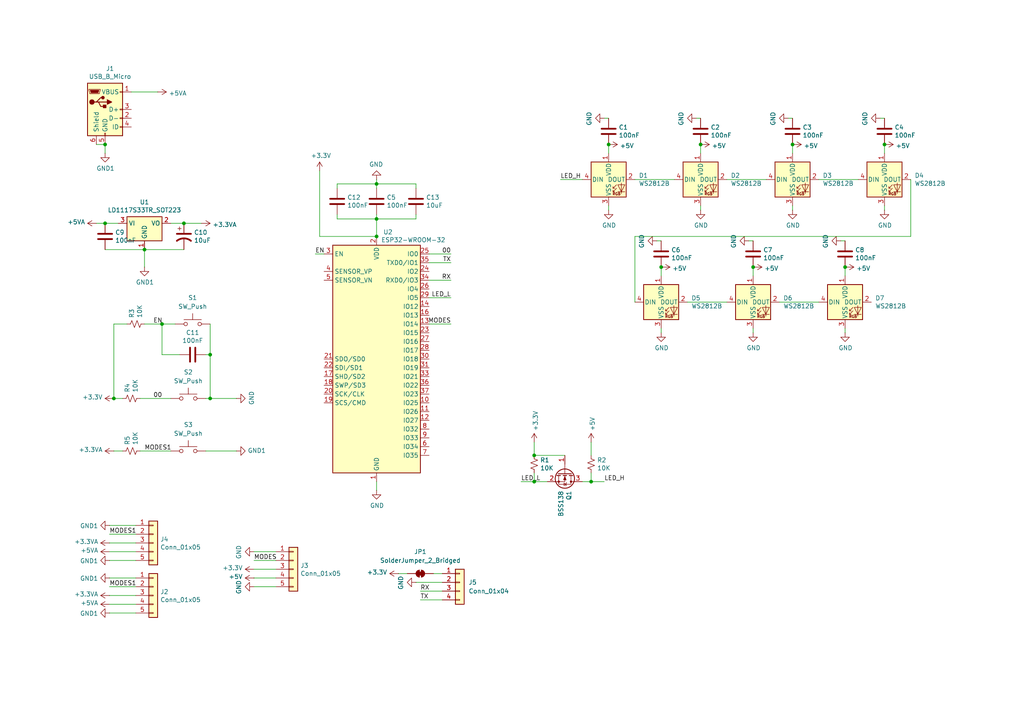
<source format=kicad_sch>
(kicad_sch
	(version 20231120)
	(generator "eeschema")
	(generator_version "8.0")
	(uuid "3d30ee16-2273-4c2a-8ab8-352e95878ac3")
	(paper "A4")
	(title_block
		(title "xmasSmartTree")
		(date "2024-12-06")
		(rev "R2")
		(company "github.com/theloukou")
	)
	(lib_symbols
		(symbol "Connector:USB_B_Micro"
			(pin_names
				(offset 1.016)
			)
			(exclude_from_sim no)
			(in_bom yes)
			(on_board yes)
			(property "Reference" "J"
				(at -5.08 11.43 0)
				(effects
					(font
						(size 1.27 1.27)
					)
					(justify left)
				)
			)
			(property "Value" "USB_B_Micro"
				(at -5.08 8.89 0)
				(effects
					(font
						(size 1.27 1.27)
					)
					(justify left)
				)
			)
			(property "Footprint" ""
				(at 3.81 -1.27 0)
				(effects
					(font
						(size 1.27 1.27)
					)
					(hide yes)
				)
			)
			(property "Datasheet" "~"
				(at 3.81 -1.27 0)
				(effects
					(font
						(size 1.27 1.27)
					)
					(hide yes)
				)
			)
			(property "Description" "USB Micro Type B connector"
				(at 0 0 0)
				(effects
					(font
						(size 1.27 1.27)
					)
					(hide yes)
				)
			)
			(property "ki_keywords" "connector USB micro"
				(at 0 0 0)
				(effects
					(font
						(size 1.27 1.27)
					)
					(hide yes)
				)
			)
			(property "ki_fp_filters" "USB*"
				(at 0 0 0)
				(effects
					(font
						(size 1.27 1.27)
					)
					(hide yes)
				)
			)
			(symbol "USB_B_Micro_0_1"
				(rectangle
					(start -5.08 -7.62)
					(end 5.08 7.62)
					(stroke
						(width 0.254)
						(type default)
					)
					(fill
						(type background)
					)
				)
				(circle
					(center -3.81 2.159)
					(radius 0.635)
					(stroke
						(width 0.254)
						(type default)
					)
					(fill
						(type outline)
					)
				)
				(circle
					(center -0.635 3.429)
					(radius 0.381)
					(stroke
						(width 0.254)
						(type default)
					)
					(fill
						(type outline)
					)
				)
				(rectangle
					(start -0.127 -7.62)
					(end 0.127 -6.858)
					(stroke
						(width 0)
						(type default)
					)
					(fill
						(type none)
					)
				)
				(polyline
					(pts
						(xy -1.905 2.159) (xy 0.635 2.159)
					)
					(stroke
						(width 0.254)
						(type default)
					)
					(fill
						(type none)
					)
				)
				(polyline
					(pts
						(xy -3.175 2.159) (xy -2.54 2.159) (xy -1.27 3.429) (xy -0.635 3.429)
					)
					(stroke
						(width 0.254)
						(type default)
					)
					(fill
						(type none)
					)
				)
				(polyline
					(pts
						(xy -2.54 2.159) (xy -1.905 2.159) (xy -1.27 0.889) (xy 0 0.889)
					)
					(stroke
						(width 0.254)
						(type default)
					)
					(fill
						(type none)
					)
				)
				(polyline
					(pts
						(xy 0.635 2.794) (xy 0.635 1.524) (xy 1.905 2.159) (xy 0.635 2.794)
					)
					(stroke
						(width 0.254)
						(type default)
					)
					(fill
						(type outline)
					)
				)
				(polyline
					(pts
						(xy -4.318 5.588) (xy -1.778 5.588) (xy -2.032 4.826) (xy -4.064 4.826) (xy -4.318 5.588)
					)
					(stroke
						(width 0)
						(type default)
					)
					(fill
						(type outline)
					)
				)
				(polyline
					(pts
						(xy -4.699 5.842) (xy -4.699 5.588) (xy -4.445 4.826) (xy -4.445 4.572) (xy -1.651 4.572) (xy -1.651 4.826)
						(xy -1.397 5.588) (xy -1.397 5.842) (xy -4.699 5.842)
					)
					(stroke
						(width 0)
						(type default)
					)
					(fill
						(type none)
					)
				)
				(rectangle
					(start 0.254 1.27)
					(end -0.508 0.508)
					(stroke
						(width 0.254)
						(type default)
					)
					(fill
						(type outline)
					)
				)
				(rectangle
					(start 5.08 -5.207)
					(end 4.318 -4.953)
					(stroke
						(width 0)
						(type default)
					)
					(fill
						(type none)
					)
				)
				(rectangle
					(start 5.08 -2.667)
					(end 4.318 -2.413)
					(stroke
						(width 0)
						(type default)
					)
					(fill
						(type none)
					)
				)
				(rectangle
					(start 5.08 -0.127)
					(end 4.318 0.127)
					(stroke
						(width 0)
						(type default)
					)
					(fill
						(type none)
					)
				)
				(rectangle
					(start 5.08 4.953)
					(end 4.318 5.207)
					(stroke
						(width 0)
						(type default)
					)
					(fill
						(type none)
					)
				)
			)
			(symbol "USB_B_Micro_1_1"
				(pin power_out line
					(at 7.62 5.08 180)
					(length 2.54)
					(name "VBUS"
						(effects
							(font
								(size 1.27 1.27)
							)
						)
					)
					(number "1"
						(effects
							(font
								(size 1.27 1.27)
							)
						)
					)
				)
				(pin bidirectional line
					(at 7.62 -2.54 180)
					(length 2.54)
					(name "D-"
						(effects
							(font
								(size 1.27 1.27)
							)
						)
					)
					(number "2"
						(effects
							(font
								(size 1.27 1.27)
							)
						)
					)
				)
				(pin bidirectional line
					(at 7.62 0 180)
					(length 2.54)
					(name "D+"
						(effects
							(font
								(size 1.27 1.27)
							)
						)
					)
					(number "3"
						(effects
							(font
								(size 1.27 1.27)
							)
						)
					)
				)
				(pin passive line
					(at 7.62 -5.08 180)
					(length 2.54)
					(name "ID"
						(effects
							(font
								(size 1.27 1.27)
							)
						)
					)
					(number "4"
						(effects
							(font
								(size 1.27 1.27)
							)
						)
					)
				)
				(pin power_out line
					(at 0 -10.16 90)
					(length 2.54)
					(name "GND"
						(effects
							(font
								(size 1.27 1.27)
							)
						)
					)
					(number "5"
						(effects
							(font
								(size 1.27 1.27)
							)
						)
					)
				)
				(pin passive line
					(at -2.54 -10.16 90)
					(length 2.54)
					(name "Shield"
						(effects
							(font
								(size 1.27 1.27)
							)
						)
					)
					(number "6"
						(effects
							(font
								(size 1.27 1.27)
							)
						)
					)
				)
			)
		)
		(symbol "Connector_Generic:Conn_01x04"
			(pin_names
				(offset 1.016) hide)
			(exclude_from_sim no)
			(in_bom yes)
			(on_board yes)
			(property "Reference" "J"
				(at 0 5.08 0)
				(effects
					(font
						(size 1.27 1.27)
					)
				)
			)
			(property "Value" "Conn_01x04"
				(at 0 -7.62 0)
				(effects
					(font
						(size 1.27 1.27)
					)
				)
			)
			(property "Footprint" ""
				(at 0 0 0)
				(effects
					(font
						(size 1.27 1.27)
					)
					(hide yes)
				)
			)
			(property "Datasheet" "~"
				(at 0 0 0)
				(effects
					(font
						(size 1.27 1.27)
					)
					(hide yes)
				)
			)
			(property "Description" "Generic connector, single row, 01x04, script generated (kicad-library-utils/schlib/autogen/connector/)"
				(at 0 0 0)
				(effects
					(font
						(size 1.27 1.27)
					)
					(hide yes)
				)
			)
			(property "ki_keywords" "connector"
				(at 0 0 0)
				(effects
					(font
						(size 1.27 1.27)
					)
					(hide yes)
				)
			)
			(property "ki_fp_filters" "Connector*:*_1x??_*"
				(at 0 0 0)
				(effects
					(font
						(size 1.27 1.27)
					)
					(hide yes)
				)
			)
			(symbol "Conn_01x04_1_1"
				(rectangle
					(start -1.27 -4.953)
					(end 0 -5.207)
					(stroke
						(width 0.1524)
						(type default)
					)
					(fill
						(type none)
					)
				)
				(rectangle
					(start -1.27 -2.413)
					(end 0 -2.667)
					(stroke
						(width 0.1524)
						(type default)
					)
					(fill
						(type none)
					)
				)
				(rectangle
					(start -1.27 0.127)
					(end 0 -0.127)
					(stroke
						(width 0.1524)
						(type default)
					)
					(fill
						(type none)
					)
				)
				(rectangle
					(start -1.27 2.667)
					(end 0 2.413)
					(stroke
						(width 0.1524)
						(type default)
					)
					(fill
						(type none)
					)
				)
				(rectangle
					(start -1.27 3.81)
					(end 1.27 -6.35)
					(stroke
						(width 0.254)
						(type default)
					)
					(fill
						(type background)
					)
				)
				(pin passive line
					(at -5.08 2.54 0)
					(length 3.81)
					(name "Pin_1"
						(effects
							(font
								(size 1.27 1.27)
							)
						)
					)
					(number "1"
						(effects
							(font
								(size 1.27 1.27)
							)
						)
					)
				)
				(pin passive line
					(at -5.08 0 0)
					(length 3.81)
					(name "Pin_2"
						(effects
							(font
								(size 1.27 1.27)
							)
						)
					)
					(number "2"
						(effects
							(font
								(size 1.27 1.27)
							)
						)
					)
				)
				(pin passive line
					(at -5.08 -2.54 0)
					(length 3.81)
					(name "Pin_3"
						(effects
							(font
								(size 1.27 1.27)
							)
						)
					)
					(number "3"
						(effects
							(font
								(size 1.27 1.27)
							)
						)
					)
				)
				(pin passive line
					(at -5.08 -5.08 0)
					(length 3.81)
					(name "Pin_4"
						(effects
							(font
								(size 1.27 1.27)
							)
						)
					)
					(number "4"
						(effects
							(font
								(size 1.27 1.27)
							)
						)
					)
				)
			)
		)
		(symbol "Connector_Generic:Conn_01x05"
			(pin_names
				(offset 1.016) hide)
			(exclude_from_sim no)
			(in_bom yes)
			(on_board yes)
			(property "Reference" "J"
				(at 0 7.62 0)
				(effects
					(font
						(size 1.27 1.27)
					)
				)
			)
			(property "Value" "Conn_01x05"
				(at 0 -7.62 0)
				(effects
					(font
						(size 1.27 1.27)
					)
				)
			)
			(property "Footprint" ""
				(at 0 0 0)
				(effects
					(font
						(size 1.27 1.27)
					)
					(hide yes)
				)
			)
			(property "Datasheet" "~"
				(at 0 0 0)
				(effects
					(font
						(size 1.27 1.27)
					)
					(hide yes)
				)
			)
			(property "Description" "Generic connector, single row, 01x05, script generated (kicad-library-utils/schlib/autogen/connector/)"
				(at 0 0 0)
				(effects
					(font
						(size 1.27 1.27)
					)
					(hide yes)
				)
			)
			(property "ki_keywords" "connector"
				(at 0 0 0)
				(effects
					(font
						(size 1.27 1.27)
					)
					(hide yes)
				)
			)
			(property "ki_fp_filters" "Connector*:*_1x??_*"
				(at 0 0 0)
				(effects
					(font
						(size 1.27 1.27)
					)
					(hide yes)
				)
			)
			(symbol "Conn_01x05_1_1"
				(rectangle
					(start -1.27 -4.953)
					(end 0 -5.207)
					(stroke
						(width 0.1524)
						(type default)
					)
					(fill
						(type none)
					)
				)
				(rectangle
					(start -1.27 -2.413)
					(end 0 -2.667)
					(stroke
						(width 0.1524)
						(type default)
					)
					(fill
						(type none)
					)
				)
				(rectangle
					(start -1.27 0.127)
					(end 0 -0.127)
					(stroke
						(width 0.1524)
						(type default)
					)
					(fill
						(type none)
					)
				)
				(rectangle
					(start -1.27 2.667)
					(end 0 2.413)
					(stroke
						(width 0.1524)
						(type default)
					)
					(fill
						(type none)
					)
				)
				(rectangle
					(start -1.27 5.207)
					(end 0 4.953)
					(stroke
						(width 0.1524)
						(type default)
					)
					(fill
						(type none)
					)
				)
				(rectangle
					(start -1.27 6.35)
					(end 1.27 -6.35)
					(stroke
						(width 0.254)
						(type default)
					)
					(fill
						(type background)
					)
				)
				(pin passive line
					(at -5.08 5.08 0)
					(length 3.81)
					(name "Pin_1"
						(effects
							(font
								(size 1.27 1.27)
							)
						)
					)
					(number "1"
						(effects
							(font
								(size 1.27 1.27)
							)
						)
					)
				)
				(pin passive line
					(at -5.08 2.54 0)
					(length 3.81)
					(name "Pin_2"
						(effects
							(font
								(size 1.27 1.27)
							)
						)
					)
					(number "2"
						(effects
							(font
								(size 1.27 1.27)
							)
						)
					)
				)
				(pin passive line
					(at -5.08 0 0)
					(length 3.81)
					(name "Pin_3"
						(effects
							(font
								(size 1.27 1.27)
							)
						)
					)
					(number "3"
						(effects
							(font
								(size 1.27 1.27)
							)
						)
					)
				)
				(pin passive line
					(at -5.08 -2.54 0)
					(length 3.81)
					(name "Pin_4"
						(effects
							(font
								(size 1.27 1.27)
							)
						)
					)
					(number "4"
						(effects
							(font
								(size 1.27 1.27)
							)
						)
					)
				)
				(pin passive line
					(at -5.08 -5.08 0)
					(length 3.81)
					(name "Pin_5"
						(effects
							(font
								(size 1.27 1.27)
							)
						)
					)
					(number "5"
						(effects
							(font
								(size 1.27 1.27)
							)
						)
					)
				)
			)
		)
		(symbol "Device:C"
			(pin_numbers hide)
			(pin_names
				(offset 0.254)
			)
			(exclude_from_sim no)
			(in_bom yes)
			(on_board yes)
			(property "Reference" "C"
				(at 0.635 2.54 0)
				(effects
					(font
						(size 1.27 1.27)
					)
					(justify left)
				)
			)
			(property "Value" "C"
				(at 0.635 -2.54 0)
				(effects
					(font
						(size 1.27 1.27)
					)
					(justify left)
				)
			)
			(property "Footprint" ""
				(at 0.9652 -3.81 0)
				(effects
					(font
						(size 1.27 1.27)
					)
					(hide yes)
				)
			)
			(property "Datasheet" "~"
				(at 0 0 0)
				(effects
					(font
						(size 1.27 1.27)
					)
					(hide yes)
				)
			)
			(property "Description" "Unpolarized capacitor"
				(at 0 0 0)
				(effects
					(font
						(size 1.27 1.27)
					)
					(hide yes)
				)
			)
			(property "ki_keywords" "cap capacitor"
				(at 0 0 0)
				(effects
					(font
						(size 1.27 1.27)
					)
					(hide yes)
				)
			)
			(property "ki_fp_filters" "C_*"
				(at 0 0 0)
				(effects
					(font
						(size 1.27 1.27)
					)
					(hide yes)
				)
			)
			(symbol "C_0_1"
				(polyline
					(pts
						(xy -2.032 -0.762) (xy 2.032 -0.762)
					)
					(stroke
						(width 0.508)
						(type default)
					)
					(fill
						(type none)
					)
				)
				(polyline
					(pts
						(xy -2.032 0.762) (xy 2.032 0.762)
					)
					(stroke
						(width 0.508)
						(type default)
					)
					(fill
						(type none)
					)
				)
			)
			(symbol "C_1_1"
				(pin passive line
					(at 0 3.81 270)
					(length 2.794)
					(name "~"
						(effects
							(font
								(size 1.27 1.27)
							)
						)
					)
					(number "1"
						(effects
							(font
								(size 1.27 1.27)
							)
						)
					)
				)
				(pin passive line
					(at 0 -3.81 90)
					(length 2.794)
					(name "~"
						(effects
							(font
								(size 1.27 1.27)
							)
						)
					)
					(number "2"
						(effects
							(font
								(size 1.27 1.27)
							)
						)
					)
				)
			)
		)
		(symbol "Device:CP1"
			(pin_numbers hide)
			(pin_names
				(offset 0.254) hide)
			(exclude_from_sim no)
			(in_bom yes)
			(on_board yes)
			(property "Reference" "C"
				(at 0.635 2.54 0)
				(effects
					(font
						(size 1.27 1.27)
					)
					(justify left)
				)
			)
			(property "Value" "Device_CP1"
				(at 0.635 -2.54 0)
				(effects
					(font
						(size 1.27 1.27)
					)
					(justify left)
				)
			)
			(property "Footprint" ""
				(at 0 0 0)
				(effects
					(font
						(size 1.27 1.27)
					)
					(hide yes)
				)
			)
			(property "Datasheet" ""
				(at 0 0 0)
				(effects
					(font
						(size 1.27 1.27)
					)
					(hide yes)
				)
			)
			(property "Description" ""
				(at 0 0 0)
				(effects
					(font
						(size 1.27 1.27)
					)
					(hide yes)
				)
			)
			(property "ki_fp_filters" "CP_*"
				(at 0 0 0)
				(effects
					(font
						(size 1.27 1.27)
					)
					(hide yes)
				)
			)
			(symbol "CP1_0_1"
				(polyline
					(pts
						(xy -2.032 0.762) (xy 2.032 0.762)
					)
					(stroke
						(width 0.508)
						(type solid)
					)
					(fill
						(type none)
					)
				)
				(polyline
					(pts
						(xy -1.778 2.286) (xy -0.762 2.286)
					)
					(stroke
						(width 0)
						(type solid)
					)
					(fill
						(type none)
					)
				)
				(polyline
					(pts
						(xy -1.27 1.778) (xy -1.27 2.794)
					)
					(stroke
						(width 0)
						(type solid)
					)
					(fill
						(type none)
					)
				)
				(arc
					(start 2.032 -1.27)
					(mid 0 -0.5572)
					(end -2.032 -1.27)
					(stroke
						(width 0.508)
						(type solid)
					)
					(fill
						(type none)
					)
				)
			)
			(symbol "CP1_1_1"
				(pin passive line
					(at 0 3.81 270)
					(length 2.794)
					(name "~"
						(effects
							(font
								(size 1.27 1.27)
							)
						)
					)
					(number "1"
						(effects
							(font
								(size 1.27 1.27)
							)
						)
					)
				)
				(pin passive line
					(at 0 -3.81 90)
					(length 3.302)
					(name "~"
						(effects
							(font
								(size 1.27 1.27)
							)
						)
					)
					(number "2"
						(effects
							(font
								(size 1.27 1.27)
							)
						)
					)
				)
			)
		)
		(symbol "Device:R_Small_US"
			(pin_numbers hide)
			(pin_names
				(offset 0.254) hide)
			(exclude_from_sim no)
			(in_bom yes)
			(on_board yes)
			(property "Reference" "R"
				(at 0.762 0.508 0)
				(effects
					(font
						(size 1.27 1.27)
					)
					(justify left)
				)
			)
			(property "Value" "R_Small_US"
				(at 0.762 -1.016 0)
				(effects
					(font
						(size 1.27 1.27)
					)
					(justify left)
				)
			)
			(property "Footprint" ""
				(at 0 0 0)
				(effects
					(font
						(size 1.27 1.27)
					)
					(hide yes)
				)
			)
			(property "Datasheet" "~"
				(at 0 0 0)
				(effects
					(font
						(size 1.27 1.27)
					)
					(hide yes)
				)
			)
			(property "Description" "Resistor, small US symbol"
				(at 0 0 0)
				(effects
					(font
						(size 1.27 1.27)
					)
					(hide yes)
				)
			)
			(property "ki_keywords" "r resistor"
				(at 0 0 0)
				(effects
					(font
						(size 1.27 1.27)
					)
					(hide yes)
				)
			)
			(property "ki_fp_filters" "R_*"
				(at 0 0 0)
				(effects
					(font
						(size 1.27 1.27)
					)
					(hide yes)
				)
			)
			(symbol "R_Small_US_1_1"
				(polyline
					(pts
						(xy 0 0) (xy 1.016 -0.381) (xy 0 -0.762) (xy -1.016 -1.143) (xy 0 -1.524)
					)
					(stroke
						(width 0)
						(type default)
					)
					(fill
						(type none)
					)
				)
				(polyline
					(pts
						(xy 0 1.524) (xy 1.016 1.143) (xy 0 0.762) (xy -1.016 0.381) (xy 0 0)
					)
					(stroke
						(width 0)
						(type default)
					)
					(fill
						(type none)
					)
				)
				(pin passive line
					(at 0 2.54 270)
					(length 1.016)
					(name "~"
						(effects
							(font
								(size 1.27 1.27)
							)
						)
					)
					(number "1"
						(effects
							(font
								(size 1.27 1.27)
							)
						)
					)
				)
				(pin passive line
					(at 0 -2.54 90)
					(length 1.016)
					(name "~"
						(effects
							(font
								(size 1.27 1.27)
							)
						)
					)
					(number "2"
						(effects
							(font
								(size 1.27 1.27)
							)
						)
					)
				)
			)
		)
		(symbol "Jumper:SolderJumper_2_Bridged"
			(pin_numbers hide)
			(pin_names
				(offset 0) hide)
			(exclude_from_sim yes)
			(in_bom no)
			(on_board yes)
			(property "Reference" "JP"
				(at 0 2.032 0)
				(effects
					(font
						(size 1.27 1.27)
					)
				)
			)
			(property "Value" "SolderJumper_2_Bridged"
				(at 0 -2.54 0)
				(effects
					(font
						(size 1.27 1.27)
					)
				)
			)
			(property "Footprint" ""
				(at 0 0 0)
				(effects
					(font
						(size 1.27 1.27)
					)
					(hide yes)
				)
			)
			(property "Datasheet" "~"
				(at 0 0 0)
				(effects
					(font
						(size 1.27 1.27)
					)
					(hide yes)
				)
			)
			(property "Description" "Solder Jumper, 2-pole, closed/bridged"
				(at 0 0 0)
				(effects
					(font
						(size 1.27 1.27)
					)
					(hide yes)
				)
			)
			(property "ki_keywords" "solder jumper SPST"
				(at 0 0 0)
				(effects
					(font
						(size 1.27 1.27)
					)
					(hide yes)
				)
			)
			(property "ki_fp_filters" "SolderJumper*Bridged*"
				(at 0 0 0)
				(effects
					(font
						(size 1.27 1.27)
					)
					(hide yes)
				)
			)
			(symbol "SolderJumper_2_Bridged_0_1"
				(rectangle
					(start -0.508 0.508)
					(end 0.508 -0.508)
					(stroke
						(width 0)
						(type default)
					)
					(fill
						(type outline)
					)
				)
				(arc
					(start -0.254 1.016)
					(mid -1.2656 0)
					(end -0.254 -1.016)
					(stroke
						(width 0)
						(type default)
					)
					(fill
						(type none)
					)
				)
				(arc
					(start -0.254 1.016)
					(mid -1.2656 0)
					(end -0.254 -1.016)
					(stroke
						(width 0)
						(type default)
					)
					(fill
						(type outline)
					)
				)
				(polyline
					(pts
						(xy -0.254 1.016) (xy -0.254 -1.016)
					)
					(stroke
						(width 0)
						(type default)
					)
					(fill
						(type none)
					)
				)
				(polyline
					(pts
						(xy 0.254 1.016) (xy 0.254 -1.016)
					)
					(stroke
						(width 0)
						(type default)
					)
					(fill
						(type none)
					)
				)
				(arc
					(start 0.254 -1.016)
					(mid 1.2656 0)
					(end 0.254 1.016)
					(stroke
						(width 0)
						(type default)
					)
					(fill
						(type none)
					)
				)
				(arc
					(start 0.254 -1.016)
					(mid 1.2656 0)
					(end 0.254 1.016)
					(stroke
						(width 0)
						(type default)
					)
					(fill
						(type outline)
					)
				)
			)
			(symbol "SolderJumper_2_Bridged_1_1"
				(pin passive line
					(at -3.81 0 0)
					(length 2.54)
					(name "A"
						(effects
							(font
								(size 1.27 1.27)
							)
						)
					)
					(number "1"
						(effects
							(font
								(size 1.27 1.27)
							)
						)
					)
				)
				(pin passive line
					(at 3.81 0 180)
					(length 2.54)
					(name "B"
						(effects
							(font
								(size 1.27 1.27)
							)
						)
					)
					(number "2"
						(effects
							(font
								(size 1.27 1.27)
							)
						)
					)
				)
			)
		)
		(symbol "LED:WS2812B"
			(pin_names
				(offset 0.254)
			)
			(exclude_from_sim no)
			(in_bom yes)
			(on_board yes)
			(property "Reference" "D"
				(at 5.08 5.715 0)
				(effects
					(font
						(size 1.27 1.27)
					)
					(justify right bottom)
				)
			)
			(property "Value" "WS2812B"
				(at 1.27 -5.715 0)
				(effects
					(font
						(size 1.27 1.27)
					)
					(justify left top)
				)
			)
			(property "Footprint" "LED_SMD:LED_WS2812B_PLCC4_5.0x5.0mm_P3.2mm"
				(at 1.27 -7.62 0)
				(effects
					(font
						(size 1.27 1.27)
					)
					(justify left top)
					(hide yes)
				)
			)
			(property "Datasheet" "https://cdn-shop.adafruit.com/datasheets/WS2812B.pdf"
				(at 2.54 -9.525 0)
				(effects
					(font
						(size 1.27 1.27)
					)
					(justify left top)
					(hide yes)
				)
			)
			(property "Description" "RGB LED with integrated controller"
				(at 0 0 0)
				(effects
					(font
						(size 1.27 1.27)
					)
					(hide yes)
				)
			)
			(property "ki_keywords" "RGB LED NeoPixel addressable"
				(at 0 0 0)
				(effects
					(font
						(size 1.27 1.27)
					)
					(hide yes)
				)
			)
			(property "ki_fp_filters" "LED*WS2812*PLCC*5.0x5.0mm*P3.2mm*"
				(at 0 0 0)
				(effects
					(font
						(size 1.27 1.27)
					)
					(hide yes)
				)
			)
			(symbol "WS2812B_0_0"
				(text "RGB"
					(at 2.286 -4.191 0)
					(effects
						(font
							(size 0.762 0.762)
						)
					)
				)
			)
			(symbol "WS2812B_0_1"
				(polyline
					(pts
						(xy 1.27 -3.556) (xy 1.778 -3.556)
					)
					(stroke
						(width 0)
						(type default)
					)
					(fill
						(type none)
					)
				)
				(polyline
					(pts
						(xy 1.27 -2.54) (xy 1.778 -2.54)
					)
					(stroke
						(width 0)
						(type default)
					)
					(fill
						(type none)
					)
				)
				(polyline
					(pts
						(xy 4.699 -3.556) (xy 2.667 -3.556)
					)
					(stroke
						(width 0)
						(type default)
					)
					(fill
						(type none)
					)
				)
				(polyline
					(pts
						(xy 2.286 -2.54) (xy 1.27 -3.556) (xy 1.27 -3.048)
					)
					(stroke
						(width 0)
						(type default)
					)
					(fill
						(type none)
					)
				)
				(polyline
					(pts
						(xy 2.286 -1.524) (xy 1.27 -2.54) (xy 1.27 -2.032)
					)
					(stroke
						(width 0)
						(type default)
					)
					(fill
						(type none)
					)
				)
				(polyline
					(pts
						(xy 3.683 -1.016) (xy 3.683 -3.556) (xy 3.683 -4.064)
					)
					(stroke
						(width 0)
						(type default)
					)
					(fill
						(type none)
					)
				)
				(polyline
					(pts
						(xy 4.699 -1.524) (xy 2.667 -1.524) (xy 3.683 -3.556) (xy 4.699 -1.524)
					)
					(stroke
						(width 0)
						(type default)
					)
					(fill
						(type none)
					)
				)
				(rectangle
					(start 5.08 5.08)
					(end -5.08 -5.08)
					(stroke
						(width 0.254)
						(type default)
					)
					(fill
						(type background)
					)
				)
			)
			(symbol "WS2812B_1_1"
				(pin power_in line
					(at 0 7.62 270)
					(length 2.54)
					(name "VDD"
						(effects
							(font
								(size 1.27 1.27)
							)
						)
					)
					(number "1"
						(effects
							(font
								(size 1.27 1.27)
							)
						)
					)
				)
				(pin output line
					(at 7.62 0 180)
					(length 2.54)
					(name "DOUT"
						(effects
							(font
								(size 1.27 1.27)
							)
						)
					)
					(number "2"
						(effects
							(font
								(size 1.27 1.27)
							)
						)
					)
				)
				(pin power_in line
					(at 0 -7.62 90)
					(length 2.54)
					(name "VSS"
						(effects
							(font
								(size 1.27 1.27)
							)
						)
					)
					(number "3"
						(effects
							(font
								(size 1.27 1.27)
							)
						)
					)
				)
				(pin input line
					(at -7.62 0 0)
					(length 2.54)
					(name "DIN"
						(effects
							(font
								(size 1.27 1.27)
							)
						)
					)
					(number "4"
						(effects
							(font
								(size 1.27 1.27)
							)
						)
					)
				)
			)
		)
		(symbol "RF_Module:ESP32-WROOM-32"
			(exclude_from_sim no)
			(in_bom yes)
			(on_board yes)
			(property "Reference" "U"
				(at -12.7 34.29 0)
				(effects
					(font
						(size 1.27 1.27)
					)
					(justify left)
				)
			)
			(property "Value" "ESP32-WROOM-32"
				(at 1.27 34.29 0)
				(effects
					(font
						(size 1.27 1.27)
					)
					(justify left)
				)
			)
			(property "Footprint" "RF_Module:ESP32-WROOM-32"
				(at 0 -38.1 0)
				(effects
					(font
						(size 1.27 1.27)
					)
					(hide yes)
				)
			)
			(property "Datasheet" "https://www.espressif.com/sites/default/files/documentation/esp32-wroom-32_datasheet_en.pdf"
				(at -7.62 1.27 0)
				(effects
					(font
						(size 1.27 1.27)
					)
					(hide yes)
				)
			)
			(property "Description" "RF Module, ESP32-D0WDQ6 SoC, Wi-Fi 802.11b/g/n, Bluetooth, BLE, 32-bit, 2.7-3.6V, onboard antenna, SMD"
				(at 0 0 0)
				(effects
					(font
						(size 1.27 1.27)
					)
					(hide yes)
				)
			)
			(property "ki_keywords" "RF Radio BT ESP ESP32 Espressif onboard PCB antenna"
				(at 0 0 0)
				(effects
					(font
						(size 1.27 1.27)
					)
					(hide yes)
				)
			)
			(property "ki_fp_filters" "ESP32?WROOM?32*"
				(at 0 0 0)
				(effects
					(font
						(size 1.27 1.27)
					)
					(hide yes)
				)
			)
			(symbol "ESP32-WROOM-32_0_1"
				(rectangle
					(start -12.7 33.02)
					(end 12.7 -33.02)
					(stroke
						(width 0.254)
						(type default)
					)
					(fill
						(type background)
					)
				)
			)
			(symbol "ESP32-WROOM-32_1_1"
				(pin power_in line
					(at 0 -35.56 90)
					(length 2.54)
					(name "GND"
						(effects
							(font
								(size 1.27 1.27)
							)
						)
					)
					(number "1"
						(effects
							(font
								(size 1.27 1.27)
							)
						)
					)
				)
				(pin bidirectional line
					(at 15.24 -12.7 180)
					(length 2.54)
					(name "IO25"
						(effects
							(font
								(size 1.27 1.27)
							)
						)
					)
					(number "10"
						(effects
							(font
								(size 1.27 1.27)
							)
						)
					)
				)
				(pin bidirectional line
					(at 15.24 -15.24 180)
					(length 2.54)
					(name "IO26"
						(effects
							(font
								(size 1.27 1.27)
							)
						)
					)
					(number "11"
						(effects
							(font
								(size 1.27 1.27)
							)
						)
					)
				)
				(pin bidirectional line
					(at 15.24 -17.78 180)
					(length 2.54)
					(name "IO27"
						(effects
							(font
								(size 1.27 1.27)
							)
						)
					)
					(number "12"
						(effects
							(font
								(size 1.27 1.27)
							)
						)
					)
				)
				(pin bidirectional line
					(at 15.24 10.16 180)
					(length 2.54)
					(name "IO14"
						(effects
							(font
								(size 1.27 1.27)
							)
						)
					)
					(number "13"
						(effects
							(font
								(size 1.27 1.27)
							)
						)
					)
				)
				(pin bidirectional line
					(at 15.24 15.24 180)
					(length 2.54)
					(name "IO12"
						(effects
							(font
								(size 1.27 1.27)
							)
						)
					)
					(number "14"
						(effects
							(font
								(size 1.27 1.27)
							)
						)
					)
				)
				(pin passive line
					(at 0 -35.56 90)
					(length 2.54) hide
					(name "GND"
						(effects
							(font
								(size 1.27 1.27)
							)
						)
					)
					(number "15"
						(effects
							(font
								(size 1.27 1.27)
							)
						)
					)
				)
				(pin bidirectional line
					(at 15.24 12.7 180)
					(length 2.54)
					(name "IO13"
						(effects
							(font
								(size 1.27 1.27)
							)
						)
					)
					(number "16"
						(effects
							(font
								(size 1.27 1.27)
							)
						)
					)
				)
				(pin bidirectional line
					(at -15.24 -5.08 0)
					(length 2.54)
					(name "SHD/SD2"
						(effects
							(font
								(size 1.27 1.27)
							)
						)
					)
					(number "17"
						(effects
							(font
								(size 1.27 1.27)
							)
						)
					)
				)
				(pin bidirectional line
					(at -15.24 -7.62 0)
					(length 2.54)
					(name "SWP/SD3"
						(effects
							(font
								(size 1.27 1.27)
							)
						)
					)
					(number "18"
						(effects
							(font
								(size 1.27 1.27)
							)
						)
					)
				)
				(pin bidirectional line
					(at -15.24 -12.7 0)
					(length 2.54)
					(name "SCS/CMD"
						(effects
							(font
								(size 1.27 1.27)
							)
						)
					)
					(number "19"
						(effects
							(font
								(size 1.27 1.27)
							)
						)
					)
				)
				(pin power_in line
					(at 0 35.56 270)
					(length 2.54)
					(name "VDD"
						(effects
							(font
								(size 1.27 1.27)
							)
						)
					)
					(number "2"
						(effects
							(font
								(size 1.27 1.27)
							)
						)
					)
				)
				(pin bidirectional line
					(at -15.24 -10.16 0)
					(length 2.54)
					(name "SCK/CLK"
						(effects
							(font
								(size 1.27 1.27)
							)
						)
					)
					(number "20"
						(effects
							(font
								(size 1.27 1.27)
							)
						)
					)
				)
				(pin bidirectional line
					(at -15.24 0 0)
					(length 2.54)
					(name "SDO/SD0"
						(effects
							(font
								(size 1.27 1.27)
							)
						)
					)
					(number "21"
						(effects
							(font
								(size 1.27 1.27)
							)
						)
					)
				)
				(pin bidirectional line
					(at -15.24 -2.54 0)
					(length 2.54)
					(name "SDI/SD1"
						(effects
							(font
								(size 1.27 1.27)
							)
						)
					)
					(number "22"
						(effects
							(font
								(size 1.27 1.27)
							)
						)
					)
				)
				(pin bidirectional line
					(at 15.24 7.62 180)
					(length 2.54)
					(name "IO15"
						(effects
							(font
								(size 1.27 1.27)
							)
						)
					)
					(number "23"
						(effects
							(font
								(size 1.27 1.27)
							)
						)
					)
				)
				(pin bidirectional line
					(at 15.24 25.4 180)
					(length 2.54)
					(name "IO2"
						(effects
							(font
								(size 1.27 1.27)
							)
						)
					)
					(number "24"
						(effects
							(font
								(size 1.27 1.27)
							)
						)
					)
				)
				(pin bidirectional line
					(at 15.24 30.48 180)
					(length 2.54)
					(name "IO0"
						(effects
							(font
								(size 1.27 1.27)
							)
						)
					)
					(number "25"
						(effects
							(font
								(size 1.27 1.27)
							)
						)
					)
				)
				(pin bidirectional line
					(at 15.24 20.32 180)
					(length 2.54)
					(name "IO4"
						(effects
							(font
								(size 1.27 1.27)
							)
						)
					)
					(number "26"
						(effects
							(font
								(size 1.27 1.27)
							)
						)
					)
				)
				(pin bidirectional line
					(at 15.24 5.08 180)
					(length 2.54)
					(name "IO16"
						(effects
							(font
								(size 1.27 1.27)
							)
						)
					)
					(number "27"
						(effects
							(font
								(size 1.27 1.27)
							)
						)
					)
				)
				(pin bidirectional line
					(at 15.24 2.54 180)
					(length 2.54)
					(name "IO17"
						(effects
							(font
								(size 1.27 1.27)
							)
						)
					)
					(number "28"
						(effects
							(font
								(size 1.27 1.27)
							)
						)
					)
				)
				(pin bidirectional line
					(at 15.24 17.78 180)
					(length 2.54)
					(name "IO5"
						(effects
							(font
								(size 1.27 1.27)
							)
						)
					)
					(number "29"
						(effects
							(font
								(size 1.27 1.27)
							)
						)
					)
				)
				(pin input line
					(at -15.24 30.48 0)
					(length 2.54)
					(name "EN"
						(effects
							(font
								(size 1.27 1.27)
							)
						)
					)
					(number "3"
						(effects
							(font
								(size 1.27 1.27)
							)
						)
					)
				)
				(pin bidirectional line
					(at 15.24 0 180)
					(length 2.54)
					(name "IO18"
						(effects
							(font
								(size 1.27 1.27)
							)
						)
					)
					(number "30"
						(effects
							(font
								(size 1.27 1.27)
							)
						)
					)
				)
				(pin bidirectional line
					(at 15.24 -2.54 180)
					(length 2.54)
					(name "IO19"
						(effects
							(font
								(size 1.27 1.27)
							)
						)
					)
					(number "31"
						(effects
							(font
								(size 1.27 1.27)
							)
						)
					)
				)
				(pin no_connect line
					(at -12.7 -27.94 0)
					(length 2.54) hide
					(name "NC"
						(effects
							(font
								(size 1.27 1.27)
							)
						)
					)
					(number "32"
						(effects
							(font
								(size 1.27 1.27)
							)
						)
					)
				)
				(pin bidirectional line
					(at 15.24 -5.08 180)
					(length 2.54)
					(name "IO21"
						(effects
							(font
								(size 1.27 1.27)
							)
						)
					)
					(number "33"
						(effects
							(font
								(size 1.27 1.27)
							)
						)
					)
				)
				(pin bidirectional line
					(at 15.24 22.86 180)
					(length 2.54)
					(name "RXD0/IO3"
						(effects
							(font
								(size 1.27 1.27)
							)
						)
					)
					(number "34"
						(effects
							(font
								(size 1.27 1.27)
							)
						)
					)
				)
				(pin bidirectional line
					(at 15.24 27.94 180)
					(length 2.54)
					(name "TXD0/IO1"
						(effects
							(font
								(size 1.27 1.27)
							)
						)
					)
					(number "35"
						(effects
							(font
								(size 1.27 1.27)
							)
						)
					)
				)
				(pin bidirectional line
					(at 15.24 -7.62 180)
					(length 2.54)
					(name "IO22"
						(effects
							(font
								(size 1.27 1.27)
							)
						)
					)
					(number "36"
						(effects
							(font
								(size 1.27 1.27)
							)
						)
					)
				)
				(pin bidirectional line
					(at 15.24 -10.16 180)
					(length 2.54)
					(name "IO23"
						(effects
							(font
								(size 1.27 1.27)
							)
						)
					)
					(number "37"
						(effects
							(font
								(size 1.27 1.27)
							)
						)
					)
				)
				(pin passive line
					(at 0 -35.56 90)
					(length 2.54) hide
					(name "GND"
						(effects
							(font
								(size 1.27 1.27)
							)
						)
					)
					(number "38"
						(effects
							(font
								(size 1.27 1.27)
							)
						)
					)
				)
				(pin passive line
					(at 0 -35.56 90)
					(length 2.54) hide
					(name "GND"
						(effects
							(font
								(size 1.27 1.27)
							)
						)
					)
					(number "39"
						(effects
							(font
								(size 1.27 1.27)
							)
						)
					)
				)
				(pin input line
					(at -15.24 25.4 0)
					(length 2.54)
					(name "SENSOR_VP"
						(effects
							(font
								(size 1.27 1.27)
							)
						)
					)
					(number "4"
						(effects
							(font
								(size 1.27 1.27)
							)
						)
					)
				)
				(pin input line
					(at -15.24 22.86 0)
					(length 2.54)
					(name "SENSOR_VN"
						(effects
							(font
								(size 1.27 1.27)
							)
						)
					)
					(number "5"
						(effects
							(font
								(size 1.27 1.27)
							)
						)
					)
				)
				(pin input line
					(at 15.24 -25.4 180)
					(length 2.54)
					(name "IO34"
						(effects
							(font
								(size 1.27 1.27)
							)
						)
					)
					(number "6"
						(effects
							(font
								(size 1.27 1.27)
							)
						)
					)
				)
				(pin input line
					(at 15.24 -27.94 180)
					(length 2.54)
					(name "IO35"
						(effects
							(font
								(size 1.27 1.27)
							)
						)
					)
					(number "7"
						(effects
							(font
								(size 1.27 1.27)
							)
						)
					)
				)
				(pin bidirectional line
					(at 15.24 -20.32 180)
					(length 2.54)
					(name "IO32"
						(effects
							(font
								(size 1.27 1.27)
							)
						)
					)
					(number "8"
						(effects
							(font
								(size 1.27 1.27)
							)
						)
					)
				)
				(pin bidirectional line
					(at 15.24 -22.86 180)
					(length 2.54)
					(name "IO33"
						(effects
							(font
								(size 1.27 1.27)
							)
						)
					)
					(number "9"
						(effects
							(font
								(size 1.27 1.27)
							)
						)
					)
				)
			)
		)
		(symbol "Regulator_Linear:LD1117S33TR_SOT223"
			(exclude_from_sim no)
			(in_bom yes)
			(on_board yes)
			(property "Reference" "U"
				(at -3.81 3.175 0)
				(effects
					(font
						(size 1.27 1.27)
					)
				)
			)
			(property "Value" "LD1117S33TR_SOT223"
				(at 0 3.175 0)
				(effects
					(font
						(size 1.27 1.27)
					)
					(justify left)
				)
			)
			(property "Footprint" "Package_TO_SOT_SMD:SOT-223-3_TabPin2"
				(at 0 5.08 0)
				(effects
					(font
						(size 1.27 1.27)
					)
					(hide yes)
				)
			)
			(property "Datasheet" "http://www.st.com/st-web-ui/static/active/en/resource/technical/document/datasheet/CD00000544.pdf"
				(at 2.54 -6.35 0)
				(effects
					(font
						(size 1.27 1.27)
					)
					(hide yes)
				)
			)
			(property "Description" "800mA Fixed Low Drop Positive Voltage Regulator, Fixed Output 3.3V, SOT-223"
				(at 0 0 0)
				(effects
					(font
						(size 1.27 1.27)
					)
					(hide yes)
				)
			)
			(property "ki_keywords" "REGULATOR LDO 3.3V"
				(at 0 0 0)
				(effects
					(font
						(size 1.27 1.27)
					)
					(hide yes)
				)
			)
			(property "ki_fp_filters" "SOT?223*TabPin2*"
				(at 0 0 0)
				(effects
					(font
						(size 1.27 1.27)
					)
					(hide yes)
				)
			)
			(symbol "LD1117S33TR_SOT223_0_1"
				(rectangle
					(start -5.08 -5.08)
					(end 5.08 1.905)
					(stroke
						(width 0.254)
						(type default)
					)
					(fill
						(type background)
					)
				)
			)
			(symbol "LD1117S33TR_SOT223_1_1"
				(pin power_in line
					(at 0 -7.62 90)
					(length 2.54)
					(name "GND"
						(effects
							(font
								(size 1.27 1.27)
							)
						)
					)
					(number "1"
						(effects
							(font
								(size 1.27 1.27)
							)
						)
					)
				)
				(pin power_out line
					(at 7.62 0 180)
					(length 2.54)
					(name "VO"
						(effects
							(font
								(size 1.27 1.27)
							)
						)
					)
					(number "2"
						(effects
							(font
								(size 1.27 1.27)
							)
						)
					)
				)
				(pin power_in line
					(at -7.62 0 0)
					(length 2.54)
					(name "VI"
						(effects
							(font
								(size 1.27 1.27)
							)
						)
					)
					(number "3"
						(effects
							(font
								(size 1.27 1.27)
							)
						)
					)
				)
			)
		)
		(symbol "Switch:SW_Push"
			(pin_numbers hide)
			(pin_names
				(offset 1.016) hide)
			(exclude_from_sim no)
			(in_bom yes)
			(on_board yes)
			(property "Reference" "SW"
				(at 1.27 2.54 0)
				(effects
					(font
						(size 1.27 1.27)
					)
					(justify left)
				)
			)
			(property "Value" "SW_Push"
				(at 0 -1.524 0)
				(effects
					(font
						(size 1.27 1.27)
					)
				)
			)
			(property "Footprint" ""
				(at 0 5.08 0)
				(effects
					(font
						(size 1.27 1.27)
					)
					(hide yes)
				)
			)
			(property "Datasheet" "~"
				(at 0 5.08 0)
				(effects
					(font
						(size 1.27 1.27)
					)
					(hide yes)
				)
			)
			(property "Description" "Push button switch, generic, two pins"
				(at 0 0 0)
				(effects
					(font
						(size 1.27 1.27)
					)
					(hide yes)
				)
			)
			(property "ki_keywords" "switch normally-open pushbutton push-button"
				(at 0 0 0)
				(effects
					(font
						(size 1.27 1.27)
					)
					(hide yes)
				)
			)
			(symbol "SW_Push_0_1"
				(circle
					(center -2.032 0)
					(radius 0.508)
					(stroke
						(width 0)
						(type default)
					)
					(fill
						(type none)
					)
				)
				(polyline
					(pts
						(xy 0 1.27) (xy 0 3.048)
					)
					(stroke
						(width 0)
						(type default)
					)
					(fill
						(type none)
					)
				)
				(polyline
					(pts
						(xy 2.54 1.27) (xy -2.54 1.27)
					)
					(stroke
						(width 0)
						(type default)
					)
					(fill
						(type none)
					)
				)
				(circle
					(center 2.032 0)
					(radius 0.508)
					(stroke
						(width 0)
						(type default)
					)
					(fill
						(type none)
					)
				)
				(pin passive line
					(at -5.08 0 0)
					(length 2.54)
					(name "1"
						(effects
							(font
								(size 1.27 1.27)
							)
						)
					)
					(number "1"
						(effects
							(font
								(size 1.27 1.27)
							)
						)
					)
				)
				(pin passive line
					(at 5.08 0 180)
					(length 2.54)
					(name "2"
						(effects
							(font
								(size 1.27 1.27)
							)
						)
					)
					(number "2"
						(effects
							(font
								(size 1.27 1.27)
							)
						)
					)
				)
			)
		)
		(symbol "Transistor_FET:BSS138"
			(pin_names hide)
			(exclude_from_sim no)
			(in_bom yes)
			(on_board yes)
			(property "Reference" "Q"
				(at 5.08 1.905 0)
				(effects
					(font
						(size 1.27 1.27)
					)
					(justify left)
				)
			)
			(property "Value" "BSS138"
				(at 5.08 0 0)
				(effects
					(font
						(size 1.27 1.27)
					)
					(justify left)
				)
			)
			(property "Footprint" "Package_TO_SOT_SMD:SOT-23"
				(at 5.08 -1.905 0)
				(effects
					(font
						(size 1.27 1.27)
						(italic yes)
					)
					(justify left)
					(hide yes)
				)
			)
			(property "Datasheet" "https://www.onsemi.com/pub/Collateral/BSS138-D.PDF"
				(at 5.08 -3.81 0)
				(effects
					(font
						(size 1.27 1.27)
					)
					(justify left)
					(hide yes)
				)
			)
			(property "Description" "50V Vds, 0.22A Id, N-Channel MOSFET, SOT-23"
				(at 0 0 0)
				(effects
					(font
						(size 1.27 1.27)
					)
					(hide yes)
				)
			)
			(property "ki_keywords" "N-Channel MOSFET"
				(at 0 0 0)
				(effects
					(font
						(size 1.27 1.27)
					)
					(hide yes)
				)
			)
			(property "ki_fp_filters" "SOT?23*"
				(at 0 0 0)
				(effects
					(font
						(size 1.27 1.27)
					)
					(hide yes)
				)
			)
			(symbol "BSS138_0_1"
				(polyline
					(pts
						(xy 0.254 0) (xy -2.54 0)
					)
					(stroke
						(width 0)
						(type default)
					)
					(fill
						(type none)
					)
				)
				(polyline
					(pts
						(xy 0.254 1.905) (xy 0.254 -1.905)
					)
					(stroke
						(width 0.254)
						(type default)
					)
					(fill
						(type none)
					)
				)
				(polyline
					(pts
						(xy 0.762 -1.27) (xy 0.762 -2.286)
					)
					(stroke
						(width 0.254)
						(type default)
					)
					(fill
						(type none)
					)
				)
				(polyline
					(pts
						(xy 0.762 0.508) (xy 0.762 -0.508)
					)
					(stroke
						(width 0.254)
						(type default)
					)
					(fill
						(type none)
					)
				)
				(polyline
					(pts
						(xy 0.762 2.286) (xy 0.762 1.27)
					)
					(stroke
						(width 0.254)
						(type default)
					)
					(fill
						(type none)
					)
				)
				(polyline
					(pts
						(xy 2.54 2.54) (xy 2.54 1.778)
					)
					(stroke
						(width 0)
						(type default)
					)
					(fill
						(type none)
					)
				)
				(polyline
					(pts
						(xy 2.54 -2.54) (xy 2.54 0) (xy 0.762 0)
					)
					(stroke
						(width 0)
						(type default)
					)
					(fill
						(type none)
					)
				)
				(polyline
					(pts
						(xy 0.762 -1.778) (xy 3.302 -1.778) (xy 3.302 1.778) (xy 0.762 1.778)
					)
					(stroke
						(width 0)
						(type default)
					)
					(fill
						(type none)
					)
				)
				(polyline
					(pts
						(xy 1.016 0) (xy 2.032 0.381) (xy 2.032 -0.381) (xy 1.016 0)
					)
					(stroke
						(width 0)
						(type default)
					)
					(fill
						(type outline)
					)
				)
				(polyline
					(pts
						(xy 2.794 0.508) (xy 2.921 0.381) (xy 3.683 0.381) (xy 3.81 0.254)
					)
					(stroke
						(width 0)
						(type default)
					)
					(fill
						(type none)
					)
				)
				(polyline
					(pts
						(xy 3.302 0.381) (xy 2.921 -0.254) (xy 3.683 -0.254) (xy 3.302 0.381)
					)
					(stroke
						(width 0)
						(type default)
					)
					(fill
						(type none)
					)
				)
				(circle
					(center 1.651 0)
					(radius 2.794)
					(stroke
						(width 0.254)
						(type default)
					)
					(fill
						(type none)
					)
				)
				(circle
					(center 2.54 -1.778)
					(radius 0.254)
					(stroke
						(width 0)
						(type default)
					)
					(fill
						(type outline)
					)
				)
				(circle
					(center 2.54 1.778)
					(radius 0.254)
					(stroke
						(width 0)
						(type default)
					)
					(fill
						(type outline)
					)
				)
			)
			(symbol "BSS138_1_1"
				(pin input line
					(at -5.08 0 0)
					(length 2.54)
					(name "G"
						(effects
							(font
								(size 1.27 1.27)
							)
						)
					)
					(number "1"
						(effects
							(font
								(size 1.27 1.27)
							)
						)
					)
				)
				(pin passive line
					(at 2.54 -5.08 90)
					(length 2.54)
					(name "S"
						(effects
							(font
								(size 1.27 1.27)
							)
						)
					)
					(number "2"
						(effects
							(font
								(size 1.27 1.27)
							)
						)
					)
				)
				(pin passive line
					(at 2.54 5.08 270)
					(length 2.54)
					(name "D"
						(effects
							(font
								(size 1.27 1.27)
							)
						)
					)
					(number "3"
						(effects
							(font
								(size 1.27 1.27)
							)
						)
					)
				)
			)
		)
		(symbol "power:+3.3V"
			(power)
			(pin_numbers hide)
			(pin_names
				(offset 0) hide)
			(exclude_from_sim no)
			(in_bom yes)
			(on_board yes)
			(property "Reference" "#PWR"
				(at 0 -3.81 0)
				(effects
					(font
						(size 1.27 1.27)
					)
					(hide yes)
				)
			)
			(property "Value" "+3.3V"
				(at 0 3.556 0)
				(effects
					(font
						(size 1.27 1.27)
					)
				)
			)
			(property "Footprint" ""
				(at 0 0 0)
				(effects
					(font
						(size 1.27 1.27)
					)
					(hide yes)
				)
			)
			(property "Datasheet" ""
				(at 0 0 0)
				(effects
					(font
						(size 1.27 1.27)
					)
					(hide yes)
				)
			)
			(property "Description" "Power symbol creates a global label with name \"+3.3V\""
				(at 0 0 0)
				(effects
					(font
						(size 1.27 1.27)
					)
					(hide yes)
				)
			)
			(property "ki_keywords" "global power"
				(at 0 0 0)
				(effects
					(font
						(size 1.27 1.27)
					)
					(hide yes)
				)
			)
			(symbol "+3.3V_0_1"
				(polyline
					(pts
						(xy -0.762 1.27) (xy 0 2.54)
					)
					(stroke
						(width 0)
						(type default)
					)
					(fill
						(type none)
					)
				)
				(polyline
					(pts
						(xy 0 0) (xy 0 2.54)
					)
					(stroke
						(width 0)
						(type default)
					)
					(fill
						(type none)
					)
				)
				(polyline
					(pts
						(xy 0 2.54) (xy 0.762 1.27)
					)
					(stroke
						(width 0)
						(type default)
					)
					(fill
						(type none)
					)
				)
			)
			(symbol "+3.3V_1_1"
				(pin power_in line
					(at 0 0 90)
					(length 0)
					(name "~"
						(effects
							(font
								(size 1.27 1.27)
							)
						)
					)
					(number "1"
						(effects
							(font
								(size 1.27 1.27)
							)
						)
					)
				)
			)
		)
		(symbol "power:+3.3VA"
			(power)
			(pin_numbers hide)
			(pin_names
				(offset 0) hide)
			(exclude_from_sim no)
			(in_bom yes)
			(on_board yes)
			(property "Reference" "#PWR"
				(at 0 -3.81 0)
				(effects
					(font
						(size 1.27 1.27)
					)
					(hide yes)
				)
			)
			(property "Value" "+3.3VA"
				(at 0 3.556 0)
				(effects
					(font
						(size 1.27 1.27)
					)
				)
			)
			(property "Footprint" ""
				(at 0 0 0)
				(effects
					(font
						(size 1.27 1.27)
					)
					(hide yes)
				)
			)
			(property "Datasheet" ""
				(at 0 0 0)
				(effects
					(font
						(size 1.27 1.27)
					)
					(hide yes)
				)
			)
			(property "Description" "Power symbol creates a global label with name \"+3.3VA\""
				(at 0 0 0)
				(effects
					(font
						(size 1.27 1.27)
					)
					(hide yes)
				)
			)
			(property "ki_keywords" "global power"
				(at 0 0 0)
				(effects
					(font
						(size 1.27 1.27)
					)
					(hide yes)
				)
			)
			(symbol "+3.3VA_0_1"
				(polyline
					(pts
						(xy -0.762 1.27) (xy 0 2.54)
					)
					(stroke
						(width 0)
						(type default)
					)
					(fill
						(type none)
					)
				)
				(polyline
					(pts
						(xy 0 0) (xy 0 2.54)
					)
					(stroke
						(width 0)
						(type default)
					)
					(fill
						(type none)
					)
				)
				(polyline
					(pts
						(xy 0 2.54) (xy 0.762 1.27)
					)
					(stroke
						(width 0)
						(type default)
					)
					(fill
						(type none)
					)
				)
			)
			(symbol "+3.3VA_1_1"
				(pin power_in line
					(at 0 0 90)
					(length 0)
					(name "~"
						(effects
							(font
								(size 1.27 1.27)
							)
						)
					)
					(number "1"
						(effects
							(font
								(size 1.27 1.27)
							)
						)
					)
				)
			)
		)
		(symbol "power:+5V"
			(power)
			(pin_numbers hide)
			(pin_names
				(offset 0) hide)
			(exclude_from_sim no)
			(in_bom yes)
			(on_board yes)
			(property "Reference" "#PWR"
				(at 0 -3.81 0)
				(effects
					(font
						(size 1.27 1.27)
					)
					(hide yes)
				)
			)
			(property "Value" "+5V"
				(at 0 3.556 0)
				(effects
					(font
						(size 1.27 1.27)
					)
				)
			)
			(property "Footprint" ""
				(at 0 0 0)
				(effects
					(font
						(size 1.27 1.27)
					)
					(hide yes)
				)
			)
			(property "Datasheet" ""
				(at 0 0 0)
				(effects
					(font
						(size 1.27 1.27)
					)
					(hide yes)
				)
			)
			(property "Description" "Power symbol creates a global label with name \"+5V\""
				(at 0 0 0)
				(effects
					(font
						(size 1.27 1.27)
					)
					(hide yes)
				)
			)
			(property "ki_keywords" "global power"
				(at 0 0 0)
				(effects
					(font
						(size 1.27 1.27)
					)
					(hide yes)
				)
			)
			(symbol "+5V_0_1"
				(polyline
					(pts
						(xy -0.762 1.27) (xy 0 2.54)
					)
					(stroke
						(width 0)
						(type default)
					)
					(fill
						(type none)
					)
				)
				(polyline
					(pts
						(xy 0 0) (xy 0 2.54)
					)
					(stroke
						(width 0)
						(type default)
					)
					(fill
						(type none)
					)
				)
				(polyline
					(pts
						(xy 0 2.54) (xy 0.762 1.27)
					)
					(stroke
						(width 0)
						(type default)
					)
					(fill
						(type none)
					)
				)
			)
			(symbol "+5V_1_1"
				(pin power_in line
					(at 0 0 90)
					(length 0)
					(name "~"
						(effects
							(font
								(size 1.27 1.27)
							)
						)
					)
					(number "1"
						(effects
							(font
								(size 1.27 1.27)
							)
						)
					)
				)
			)
		)
		(symbol "power:+5VA"
			(power)
			(pin_numbers hide)
			(pin_names
				(offset 0) hide)
			(exclude_from_sim no)
			(in_bom yes)
			(on_board yes)
			(property "Reference" "#PWR"
				(at 0 -3.81 0)
				(effects
					(font
						(size 1.27 1.27)
					)
					(hide yes)
				)
			)
			(property "Value" "+5VA"
				(at 0 3.556 0)
				(effects
					(font
						(size 1.27 1.27)
					)
				)
			)
			(property "Footprint" ""
				(at 0 0 0)
				(effects
					(font
						(size 1.27 1.27)
					)
					(hide yes)
				)
			)
			(property "Datasheet" ""
				(at 0 0 0)
				(effects
					(font
						(size 1.27 1.27)
					)
					(hide yes)
				)
			)
			(property "Description" "Power symbol creates a global label with name \"+5VA\""
				(at 0 0 0)
				(effects
					(font
						(size 1.27 1.27)
					)
					(hide yes)
				)
			)
			(property "ki_keywords" "global power"
				(at 0 0 0)
				(effects
					(font
						(size 1.27 1.27)
					)
					(hide yes)
				)
			)
			(symbol "+5VA_0_1"
				(polyline
					(pts
						(xy -0.762 1.27) (xy 0 2.54)
					)
					(stroke
						(width 0)
						(type default)
					)
					(fill
						(type none)
					)
				)
				(polyline
					(pts
						(xy 0 0) (xy 0 2.54)
					)
					(stroke
						(width 0)
						(type default)
					)
					(fill
						(type none)
					)
				)
				(polyline
					(pts
						(xy 0 2.54) (xy 0.762 1.27)
					)
					(stroke
						(width 0)
						(type default)
					)
					(fill
						(type none)
					)
				)
			)
			(symbol "+5VA_1_1"
				(pin power_in line
					(at 0 0 90)
					(length 0)
					(name "~"
						(effects
							(font
								(size 1.27 1.27)
							)
						)
					)
					(number "1"
						(effects
							(font
								(size 1.27 1.27)
							)
						)
					)
				)
			)
		)
		(symbol "power:GND"
			(power)
			(pin_numbers hide)
			(pin_names
				(offset 0) hide)
			(exclude_from_sim no)
			(in_bom yes)
			(on_board yes)
			(property "Reference" "#PWR"
				(at 0 -6.35 0)
				(effects
					(font
						(size 1.27 1.27)
					)
					(hide yes)
				)
			)
			(property "Value" "GND"
				(at 0 -3.81 0)
				(effects
					(font
						(size 1.27 1.27)
					)
				)
			)
			(property "Footprint" ""
				(at 0 0 0)
				(effects
					(font
						(size 1.27 1.27)
					)
					(hide yes)
				)
			)
			(property "Datasheet" ""
				(at 0 0 0)
				(effects
					(font
						(size 1.27 1.27)
					)
					(hide yes)
				)
			)
			(property "Description" "Power symbol creates a global label with name \"GND\" , ground"
				(at 0 0 0)
				(effects
					(font
						(size 1.27 1.27)
					)
					(hide yes)
				)
			)
			(property "ki_keywords" "global power"
				(at 0 0 0)
				(effects
					(font
						(size 1.27 1.27)
					)
					(hide yes)
				)
			)
			(symbol "GND_0_1"
				(polyline
					(pts
						(xy 0 0) (xy 0 -1.27) (xy 1.27 -1.27) (xy 0 -2.54) (xy -1.27 -1.27) (xy 0 -1.27)
					)
					(stroke
						(width 0)
						(type default)
					)
					(fill
						(type none)
					)
				)
			)
			(symbol "GND_1_1"
				(pin power_in line
					(at 0 0 270)
					(length 0)
					(name "~"
						(effects
							(font
								(size 1.27 1.27)
							)
						)
					)
					(number "1"
						(effects
							(font
								(size 1.27 1.27)
							)
						)
					)
				)
			)
		)
		(symbol "power:GND1"
			(power)
			(pin_numbers hide)
			(pin_names
				(offset 0) hide)
			(exclude_from_sim no)
			(in_bom yes)
			(on_board yes)
			(property "Reference" "#PWR"
				(at 0 -6.35 0)
				(effects
					(font
						(size 1.27 1.27)
					)
					(hide yes)
				)
			)
			(property "Value" "GND1"
				(at 0 -3.81 0)
				(effects
					(font
						(size 1.27 1.27)
					)
				)
			)
			(property "Footprint" ""
				(at 0 0 0)
				(effects
					(font
						(size 1.27 1.27)
					)
					(hide yes)
				)
			)
			(property "Datasheet" ""
				(at 0 0 0)
				(effects
					(font
						(size 1.27 1.27)
					)
					(hide yes)
				)
			)
			(property "Description" "Power symbol creates a global label with name \"GND1\" , ground"
				(at 0 0 0)
				(effects
					(font
						(size 1.27 1.27)
					)
					(hide yes)
				)
			)
			(property "ki_keywords" "global power"
				(at 0 0 0)
				(effects
					(font
						(size 1.27 1.27)
					)
					(hide yes)
				)
			)
			(symbol "GND1_0_1"
				(polyline
					(pts
						(xy 0 0) (xy 0 -1.27) (xy 1.27 -1.27) (xy 0 -2.54) (xy -1.27 -1.27) (xy 0 -1.27)
					)
					(stroke
						(width 0)
						(type default)
					)
					(fill
						(type none)
					)
				)
			)
			(symbol "GND1_1_1"
				(pin power_in line
					(at 0 0 270)
					(length 0)
					(name "~"
						(effects
							(font
								(size 1.27 1.27)
							)
						)
					)
					(number "1"
						(effects
							(font
								(size 1.27 1.27)
							)
						)
					)
				)
			)
		)
	)
	(junction
		(at 191.77 77.47)
		(diameter 0)
		(color 0 0 0 0)
		(uuid "2c57c980-0bfb-461f-9d1b-c0890f48cd63")
	)
	(junction
		(at 154.94 132.08)
		(diameter 0)
		(color 0 0 0 0)
		(uuid "322b9020-de47-4f0b-89e9-af72720dd02a")
	)
	(junction
		(at 154.94 139.7)
		(diameter 0)
		(color 0 0 0 0)
		(uuid "3d7a636e-b9ea-4504-af9e-48e2c9f8251e")
	)
	(junction
		(at 109.22 68.58)
		(diameter 0)
		(color 0 0 0 0)
		(uuid "4305c0b3-f440-43c7-a2ef-742fb527da40")
	)
	(junction
		(at 229.87 41.91)
		(diameter 0)
		(color 0 0 0 0)
		(uuid "51465cdb-2e46-41a6-872a-b58ce9268c85")
	)
	(junction
		(at 53.34 64.77)
		(diameter 0)
		(color 0 0 0 0)
		(uuid "5f61b8eb-5d62-45d0-9cd6-55d413d7f8b6")
	)
	(junction
		(at 176.53 41.91)
		(diameter 0)
		(color 0 0 0 0)
		(uuid "613f2564-106b-4a9e-b060-c43af2498af9")
	)
	(junction
		(at 256.54 41.91)
		(diameter 0)
		(color 0 0 0 0)
		(uuid "6278f3b3-466b-47d0-bf84-962d7bc8f421")
	)
	(junction
		(at 109.22 53.34)
		(diameter 0)
		(color 0 0 0 0)
		(uuid "67264463-caa1-4adc-b77e-73787f15ab70")
	)
	(junction
		(at 30.48 41.91)
		(diameter 0)
		(color 0 0 0 0)
		(uuid "73ad46ad-7293-4c31-9235-c9ce37d6d6d4")
	)
	(junction
		(at 41.91 72.39)
		(diameter 0)
		(color 0 0 0 0)
		(uuid "793f6899-b42f-48bf-b57b-849f9dd4749d")
	)
	(junction
		(at 109.22 63.5)
		(diameter 0)
		(color 0 0 0 0)
		(uuid "a089aeb5-e68a-44ad-bec4-1ef45d65ef80")
	)
	(junction
		(at 218.44 77.47)
		(diameter 0)
		(color 0 0 0 0)
		(uuid "a19a802f-be2d-4ddc-ba18-4b38b8b7f6d9")
	)
	(junction
		(at 60.96 115.57)
		(diameter 0)
		(color 0 0 0 0)
		(uuid "a2cd1596-6929-459a-8f27-cbe7d0615f46")
	)
	(junction
		(at 33.02 115.57)
		(diameter 0)
		(color 0 0 0 0)
		(uuid "a4e0a9e0-bcc2-4f87-b3a0-927332eef609")
	)
	(junction
		(at 60.96 102.87)
		(diameter 0)
		(color 0 0 0 0)
		(uuid "afd255f8-897a-4dcf-9312-43fe8d67db29")
	)
	(junction
		(at 245.11 77.47)
		(diameter 0)
		(color 0 0 0 0)
		(uuid "b7e50cbc-42e4-46f6-b222-33af88613b04")
	)
	(junction
		(at 203.2 41.91)
		(diameter 0)
		(color 0 0 0 0)
		(uuid "ca85191c-7f8e-4586-a77c-bdb5a89c273e")
	)
	(junction
		(at 171.45 139.7)
		(diameter 0)
		(color 0 0 0 0)
		(uuid "d1ec51d3-dcb5-4006-b262-f877ea463831")
	)
	(junction
		(at 46.99 93.98)
		(diameter 0)
		(color 0 0 0 0)
		(uuid "dd57d9b5-d74d-48f9-ab93-612d200f2976")
	)
	(junction
		(at 30.48 64.77)
		(diameter 0)
		(color 0 0 0 0)
		(uuid "e3feec0f-9b75-4f1a-91cb-1e5bb42657d9")
	)
	(wire
		(pts
			(xy 92.71 68.58) (xy 109.22 68.58)
		)
		(stroke
			(width 0)
			(type default)
		)
		(uuid "011068cc-baf1-43cd-a69e-43910ef9be7c")
	)
	(wire
		(pts
			(xy 109.22 54.61) (xy 109.22 53.34)
		)
		(stroke
			(width 0)
			(type default)
		)
		(uuid "026de82a-9db0-4cb7-b6d9-a848d1d649fc")
	)
	(wire
		(pts
			(xy 60.96 93.98) (xy 60.96 102.87)
		)
		(stroke
			(width 0)
			(type default)
		)
		(uuid "063b7ed7-e2c3-4389-9ff4-f0992a3dca3e")
	)
	(wire
		(pts
			(xy 41.91 93.98) (xy 46.99 93.98)
		)
		(stroke
			(width 0)
			(type default)
		)
		(uuid "06ce761b-b06b-498b-8073-512c5d37204f")
	)
	(wire
		(pts
			(xy 237.49 52.07) (xy 248.92 52.07)
		)
		(stroke
			(width 0)
			(type default)
		)
		(uuid "0762c392-92e0-41e1-8422-d84770c4bfb7")
	)
	(wire
		(pts
			(xy 109.22 63.5) (xy 109.22 68.58)
		)
		(stroke
			(width 0)
			(type default)
		)
		(uuid "086cbb27-2493-48b6-8706-68c59aac648d")
	)
	(wire
		(pts
			(xy 191.77 69.85) (xy 190.5 69.85)
		)
		(stroke
			(width 0)
			(type default)
		)
		(uuid "099c4350-a15f-428a-af2a-4b4742f4c9ec")
	)
	(wire
		(pts
			(xy 171.45 139.7) (xy 175.26 139.7)
		)
		(stroke
			(width 0)
			(type default)
		)
		(uuid "0bde0f7a-4c84-4d3a-9cf0-b8a75abd2037")
	)
	(wire
		(pts
			(xy 199.39 87.63) (xy 210.82 87.63)
		)
		(stroke
			(width 0)
			(type default)
		)
		(uuid "0e008689-a1ce-4259-b373-23cf4e3b4550")
	)
	(wire
		(pts
			(xy 229.87 59.69) (xy 229.87 60.96)
		)
		(stroke
			(width 0)
			(type default)
		)
		(uuid "0f642d23-d3ab-4893-91db-672a73d90319")
	)
	(wire
		(pts
			(xy 184.15 52.07) (xy 195.58 52.07)
		)
		(stroke
			(width 0)
			(type default)
		)
		(uuid "0f65e6c6-c46d-45c9-9306-15eabcc1c8a0")
	)
	(wire
		(pts
			(xy 121.92 173.99) (xy 128.27 173.99)
		)
		(stroke
			(width 0)
			(type default)
		)
		(uuid "106d713f-9cf0-4d7e-aabd-79c1837f3a47")
	)
	(wire
		(pts
			(xy 80.01 170.18) (xy 73.66 170.18)
		)
		(stroke
			(width 0)
			(type default)
		)
		(uuid "10bd5576-a2d7-465a-9e4b-c61e078ff058")
	)
	(wire
		(pts
			(xy 120.65 62.23) (xy 120.65 63.5)
		)
		(stroke
			(width 0)
			(type default)
		)
		(uuid "11300afb-0f29-4b0c-b694-4ef7ec57b1b7")
	)
	(wire
		(pts
			(xy 245.11 80.01) (xy 245.11 77.47)
		)
		(stroke
			(width 0)
			(type default)
		)
		(uuid "124f904d-c3f7-4925-b79a-e256234e2a50")
	)
	(wire
		(pts
			(xy 97.79 62.23) (xy 97.79 63.5)
		)
		(stroke
			(width 0)
			(type default)
		)
		(uuid "1361f4d6-3a89-440b-b394-50ac83444917")
	)
	(wire
		(pts
			(xy 120.65 63.5) (xy 109.22 63.5)
		)
		(stroke
			(width 0)
			(type default)
		)
		(uuid "14609a8d-24ef-4b68-9a13-9b5aedc33814")
	)
	(wire
		(pts
			(xy 256.54 44.45) (xy 256.54 41.91)
		)
		(stroke
			(width 0)
			(type default)
		)
		(uuid "1530af27-b888-4f33-9d42-7e06a078bfa7")
	)
	(wire
		(pts
			(xy 171.45 139.7) (xy 168.91 139.7)
		)
		(stroke
			(width 0)
			(type default)
		)
		(uuid "1b4cdbc4-861c-4ee0-93ee-47c2a082e6f1")
	)
	(wire
		(pts
			(xy 97.79 54.61) (xy 97.79 53.34)
		)
		(stroke
			(width 0)
			(type default)
		)
		(uuid "1b94c2df-2ae4-411d-ae69-7a073a3b44e0")
	)
	(wire
		(pts
			(xy 210.82 52.07) (xy 222.25 52.07)
		)
		(stroke
			(width 0)
			(type default)
		)
		(uuid "205cfae1-dc9f-4cda-9214-2769e709d21c")
	)
	(wire
		(pts
			(xy 46.99 93.98) (xy 46.99 102.87)
		)
		(stroke
			(width 0)
			(type default)
		)
		(uuid "27b89872-3d8f-40b7-905e-deceb8b0a6bc")
	)
	(wire
		(pts
			(xy 33.02 93.98) (xy 33.02 115.57)
		)
		(stroke
			(width 0)
			(type default)
		)
		(uuid "2a9a817f-35d5-4286-b38d-e989f4f7cae0")
	)
	(wire
		(pts
			(xy 80.01 165.1) (xy 73.66 165.1)
		)
		(stroke
			(width 0)
			(type default)
		)
		(uuid "2d66cf71-a182-4f60-a5c8-b3bf92524920")
	)
	(wire
		(pts
			(xy 39.37 157.48) (xy 31.75 157.48)
		)
		(stroke
			(width 0)
			(type default)
		)
		(uuid "32e709bf-7cd2-467a-9897-418e19b6f8fb")
	)
	(wire
		(pts
			(xy 125.73 166.37) (xy 128.27 166.37)
		)
		(stroke
			(width 0)
			(type default)
		)
		(uuid "34a0b8bc-6bb9-4d66-aa64-9e5fa6674fab")
	)
	(wire
		(pts
			(xy 60.96 115.57) (xy 68.58 115.57)
		)
		(stroke
			(width 0)
			(type default)
		)
		(uuid "368011f3-1517-4795-9bf5-100d9d02568f")
	)
	(wire
		(pts
			(xy 218.44 96.52) (xy 218.44 95.25)
		)
		(stroke
			(width 0)
			(type default)
		)
		(uuid "3958f26a-5b25-4431-aec6-ac60ef5bba12")
	)
	(wire
		(pts
			(xy 218.44 80.01) (xy 218.44 77.47)
		)
		(stroke
			(width 0)
			(type default)
		)
		(uuid "3a498291-791a-47da-86a8-8d73528e66c8")
	)
	(wire
		(pts
			(xy 59.69 115.57) (xy 60.96 115.57)
		)
		(stroke
			(width 0)
			(type default)
		)
		(uuid "3d901c96-c739-43d2-b319-25509310ef2f")
	)
	(wire
		(pts
			(xy 176.53 44.45) (xy 176.53 41.91)
		)
		(stroke
			(width 0)
			(type default)
		)
		(uuid "40a21ab4-6608-4335-b577-ff84f36a8944")
	)
	(wire
		(pts
			(xy 45.72 26.67) (xy 38.1 26.67)
		)
		(stroke
			(width 0)
			(type default)
		)
		(uuid "45ed18ef-414c-447f-a72f-c7147f5c6fd4")
	)
	(wire
		(pts
			(xy 60.96 102.87) (xy 60.96 115.57)
		)
		(stroke
			(width 0)
			(type default)
		)
		(uuid "47b791a7-62a1-4edd-be1f-de5e4182074a")
	)
	(wire
		(pts
			(xy 41.91 77.47) (xy 41.91 72.39)
		)
		(stroke
			(width 0)
			(type default)
		)
		(uuid "47db9336-f3d3-400c-b790-f87162ea70bb")
	)
	(wire
		(pts
			(xy 41.91 72.39) (xy 53.34 72.39)
		)
		(stroke
			(width 0)
			(type default)
		)
		(uuid "4ab4f570-54ef-4357-817f-1d3ca2a3cf96")
	)
	(wire
		(pts
			(xy 27.94 41.91) (xy 30.48 41.91)
		)
		(stroke
			(width 0)
			(type default)
		)
		(uuid "4d9f2674-a1f4-4ef2-b88e-62fa59d735f2")
	)
	(wire
		(pts
			(xy 30.48 72.39) (xy 41.91 72.39)
		)
		(stroke
			(width 0)
			(type default)
		)
		(uuid "4db71fa7-72b5-482f-b78e-97957590d9ef")
	)
	(wire
		(pts
			(xy 226.06 87.63) (xy 237.49 87.63)
		)
		(stroke
			(width 0)
			(type default)
		)
		(uuid "514366b5-b27b-4b46-bd6b-a2994fdfa94d")
	)
	(wire
		(pts
			(xy 68.58 130.81) (xy 59.69 130.81)
		)
		(stroke
			(width 0)
			(type default)
		)
		(uuid "5559cb39-b102-489b-930a-71406d99623a")
	)
	(wire
		(pts
			(xy 31.75 167.64) (xy 39.37 167.64)
		)
		(stroke
			(width 0)
			(type default)
		)
		(uuid "58146cc6-83cc-4ebe-8329-322f73c14fad")
	)
	(wire
		(pts
			(xy 162.56 52.07) (xy 168.91 52.07)
		)
		(stroke
			(width 0)
			(type default)
		)
		(uuid "595813d4-cbb0-411f-94c5-9ec541b4f097")
	)
	(wire
		(pts
			(xy 31.75 170.18) (xy 39.37 170.18)
		)
		(stroke
			(width 0)
			(type default)
		)
		(uuid "59ec9a18-dc14-4397-8bdd-2440cb0f1392")
	)
	(wire
		(pts
			(xy 91.44 73.66) (xy 93.98 73.66)
		)
		(stroke
			(width 0)
			(type default)
		)
		(uuid "5a66e3f3-7422-43b9-81a0-dda8c3f6c63f")
	)
	(wire
		(pts
			(xy 124.46 76.2) (xy 130.81 76.2)
		)
		(stroke
			(width 0)
			(type default)
		)
		(uuid "5e8df108-d8ee-43b3-838d-494f434bd910")
	)
	(wire
		(pts
			(xy 109.22 139.7) (xy 109.22 142.24)
		)
		(stroke
			(width 0)
			(type default)
		)
		(uuid "5e9a5f64-9f0c-494e-961c-43294c07d2b8")
	)
	(wire
		(pts
			(xy 33.02 93.98) (xy 36.83 93.98)
		)
		(stroke
			(width 0)
			(type default)
		)
		(uuid "60c57fb1-9032-4823-b8af-1fdc43f779e1")
	)
	(wire
		(pts
			(xy 39.37 177.8) (xy 31.75 177.8)
		)
		(stroke
			(width 0)
			(type default)
		)
		(uuid "61a37368-3b9c-4db9-b03a-3d75d4e05ade")
	)
	(wire
		(pts
			(xy 73.66 162.56) (xy 80.01 162.56)
		)
		(stroke
			(width 0)
			(type default)
		)
		(uuid "61f778b8-e955-4273-a7f2-a7f60346b8da")
	)
	(wire
		(pts
			(xy 124.46 81.28) (xy 130.81 81.28)
		)
		(stroke
			(width 0)
			(type default)
		)
		(uuid "62458e9a-9aaf-4cc8-8830-f30e7a075a74")
	)
	(wire
		(pts
			(xy 73.66 167.64) (xy 80.01 167.64)
		)
		(stroke
			(width 0)
			(type default)
		)
		(uuid "62fdae43-e9f6-43cc-8456-040d3cea9e3b")
	)
	(wire
		(pts
			(xy 46.99 102.87) (xy 52.07 102.87)
		)
		(stroke
			(width 0)
			(type default)
		)
		(uuid "6497017b-d44a-42c4-a4d4-5201df6b2dbc")
	)
	(wire
		(pts
			(xy 109.22 62.23) (xy 109.22 63.5)
		)
		(stroke
			(width 0)
			(type default)
		)
		(uuid "6c6e284a-7497-480f-9196-1ead9710cb78")
	)
	(wire
		(pts
			(xy 256.54 34.29) (xy 255.27 34.29)
		)
		(stroke
			(width 0)
			(type default)
		)
		(uuid "6ca43e9b-5df7-4ef6-995e-79caf8e4ebe3")
	)
	(wire
		(pts
			(xy 120.65 53.34) (xy 109.22 53.34)
		)
		(stroke
			(width 0)
			(type default)
		)
		(uuid "716c54aa-71b5-4f1f-ab18-0a58eb03bfd9")
	)
	(wire
		(pts
			(xy 97.79 53.34) (xy 109.22 53.34)
		)
		(stroke
			(width 0)
			(type default)
		)
		(uuid "739296ca-055c-4931-a351-80ffc7071ef8")
	)
	(wire
		(pts
			(xy 171.45 132.08) (xy 171.45 128.27)
		)
		(stroke
			(width 0)
			(type default)
		)
		(uuid "73e216eb-2830-4511-8437-1420f4be87d2")
	)
	(wire
		(pts
			(xy 203.2 44.45) (xy 203.2 41.91)
		)
		(stroke
			(width 0)
			(type default)
		)
		(uuid "74c33bf4-fe79-4b05-8478-b182a4480e6b")
	)
	(wire
		(pts
			(xy 154.94 137.16) (xy 154.94 139.7)
		)
		(stroke
			(width 0)
			(type default)
		)
		(uuid "76c821cb-7a23-4229-ab1e-11fa5204de12")
	)
	(wire
		(pts
			(xy 30.48 64.77) (xy 34.29 64.77)
		)
		(stroke
			(width 0)
			(type default)
		)
		(uuid "794ebd6e-3efc-4c01-93fe-a6e54adbba51")
	)
	(wire
		(pts
			(xy 154.94 139.7) (xy 158.75 139.7)
		)
		(stroke
			(width 0)
			(type default)
		)
		(uuid "7b2ee0e6-1b0e-4e2c-8854-7dc89532940e")
	)
	(wire
		(pts
			(xy 184.15 68.58) (xy 184.15 87.63)
		)
		(stroke
			(width 0)
			(type default)
		)
		(uuid "7c9e1e90-2450-40b2-92a6-6607a334895e")
	)
	(wire
		(pts
			(xy 39.37 172.72) (xy 31.75 172.72)
		)
		(stroke
			(width 0)
			(type default)
		)
		(uuid "7de85d97-4448-494d-bfb4-2b1e4ce86c3a")
	)
	(wire
		(pts
			(xy 92.71 49.53) (xy 92.71 68.58)
		)
		(stroke
			(width 0)
			(type default)
		)
		(uuid "83b5026c-ab4c-4e78-a112-69bbc6b92e03")
	)
	(wire
		(pts
			(xy 245.11 96.52) (xy 245.11 95.25)
		)
		(stroke
			(width 0)
			(type default)
		)
		(uuid "89e4c027-f74c-4706-852a-bcdc1cf73ea4")
	)
	(wire
		(pts
			(xy 60.96 102.87) (xy 59.69 102.87)
		)
		(stroke
			(width 0)
			(type default)
		)
		(uuid "8c19069d-4a7a-44a4-b508-ce309e32d4d3")
	)
	(wire
		(pts
			(xy 27.94 64.77) (xy 30.48 64.77)
		)
		(stroke
			(width 0)
			(type default)
		)
		(uuid "8c7b466a-93eb-46c9-a026-2c1c2b2c74ae")
	)
	(wire
		(pts
			(xy 256.54 59.69) (xy 256.54 60.96)
		)
		(stroke
			(width 0)
			(type default)
		)
		(uuid "8e660aea-0dcb-4c5d-844f-dba8b19d6fd7")
	)
	(wire
		(pts
			(xy 39.37 162.56) (xy 31.75 162.56)
		)
		(stroke
			(width 0)
			(type default)
		)
		(uuid "91ca6d0b-b5a0-41d4-a410-cd535a8a2ef9")
	)
	(wire
		(pts
			(xy 121.92 171.45) (xy 128.27 171.45)
		)
		(stroke
			(width 0)
			(type default)
		)
		(uuid "926b4cbb-162a-4f49-9316-c399535f9a01")
	)
	(wire
		(pts
			(xy 228.6 34.29) (xy 229.87 34.29)
		)
		(stroke
			(width 0)
			(type default)
		)
		(uuid "93703018-16e8-447f-aa64-568be886ba4b")
	)
	(wire
		(pts
			(xy 31.75 152.4) (xy 39.37 152.4)
		)
		(stroke
			(width 0)
			(type default)
		)
		(uuid "97bce2b7-d168-431a-87d9-153d281ade81")
	)
	(wire
		(pts
			(xy 124.46 73.66) (xy 130.81 73.66)
		)
		(stroke
			(width 0)
			(type default)
		)
		(uuid "97f51f16-dd34-44c1-8fa7-a5170693e532")
	)
	(wire
		(pts
			(xy 175.26 34.29) (xy 176.53 34.29)
		)
		(stroke
			(width 0)
			(type default)
		)
		(uuid "9833fe45-b25c-4651-b65e-4fb29a153ed7")
	)
	(wire
		(pts
			(xy 264.16 68.58) (xy 184.15 68.58)
		)
		(stroke
			(width 0)
			(type default)
		)
		(uuid "9da9b40c-ded9-4966-8a56-ea6979675c58")
	)
	(wire
		(pts
			(xy 33.02 130.81) (xy 35.56 130.81)
		)
		(stroke
			(width 0)
			(type default)
		)
		(uuid "a0e84d2b-ef25-4bc0-a0fa-63b95650f70a")
	)
	(wire
		(pts
			(xy 191.77 80.01) (xy 191.77 77.47)
		)
		(stroke
			(width 0)
			(type default)
		)
		(uuid "a2403b92-90ba-4743-aadd-9f0818de86cc")
	)
	(wire
		(pts
			(xy 154.94 128.27) (xy 154.94 132.08)
		)
		(stroke
			(width 0)
			(type default)
		)
		(uuid "a3452d8f-ec5e-483f-8a42-6436df8c6357")
	)
	(wire
		(pts
			(xy 154.94 139.7) (xy 151.13 139.7)
		)
		(stroke
			(width 0)
			(type default)
		)
		(uuid "a4d486b1-8dd1-4d04-9317-62152ccfe6e3")
	)
	(wire
		(pts
			(xy 33.02 115.57) (xy 35.56 115.57)
		)
		(stroke
			(width 0)
			(type default)
		)
		(uuid "a54d1f8d-eaf9-4866-b25e-d412b8b248b5")
	)
	(wire
		(pts
			(xy 109.22 53.34) (xy 109.22 52.07)
		)
		(stroke
			(width 0)
			(type default)
		)
		(uuid "a8994d96-d99a-48dd-9aae-5f746b89ab2e")
	)
	(wire
		(pts
			(xy 115.57 166.37) (xy 118.11 166.37)
		)
		(stroke
			(width 0)
			(type default)
		)
		(uuid "a8f2504b-9e54-44b2-a83e-9d39c657ec8f")
	)
	(wire
		(pts
			(xy 120.65 168.91) (xy 128.27 168.91)
		)
		(stroke
			(width 0)
			(type default)
		)
		(uuid "ab031e17-cc38-43d2-976f-79627a723887")
	)
	(wire
		(pts
			(xy 229.87 44.45) (xy 229.87 41.91)
		)
		(stroke
			(width 0)
			(type default)
		)
		(uuid "ab9059d1-e235-4a91-96bd-f829f9362bfc")
	)
	(wire
		(pts
			(xy 124.46 86.36) (xy 130.81 86.36)
		)
		(stroke
			(width 0)
			(type default)
		)
		(uuid "ad863273-f536-4ba3-8f79-2e01d9f2825c")
	)
	(wire
		(pts
			(xy 40.64 130.81) (xy 49.53 130.81)
		)
		(stroke
			(width 0)
			(type default)
		)
		(uuid "aea32d7a-ae6e-4add-809f-af6b7b3b15d8")
	)
	(wire
		(pts
			(xy 176.53 60.96) (xy 176.53 59.69)
		)
		(stroke
			(width 0)
			(type default)
		)
		(uuid "aeccdf36-837c-4c44-9268-84af694456bb")
	)
	(wire
		(pts
			(xy 46.99 93.98) (xy 50.8 93.98)
		)
		(stroke
			(width 0)
			(type default)
		)
		(uuid "aed8e9d0-502d-4e29-8458-c7dd7d020cdd")
	)
	(wire
		(pts
			(xy 201.93 34.29) (xy 203.2 34.29)
		)
		(stroke
			(width 0)
			(type default)
		)
		(uuid "bac22a28-ea5c-4173-bb03-5a4a569fbc03")
	)
	(wire
		(pts
			(xy 154.94 132.08) (xy 163.83 132.08)
		)
		(stroke
			(width 0)
			(type default)
		)
		(uuid "bdbae51e-2ebd-4578-a120-c812d0ff399c")
	)
	(wire
		(pts
			(xy 203.2 59.69) (xy 203.2 60.96)
		)
		(stroke
			(width 0)
			(type default)
		)
		(uuid "c07b5649-077c-4a97-ae3c-93c8ae192865")
	)
	(wire
		(pts
			(xy 171.45 137.16) (xy 171.45 139.7)
		)
		(stroke
			(width 0)
			(type default)
		)
		(uuid "c2a66602-a614-4df4-bd61-d843c4e699cd")
	)
	(wire
		(pts
			(xy 73.66 160.02) (xy 80.01 160.02)
		)
		(stroke
			(width 0)
			(type default)
		)
		(uuid "c2c3ff05-3a98-4c42-99cd-c0f63d476d0a")
	)
	(wire
		(pts
			(xy 264.16 52.07) (xy 264.16 68.58)
		)
		(stroke
			(width 0)
			(type default)
		)
		(uuid "c4a64cce-db66-4ea7-9b7d-a2612f5d0b92")
	)
	(wire
		(pts
			(xy 31.75 175.26) (xy 39.37 175.26)
		)
		(stroke
			(width 0)
			(type default)
		)
		(uuid "cb81533b-0394-442a-b0f5-62672dc48de7")
	)
	(wire
		(pts
			(xy 40.64 115.57) (xy 49.53 115.57)
		)
		(stroke
			(width 0)
			(type default)
		)
		(uuid "cd28a0ef-32a3-4b64-8881-532732e731d4")
	)
	(wire
		(pts
			(xy 31.75 160.02) (xy 39.37 160.02)
		)
		(stroke
			(width 0)
			(type default)
		)
		(uuid "cdaf68a0-b378-492d-85a8-4c45d3b3b90c")
	)
	(wire
		(pts
			(xy 31.75 154.94) (xy 39.37 154.94)
		)
		(stroke
			(width 0)
			(type default)
		)
		(uuid "cdf9df80-1346-4607-9718-88fabe2cf6ad")
	)
	(wire
		(pts
			(xy 30.48 44.45) (xy 30.48 41.91)
		)
		(stroke
			(width 0)
			(type default)
		)
		(uuid "cefa94c8-0c8d-4b89-9665-75cda4e4dca3")
	)
	(wire
		(pts
			(xy 218.44 69.85) (xy 217.17 69.85)
		)
		(stroke
			(width 0)
			(type default)
		)
		(uuid "d110932f-ee70-4201-95ca-574e5d581fb5")
	)
	(wire
		(pts
			(xy 191.77 96.52) (xy 191.77 95.25)
		)
		(stroke
			(width 0)
			(type default)
		)
		(uuid "d1784afb-d4dc-4982-ab0b-ffa62c7ea44a")
	)
	(wire
		(pts
			(xy 97.79 63.5) (xy 109.22 63.5)
		)
		(stroke
			(width 0)
			(type default)
		)
		(uuid "d5af9f1c-77a7-469b-95c5-516bbc2a42ad")
	)
	(wire
		(pts
			(xy 58.42 64.77) (xy 53.34 64.77)
		)
		(stroke
			(width 0)
			(type default)
		)
		(uuid "d71952ed-161f-4363-a1a3-0e7ef92199f3")
	)
	(wire
		(pts
			(xy 49.53 64.77) (xy 53.34 64.77)
		)
		(stroke
			(width 0)
			(type default)
		)
		(uuid "dc16f891-3eb5-4c8b-9482-1e3de4623145")
	)
	(wire
		(pts
			(xy 120.65 54.61) (xy 120.65 53.34)
		)
		(stroke
			(width 0)
			(type default)
		)
		(uuid "f1c07200-f2d7-4b44-b2c7-6f89fa763edd")
	)
	(wire
		(pts
			(xy 245.11 69.85) (xy 243.84 69.85)
		)
		(stroke
			(width 0)
			(type default)
		)
		(uuid "f756c24f-73a3-4eb2-aeb1-8156532e8889")
	)
	(wire
		(pts
			(xy 124.46 93.98) (xy 130.81 93.98)
		)
		(stroke
			(width 0)
			(type default)
		)
		(uuid "faf46d5c-3116-4b08-969e-b857fbea2fd6")
	)
	(label "TX"
		(at 130.81 76.2 180)
		(fields_autoplaced yes)
		(effects
			(font
				(size 1.27 1.27)
			)
			(justify right bottom)
		)
		(uuid "010794f6-ec55-4d78-90b1-b67c5e896251")
	)
	(label "00"
		(at 44.45 115.57 0)
		(fields_autoplaced yes)
		(effects
			(font
				(size 1.27 1.27)
			)
			(justify left bottom)
		)
		(uuid "3d718295-41ef-4dfc-9778-14f970995292")
	)
	(label "RX"
		(at 130.81 81.28 180)
		(fields_autoplaced yes)
		(effects
			(font
				(size 1.27 1.27)
			)
			(justify right bottom)
		)
		(uuid "3f43d732-97f9-47f2-a772-acffaf220c39")
	)
	(label "MODES1"
		(at 41.91 130.81 0)
		(fields_autoplaced yes)
		(effects
			(font
				(size 1.27 1.27)
			)
			(justify left bottom)
		)
		(uuid "54c688a7-c892-4e2d-a3e2-9cd51b4d623a")
	)
	(label "EN"
		(at 91.44 73.66 0)
		(fields_autoplaced yes)
		(effects
			(font
				(size 1.27 1.27)
			)
			(justify left bottom)
		)
		(uuid "5f78eb3b-6569-4d8b-9092-5acdbdd93de6")
	)
	(label "MODES1"
		(at 31.75 154.94 0)
		(fields_autoplaced yes)
		(effects
			(font
				(size 1.27 1.27)
			)
			(justify left bottom)
		)
		(uuid "62810802-4a78-4431-9061-2143a2830a75")
	)
	(label "LED_H"
		(at 162.56 52.07 0)
		(fields_autoplaced yes)
		(effects
			(font
				(size 1.27 1.27)
			)
			(justify left bottom)
		)
		(uuid "6e6db9a0-c24a-45ad-af29-70989b2c3b08")
	)
	(label "LED_H"
		(at 175.26 139.7 0)
		(fields_autoplaced yes)
		(effects
			(font
				(size 1.27 1.27)
			)
			(justify left bottom)
		)
		(uuid "7f8d1db0-8cc4-4193-b9c1-3aad0db45262")
	)
	(label "00"
		(at 130.81 73.66 180)
		(fields_autoplaced yes)
		(effects
			(font
				(size 1.27 1.27)
			)
			(justify right bottom)
		)
		(uuid "83758e22-4f4e-4e76-9a41-ad352b14141f")
	)
	(label "MODES"
		(at 73.66 162.56 0)
		(fields_autoplaced yes)
		(effects
			(font
				(size 1.27 1.27)
			)
			(justify left bottom)
		)
		(uuid "9a716b7a-1ea9-4fe8-8507-d54800181dc7")
	)
	(label "TX"
		(at 121.92 173.99 0)
		(fields_autoplaced yes)
		(effects
			(font
				(size 1.27 1.27)
			)
			(justify left bottom)
		)
		(uuid "aa2f56f6-ce17-4bbe-8e79-9f2cb236c4f2")
	)
	(label "MODES"
		(at 130.81 93.98 180)
		(fields_autoplaced yes)
		(effects
			(font
				(size 1.27 1.27)
			)
			(justify right bottom)
		)
		(uuid "b4325554-c7ed-45f9-b3ee-687d0eb30097")
	)
	(label "LED_L"
		(at 151.13 139.7 0)
		(fields_autoplaced yes)
		(effects
			(font
				(size 1.27 1.27)
			)
			(justify left bottom)
		)
		(uuid "c2a22448-8a3d-457f-aa56-e0c650ea4d50")
	)
	(label "LED_L"
		(at 130.81 86.36 180)
		(fields_autoplaced yes)
		(effects
			(font
				(size 1.27 1.27)
			)
			(justify right bottom)
		)
		(uuid "d0cb2e09-bac5-4207-8701-fe85fdf7a817")
	)
	(label "EN"
		(at 44.45 93.98 0)
		(fields_autoplaced yes)
		(effects
			(font
				(size 1.27 1.27)
			)
			(justify left bottom)
		)
		(uuid "e300b1a5-30f6-4cf4-a668-0ff5e5c0ff32")
	)
	(label "RX"
		(at 121.92 171.45 0)
		(fields_autoplaced yes)
		(effects
			(font
				(size 1.27 1.27)
			)
			(justify left bottom)
		)
		(uuid "f2a5ae61-10c7-4f06-b97d-8fba75eb652a")
	)
	(label "MODES1"
		(at 31.75 170.18 0)
		(fields_autoplaced yes)
		(effects
			(font
				(size 1.27 1.27)
			)
			(justify left bottom)
		)
		(uuid "fbe9bc09-7da8-44e8-b324-95dc4e4d42f8")
	)
	(symbol
		(lib_id "RF_Module:ESP32-WROOM-32")
		(at 109.22 104.14 0)
		(unit 1)
		(exclude_from_sim no)
		(in_bom yes)
		(on_board yes)
		(dnp no)
		(uuid "00000000-0000-0000-0000-000061b1cf15")
		(property "Reference" "U2"
			(at 112.522 67.31 0)
			(effects
				(font
					(size 1.27 1.27)
				)
			)
		)
		(property "Value" "ESP32-WROOM-32"
			(at 119.888 69.596 0)
			(effects
				(font
					(size 1.27 1.27)
				)
			)
		)
		(property "Footprint" "RF_Module:ESP32-WROOM-32"
			(at 109.22 142.24 0)
			(effects
				(font
					(size 1.27 1.27)
				)
				(hide yes)
			)
		)
		(property "Datasheet" "https://www.espressif.com/sites/default/files/documentation/esp32-wroom-32_datasheet_en.pdf"
			(at 101.6 102.87 0)
			(effects
				(font
					(size 1.27 1.27)
				)
				(hide yes)
			)
		)
		(property "Description" ""
			(at 109.22 104.14 0)
			(effects
				(font
					(size 1.27 1.27)
				)
				(hide yes)
			)
		)
		(pin "34"
			(uuid "d9e35031-0e6b-4faa-8331-2e6e5e02a888")
		)
		(pin "12"
			(uuid "bfc93862-b500-4446-abfc-ae2b845b1e07")
		)
		(pin "14"
			(uuid "8e3eb039-a155-42cf-be31-dd92b454713a")
		)
		(pin "20"
			(uuid "3c625ee7-1337-4e29-9c39-59cdbfca1423")
		)
		(pin "30"
			(uuid "fc543f18-ff72-40a6-b749-fc11cab8ed35")
		)
		(pin "36"
			(uuid "5147c4d0-f9e1-454f-bf8e-e3115fb2bf10")
		)
		(pin "26"
			(uuid "4af53b1d-9864-4a20-838b-e54e3c930981")
		)
		(pin "39"
			(uuid "4414035d-820c-489b-aedd-a208e6e5a2cb")
		)
		(pin "5"
			(uuid "9db1b514-9634-4af4-9b77-26da59efa3eb")
		)
		(pin "7"
			(uuid "4eee9914-5c2c-471a-af3c-c61ded25c8b2")
		)
		(pin "8"
			(uuid "e1121990-c80f-4c9a-a3a9-2037b5ca2bc0")
		)
		(pin "9"
			(uuid "f05f15a6-2056-46f2-ada9-50f0483f4cfe")
		)
		(pin "3"
			(uuid "779582cf-2c3d-4f08-859a-9e42fb5b5188")
		)
		(pin "10"
			(uuid "7fc274e2-a83b-4c19-a741-4fd608cab128")
		)
		(pin "11"
			(uuid "55abc8ba-4f85-49d6-8575-9c24ae6b6efd")
		)
		(pin "13"
			(uuid "d1673811-fc84-466a-960b-bd0c0c4faf31")
		)
		(pin "15"
			(uuid "cb4b3d08-804a-48b9-a36c-6b83b390a3c4")
		)
		(pin "18"
			(uuid "11381878-9de7-47ae-9f32-d96fe5c5aeac")
		)
		(pin "23"
			(uuid "fcfff00f-d235-4f1a-85fc-658cd9ed666d")
		)
		(pin "19"
			(uuid "f706b397-0503-4c65-a1b1-7b0d3516bcd8")
		)
		(pin "16"
			(uuid "d9a95bc7-ce78-4883-b8af-0e93b75975a5")
		)
		(pin "17"
			(uuid "1feb9b42-7403-4ae0-a56b-aa68fc8c1aa8")
		)
		(pin "2"
			(uuid "790e569b-f071-4a19-99b5-17d56d1f6245")
		)
		(pin "25"
			(uuid "e6731d02-7f59-4d51-919b-11274d724cc5")
		)
		(pin "28"
			(uuid "372658b8-789f-425a-987d-5dad4851ef4a")
		)
		(pin "29"
			(uuid "e3438e72-46bc-4327-a65b-67a29ac59977")
		)
		(pin "35"
			(uuid "8dcef5bd-e021-4440-99ab-b6e241b06a91")
		)
		(pin "1"
			(uuid "dd96f1c7-220a-4ef7-ab0b-1a04dcf86980")
		)
		(pin "27"
			(uuid "b5e60b86-7c18-4ee1-acbd-07278ea99bb8")
		)
		(pin "31"
			(uuid "d999f134-3db5-457a-b784-60643f6615e6")
		)
		(pin "37"
			(uuid "250850c1-5260-4159-9182-4f4e3e4e4f57")
		)
		(pin "32"
			(uuid "2c485ae2-585a-46f5-a272-62896cd95084")
		)
		(pin "38"
			(uuid "c270a5cf-6f9d-44ff-a64e-33f2a912b775")
		)
		(pin "4"
			(uuid "694844c5-623f-4ba7-b9d1-c3dab4ff6b87")
		)
		(pin "6"
			(uuid "add99d54-a293-4fc5-a80c-b994d14bafea")
		)
		(pin "21"
			(uuid "fbcac0cc-101b-4d1b-b7ac-d48e89c34753")
		)
		(pin "22"
			(uuid "6d707580-10d5-4e94-afcb-5d723ae785c5")
		)
		(pin "24"
			(uuid "d8542c10-4234-4607-966a-b3560b070709")
		)
		(pin "33"
			(uuid "6418ed44-9b3f-400b-b62f-cd4c74a6c313")
		)
		(instances
			(project ""
				(path "/3d30ee16-2273-4c2a-8ab8-352e95878ac3"
					(reference "U2")
					(unit 1)
				)
			)
		)
	)
	(symbol
		(lib_id "Regulator_Linear:LD1117S33TR_SOT223")
		(at 41.91 64.77 0)
		(unit 1)
		(exclude_from_sim no)
		(in_bom yes)
		(on_board yes)
		(dnp no)
		(uuid "00000000-0000-0000-0000-000061b1e42a")
		(property "Reference" "U1"
			(at 41.91 58.6232 0)
			(effects
				(font
					(size 1.27 1.27)
				)
			)
		)
		(property "Value" "LD1117S33TR_SOT223"
			(at 41.91 60.9346 0)
			(effects
				(font
					(size 1.27 1.27)
				)
			)
		)
		(property "Footprint" "Package_TO_SOT_SMD:SOT-223-3_TabPin2"
			(at 41.91 59.69 0)
			(effects
				(font
					(size 1.27 1.27)
				)
				(hide yes)
			)
		)
		(property "Datasheet" "http://www.st.com/st-web-ui/static/active/en/resource/technical/document/datasheet/CD00000544.pdf"
			(at 44.45 71.12 0)
			(effects
				(font
					(size 1.27 1.27)
				)
				(hide yes)
			)
		)
		(property "Description" ""
			(at 41.91 64.77 0)
			(effects
				(font
					(size 1.27 1.27)
				)
				(hide yes)
			)
		)
		(pin "2"
			(uuid "f9779c2a-62b4-4238-99d3-8ddfbf5a3ccb")
		)
		(pin "3"
			(uuid "37e1dfef-df1c-4449-86f6-e8bb4a0f7746")
		)
		(pin "1"
			(uuid "bac22d2e-3394-4ecd-a642-0711d4461691")
		)
		(instances
			(project ""
				(path "/3d30ee16-2273-4c2a-8ab8-352e95878ac3"
					(reference "U1")
					(unit 1)
				)
			)
		)
	)
	(symbol
		(lib_id "Device:CP1")
		(at 53.34 68.58 0)
		(unit 1)
		(exclude_from_sim no)
		(in_bom yes)
		(on_board yes)
		(dnp no)
		(uuid "00000000-0000-0000-0000-000061b2171c")
		(property "Reference" "C10"
			(at 56.261 67.4116 0)
			(effects
				(font
					(size 1.27 1.27)
				)
				(justify left)
			)
		)
		(property "Value" "10uF"
			(at 56.261 69.723 0)
			(effects
				(font
					(size 1.27 1.27)
				)
				(justify left)
			)
		)
		(property "Footprint" "Capacitor_THT:CP_Radial_D10.0mm_P5.00mm_P7.50mm"
			(at 53.34 68.58 0)
			(effects
				(font
					(size 1.27 1.27)
				)
				(hide yes)
			)
		)
		(property "Datasheet" "~"
			(at 53.34 68.58 0)
			(effects
				(font
					(size 1.27 1.27)
				)
				(hide yes)
			)
		)
		(property "Description" ""
			(at 53.34 68.58 0)
			(effects
				(font
					(size 1.27 1.27)
				)
				(hide yes)
			)
		)
		(pin "2"
			(uuid "9c4cbfc8-a011-4c3e-a584-df9bd45a6c4b")
		)
		(pin "1"
			(uuid "5fc21030-862f-4f51-9e74-e33e7736f1ee")
		)
		(instances
			(project ""
				(path "/3d30ee16-2273-4c2a-8ab8-352e95878ac3"
					(reference "C10")
					(unit 1)
				)
			)
		)
	)
	(symbol
		(lib_id "Device:C")
		(at 30.48 68.58 0)
		(unit 1)
		(exclude_from_sim no)
		(in_bom yes)
		(on_board yes)
		(dnp no)
		(uuid "00000000-0000-0000-0000-000061b2209e")
		(property "Reference" "C9"
			(at 33.401 67.4116 0)
			(effects
				(font
					(size 1.27 1.27)
				)
				(justify left)
			)
		)
		(property "Value" "100nF"
			(at 33.401 69.723 0)
			(effects
				(font
					(size 1.27 1.27)
				)
				(justify left)
			)
		)
		(property "Footprint" "Capacitor_SMD:C_0805_2012Metric_Pad1.18x1.45mm_HandSolder"
			(at 31.4452 72.39 0)
			(effects
				(font
					(size 1.27 1.27)
				)
				(hide yes)
			)
		)
		(property "Datasheet" "~"
			(at 30.48 68.58 0)
			(effects
				(font
					(size 1.27 1.27)
				)
				(hide yes)
			)
		)
		(property "Description" ""
			(at 30.48 68.58 0)
			(effects
				(font
					(size 1.27 1.27)
				)
				(hide yes)
			)
		)
		(pin "1"
			(uuid "eecd5e68-f3a4-4b81-ad01-8b9d06bc9786")
		)
		(pin "2"
			(uuid "0483f3d6-567f-4619-b23d-128f3a765459")
		)
		(instances
			(project ""
				(path "/3d30ee16-2273-4c2a-8ab8-352e95878ac3"
					(reference "C9")
					(unit 1)
				)
			)
		)
	)
	(symbol
		(lib_id "Device:C")
		(at 109.22 58.42 0)
		(unit 1)
		(exclude_from_sim no)
		(in_bom yes)
		(on_board yes)
		(dnp no)
		(uuid "00000000-0000-0000-0000-000061b233e5")
		(property "Reference" "C5"
			(at 112.141 57.2516 0)
			(effects
				(font
					(size 1.27 1.27)
				)
				(justify left)
			)
		)
		(property "Value" "100nF"
			(at 112.141 59.563 0)
			(effects
				(font
					(size 1.27 1.27)
				)
				(justify left)
			)
		)
		(property "Footprint" "Capacitor_SMD:C_0805_2012Metric_Pad1.18x1.45mm_HandSolder"
			(at 110.1852 62.23 0)
			(effects
				(font
					(size 1.27 1.27)
				)
				(hide yes)
			)
		)
		(property "Datasheet" "~"
			(at 109.22 58.42 0)
			(effects
				(font
					(size 1.27 1.27)
				)
				(hide yes)
			)
		)
		(property "Description" ""
			(at 109.22 58.42 0)
			(effects
				(font
					(size 1.27 1.27)
				)
				(hide yes)
			)
		)
		(pin "2"
			(uuid "c66b16f6-45ee-4fac-ab7f-69ba540c2e28")
		)
		(pin "1"
			(uuid "52621f5b-dcd5-4aac-ad34-9b68ff33ed85")
		)
		(instances
			(project ""
				(path "/3d30ee16-2273-4c2a-8ab8-352e95878ac3"
					(reference "C5")
					(unit 1)
				)
			)
		)
	)
	(symbol
		(lib_id "Device:C")
		(at 176.53 38.1 0)
		(unit 1)
		(exclude_from_sim no)
		(in_bom yes)
		(on_board yes)
		(dnp no)
		(uuid "00000000-0000-0000-0000-000061b23d85")
		(property "Reference" "C1"
			(at 179.451 36.9316 0)
			(effects
				(font
					(size 1.27 1.27)
				)
				(justify left)
			)
		)
		(property "Value" "100nF"
			(at 179.451 39.243 0)
			(effects
				(font
					(size 1.27 1.27)
				)
				(justify left)
			)
		)
		(property "Footprint" "Capacitor_SMD:C_0805_2012Metric_Pad1.18x1.45mm_HandSolder"
			(at 177.4952 41.91 0)
			(effects
				(font
					(size 1.27 1.27)
				)
				(hide yes)
			)
		)
		(property "Datasheet" "~"
			(at 176.53 38.1 0)
			(effects
				(font
					(size 1.27 1.27)
				)
				(hide yes)
			)
		)
		(property "Description" ""
			(at 176.53 38.1 0)
			(effects
				(font
					(size 1.27 1.27)
				)
				(hide yes)
			)
		)
		(pin "1"
			(uuid "8c9e206e-5682-49ba-a29f-6fe7b3032fab")
		)
		(pin "2"
			(uuid "17b2b9f7-405a-4d70-b919-b5ec0ed2ca81")
		)
		(instances
			(project ""
				(path "/3d30ee16-2273-4c2a-8ab8-352e95878ac3"
					(reference "C1")
					(unit 1)
				)
			)
		)
	)
	(symbol
		(lib_id "Transistor_FET:BSS138")
		(at 163.83 137.16 270)
		(unit 1)
		(exclude_from_sim no)
		(in_bom yes)
		(on_board yes)
		(dnp no)
		(uuid "00000000-0000-0000-0000-000061b263ce")
		(property "Reference" "Q1"
			(at 164.9984 142.3416 0)
			(effects
				(font
					(size 1.27 1.27)
				)
				(justify left)
			)
		)
		(property "Value" "BSS138"
			(at 162.687 142.3416 0)
			(effects
				(font
					(size 1.27 1.27)
				)
				(justify left)
			)
		)
		(property "Footprint" "Package_TO_SOT_SMD:SOT-23"
			(at 161.925 142.24 0)
			(effects
				(font
					(size 1.27 1.27)
					(italic yes)
				)
				(justify left)
				(hide yes)
			)
		)
		(property "Datasheet" "https://www.onsemi.com/pub/Collateral/BSS138-D.PDF"
			(at 163.83 137.16 0)
			(effects
				(font
					(size 1.27 1.27)
				)
				(justify left)
				(hide yes)
			)
		)
		(property "Description" ""
			(at 163.83 137.16 0)
			(effects
				(font
					(size 1.27 1.27)
				)
				(hide yes)
			)
		)
		(pin "1"
			(uuid "59a32dab-3345-4f19-899c-23e852b4c0da")
		)
		(pin "2"
			(uuid "7d968e0e-aaf9-4b72-ac39-b2e990d42a84")
		)
		(pin "3"
			(uuid "0de4dc30-6375-45b4-a121-193ac7d92524")
		)
		(instances
			(project ""
				(path "/3d30ee16-2273-4c2a-8ab8-352e95878ac3"
					(reference "Q1")
					(unit 1)
				)
			)
		)
	)
	(symbol
		(lib_id "Device:R_Small_US")
		(at 154.94 134.62 0)
		(unit 1)
		(exclude_from_sim no)
		(in_bom yes)
		(on_board yes)
		(dnp no)
		(uuid "00000000-0000-0000-0000-000061b2931d")
		(property "Reference" "R1"
			(at 156.6672 133.4516 0)
			(effects
				(font
					(size 1.27 1.27)
				)
				(justify left)
			)
		)
		(property "Value" "10K"
			(at 156.6672 135.763 0)
			(effects
				(font
					(size 1.27 1.27)
				)
				(justify left)
			)
		)
		(property "Footprint" "Resistor_SMD:R_0805_2012Metric_Pad1.20x1.40mm_HandSolder"
			(at 154.94 134.62 0)
			(effects
				(font
					(size 1.27 1.27)
				)
				(hide yes)
			)
		)
		(property "Datasheet" "~"
			(at 154.94 134.62 0)
			(effects
				(font
					(size 1.27 1.27)
				)
				(hide yes)
			)
		)
		(property "Description" ""
			(at 154.94 134.62 0)
			(effects
				(font
					(size 1.27 1.27)
				)
				(hide yes)
			)
		)
		(pin "2"
			(uuid "407b4842-39f8-45b0-8ac8-e696e5cf16a8")
		)
		(pin "1"
			(uuid "c8f6679f-f02b-41f3-986c-68bb983f1963")
		)
		(instances
			(project ""
				(path "/3d30ee16-2273-4c2a-8ab8-352e95878ac3"
					(reference "R1")
					(unit 1)
				)
			)
		)
	)
	(symbol
		(lib_id "Device:R_Small_US")
		(at 171.45 134.62 0)
		(unit 1)
		(exclude_from_sim no)
		(in_bom yes)
		(on_board yes)
		(dnp no)
		(uuid "00000000-0000-0000-0000-000061b2a0c2")
		(property "Reference" "R2"
			(at 173.1772 133.4516 0)
			(effects
				(font
					(size 1.27 1.27)
				)
				(justify left)
			)
		)
		(property "Value" "10K"
			(at 173.1772 135.763 0)
			(effects
				(font
					(size 1.27 1.27)
				)
				(justify left)
			)
		)
		(property "Footprint" "Resistor_SMD:R_0805_2012Metric_Pad1.20x1.40mm_HandSolder"
			(at 171.45 134.62 0)
			(effects
				(font
					(size 1.27 1.27)
				)
				(hide yes)
			)
		)
		(property "Datasheet" "~"
			(at 171.45 134.62 0)
			(effects
				(font
					(size 1.27 1.27)
				)
				(hide yes)
			)
		)
		(property "Description" ""
			(at 171.45 134.62 0)
			(effects
				(font
					(size 1.27 1.27)
				)
				(hide yes)
			)
		)
		(pin "2"
			(uuid "d077ebee-cba8-4f6d-ac73-6a10327952f3")
		)
		(pin "1"
			(uuid "4b453c56-9061-4e4f-912c-c8400dc3e078")
		)
		(instances
			(project ""
				(path "/3d30ee16-2273-4c2a-8ab8-352e95878ac3"
					(reference "R2")
					(unit 1)
				)
			)
		)
	)
	(symbol
		(lib_id "Connector:USB_B_Micro")
		(at 30.48 31.75 0)
		(unit 1)
		(exclude_from_sim no)
		(in_bom yes)
		(on_board yes)
		(dnp no)
		(uuid "00000000-0000-0000-0000-000061b2be57")
		(property "Reference" "J1"
			(at 31.9278 19.8882 0)
			(effects
				(font
					(size 1.27 1.27)
				)
			)
		)
		(property "Value" "USB_B_Micro"
			(at 31.9278 22.1996 0)
			(effects
				(font
					(size 1.27 1.27)
				)
			)
		)
		(property "Footprint" "Connector_USB:USB_Micro-B_Molex-105017-0001"
			(at 34.29 33.02 0)
			(effects
				(font
					(size 1.27 1.27)
				)
				(hide yes)
			)
		)
		(property "Datasheet" "~"
			(at 34.29 33.02 0)
			(effects
				(font
					(size 1.27 1.27)
				)
				(hide yes)
			)
		)
		(property "Description" ""
			(at 30.48 31.75 0)
			(effects
				(font
					(size 1.27 1.27)
				)
				(hide yes)
			)
		)
		(pin "1"
			(uuid "5173de26-b40f-4ba4-850c-e91158123792")
		)
		(pin "3"
			(uuid "43ba3ae9-78fc-4022-ad01-5301b6cb3a25")
		)
		(pin "2"
			(uuid "4eab6f52-e12c-4875-b1df-0b2e4345d3e2")
		)
		(pin "6"
			(uuid "6ee640ef-16b7-4888-aa46-053881be3712")
		)
		(pin "4"
			(uuid "a82466f1-b9e2-46b2-83a4-5f39af4a3e5e")
		)
		(pin "5"
			(uuid "6e4c3d53-3c8f-405f-a7e3-d096364b57fb")
		)
		(instances
			(project ""
				(path "/3d30ee16-2273-4c2a-8ab8-352e95878ac3"
					(reference "J1")
					(unit 1)
				)
			)
		)
	)
	(symbol
		(lib_id "Device:C")
		(at 203.2 38.1 0)
		(unit 1)
		(exclude_from_sim no)
		(in_bom yes)
		(on_board yes)
		(dnp no)
		(uuid "00000000-0000-0000-0000-000061b3562b")
		(property "Reference" "C2"
			(at 206.121 36.9316 0)
			(effects
				(font
					(size 1.27 1.27)
				)
				(justify left)
			)
		)
		(property "Value" "100nF"
			(at 206.121 39.243 0)
			(effects
				(font
					(size 1.27 1.27)
				)
				(justify left)
			)
		)
		(property "Footprint" "Capacitor_SMD:C_0805_2012Metric_Pad1.18x1.45mm_HandSolder"
			(at 204.1652 41.91 0)
			(effects
				(font
					(size 1.27 1.27)
				)
				(hide yes)
			)
		)
		(property "Datasheet" "~"
			(at 203.2 38.1 0)
			(effects
				(font
					(size 1.27 1.27)
				)
				(hide yes)
			)
		)
		(property "Description" ""
			(at 203.2 38.1 0)
			(effects
				(font
					(size 1.27 1.27)
				)
				(hide yes)
			)
		)
		(pin "1"
			(uuid "d6a427e1-e98f-47fe-8711-d5e98d88299e")
		)
		(pin "2"
			(uuid "005f3e3b-35f8-4476-93eb-0e856a900660")
		)
		(instances
			(project ""
				(path "/3d30ee16-2273-4c2a-8ab8-352e95878ac3"
					(reference "C2")
					(unit 1)
				)
			)
		)
	)
	(symbol
		(lib_id "Device:C")
		(at 229.87 38.1 0)
		(unit 1)
		(exclude_from_sim no)
		(in_bom yes)
		(on_board yes)
		(dnp no)
		(uuid "00000000-0000-0000-0000-000061b35d09")
		(property "Reference" "C3"
			(at 232.791 36.9316 0)
			(effects
				(font
					(size 1.27 1.27)
				)
				(justify left)
			)
		)
		(property "Value" "100nF"
			(at 232.791 39.243 0)
			(effects
				(font
					(size 1.27 1.27)
				)
				(justify left)
			)
		)
		(property "Footprint" "Capacitor_SMD:C_0805_2012Metric_Pad1.18x1.45mm_HandSolder"
			(at 230.8352 41.91 0)
			(effects
				(font
					(size 1.27 1.27)
				)
				(hide yes)
			)
		)
		(property "Datasheet" "~"
			(at 229.87 38.1 0)
			(effects
				(font
					(size 1.27 1.27)
				)
				(hide yes)
			)
		)
		(property "Description" ""
			(at 229.87 38.1 0)
			(effects
				(font
					(size 1.27 1.27)
				)
				(hide yes)
			)
		)
		(pin "1"
			(uuid "161fef22-e3f9-4400-9615-b1135fe36e31")
		)
		(pin "2"
			(uuid "235f1ad9-7cab-4516-b0f6-505acfb9b568")
		)
		(instances
			(project ""
				(path "/3d30ee16-2273-4c2a-8ab8-352e95878ac3"
					(reference "C3")
					(unit 1)
				)
			)
		)
	)
	(symbol
		(lib_id "Device:C")
		(at 256.54 38.1 0)
		(unit 1)
		(exclude_from_sim no)
		(in_bom yes)
		(on_board yes)
		(dnp no)
		(uuid "00000000-0000-0000-0000-000061b35d1d")
		(property "Reference" "C4"
			(at 259.461 36.9316 0)
			(effects
				(font
					(size 1.27 1.27)
				)
				(justify left)
			)
		)
		(property "Value" "100nF"
			(at 259.461 39.243 0)
			(effects
				(font
					(size 1.27 1.27)
				)
				(justify left)
			)
		)
		(property "Footprint" "Capacitor_SMD:C_0805_2012Metric_Pad1.18x1.45mm_HandSolder"
			(at 257.5052 41.91 0)
			(effects
				(font
					(size 1.27 1.27)
				)
				(hide yes)
			)
		)
		(property "Datasheet" "~"
			(at 256.54 38.1 0)
			(effects
				(font
					(size 1.27 1.27)
				)
				(hide yes)
			)
		)
		(property "Description" ""
			(at 256.54 38.1 0)
			(effects
				(font
					(size 1.27 1.27)
				)
				(hide yes)
			)
		)
		(pin "1"
			(uuid "840e0ccd-ddf5-49f8-a412-38f01f0109b5")
		)
		(pin "2"
			(uuid "c11d7171-ee85-44ad-9cf2-5d36eb3f0cb4")
		)
		(instances
			(project ""
				(path "/3d30ee16-2273-4c2a-8ab8-352e95878ac3"
					(reference "C4")
					(unit 1)
				)
			)
		)
	)
	(symbol
		(lib_id "LED:WS2812B")
		(at 176.53 52.07 0)
		(unit 1)
		(exclude_from_sim no)
		(in_bom yes)
		(on_board yes)
		(dnp no)
		(uuid "00000000-0000-0000-0000-000061b38b0f")
		(property "Reference" "D1"
			(at 185.2676 50.9016 0)
			(effects
				(font
					(size 1.27 1.27)
				)
				(justify left)
			)
		)
		(property "Value" "WS2812B"
			(at 185.2676 53.213 0)
			(effects
				(font
					(size 1.27 1.27)
				)
				(justify left)
			)
		)
		(property "Footprint" "LED_SMD:LED_WS2812B_PLCC4_5.0x5.0mm_P3.2mm"
			(at 177.8 59.69 0)
			(effects
				(font
					(size 1.27 1.27)
				)
				(justify left top)
				(hide yes)
			)
		)
		(property "Datasheet" "https://cdn-shop.adafruit.com/datasheets/WS2812B.pdf"
			(at 179.07 61.595 0)
			(effects
				(font
					(size 1.27 1.27)
				)
				(justify left top)
				(hide yes)
			)
		)
		(property "Description" ""
			(at 176.53 52.07 0)
			(effects
				(font
					(size 1.27 1.27)
				)
				(hide yes)
			)
		)
		(pin "1"
			(uuid "80654b11-b70e-42da-9e12-30582e1a3828")
		)
		(pin "2"
			(uuid "6fd73ec2-b5f7-40c5-8e79-279d5cce35e8")
		)
		(pin "4"
			(uuid "05ea5ae2-c607-4299-ab1c-7c309796895a")
		)
		(pin "3"
			(uuid "12c84b6b-a0c4-4d0d-9cff-4e5fb21253f8")
		)
		(instances
			(project ""
				(path "/3d30ee16-2273-4c2a-8ab8-352e95878ac3"
					(reference "D1")
					(unit 1)
				)
			)
		)
	)
	(symbol
		(lib_id "Device:C")
		(at 191.77 73.66 0)
		(unit 1)
		(exclude_from_sim no)
		(in_bom yes)
		(on_board yes)
		(dnp no)
		(uuid "00000000-0000-0000-0000-000061b3a48d")
		(property "Reference" "C6"
			(at 194.691 72.4916 0)
			(effects
				(font
					(size 1.27 1.27)
				)
				(justify left)
			)
		)
		(property "Value" "100nF"
			(at 194.691 74.803 0)
			(effects
				(font
					(size 1.27 1.27)
				)
				(justify left)
			)
		)
		(property "Footprint" "Capacitor_SMD:C_0805_2012Metric_Pad1.18x1.45mm_HandSolder"
			(at 192.7352 77.47 0)
			(effects
				(font
					(size 1.27 1.27)
				)
				(hide yes)
			)
		)
		(property "Datasheet" "~"
			(at 191.77 73.66 0)
			(effects
				(font
					(size 1.27 1.27)
				)
				(hide yes)
			)
		)
		(property "Description" ""
			(at 191.77 73.66 0)
			(effects
				(font
					(size 1.27 1.27)
				)
				(hide yes)
			)
		)
		(pin "2"
			(uuid "b4edcab1-4b91-41c3-b159-a5c3845b4ba5")
		)
		(pin "1"
			(uuid "59000155-9f60-45ab-aee6-84dfcb5ec6bf")
		)
		(instances
			(project ""
				(path "/3d30ee16-2273-4c2a-8ab8-352e95878ac3"
					(reference "C6")
					(unit 1)
				)
			)
		)
	)
	(symbol
		(lib_id "Device:C")
		(at 218.44 73.66 0)
		(unit 1)
		(exclude_from_sim no)
		(in_bom yes)
		(on_board yes)
		(dnp no)
		(uuid "00000000-0000-0000-0000-000061b3a4a1")
		(property "Reference" "C7"
			(at 221.361 72.4916 0)
			(effects
				(font
					(size 1.27 1.27)
				)
				(justify left)
			)
		)
		(property "Value" "100nF"
			(at 221.361 74.803 0)
			(effects
				(font
					(size 1.27 1.27)
				)
				(justify left)
			)
		)
		(property "Footprint" "Capacitor_SMD:C_0805_2012Metric_Pad1.18x1.45mm_HandSolder"
			(at 219.4052 77.47 0)
			(effects
				(font
					(size 1.27 1.27)
				)
				(hide yes)
			)
		)
		(property "Datasheet" "~"
			(at 218.44 73.66 0)
			(effects
				(font
					(size 1.27 1.27)
				)
				(hide yes)
			)
		)
		(property "Description" ""
			(at 218.44 73.66 0)
			(effects
				(font
					(size 1.27 1.27)
				)
				(hide yes)
			)
		)
		(pin "1"
			(uuid "1726c5ec-f835-4efa-9f2c-1cb96c1d7feb")
		)
		(pin "2"
			(uuid "a4722319-557e-4f26-a99f-f45b4d31507f")
		)
		(instances
			(project ""
				(path "/3d30ee16-2273-4c2a-8ab8-352e95878ac3"
					(reference "C7")
					(unit 1)
				)
			)
		)
	)
	(symbol
		(lib_id "Device:C")
		(at 245.11 73.66 0)
		(unit 1)
		(exclude_from_sim no)
		(in_bom yes)
		(on_board yes)
		(dnp no)
		(uuid "00000000-0000-0000-0000-000061b3a4b5")
		(property "Reference" "C8"
			(at 248.031 72.4916 0)
			(effects
				(font
					(size 1.27 1.27)
				)
				(justify left)
			)
		)
		(property "Value" "100nF"
			(at 248.031 74.803 0)
			(effects
				(font
					(size 1.27 1.27)
				)
				(justify left)
			)
		)
		(property "Footprint" "Capacitor_SMD:C_0805_2012Metric_Pad1.18x1.45mm_HandSolder"
			(at 246.0752 77.47 0)
			(effects
				(font
					(size 1.27 1.27)
				)
				(hide yes)
			)
		)
		(property "Datasheet" "~"
			(at 245.11 73.66 0)
			(effects
				(font
					(size 1.27 1.27)
				)
				(hide yes)
			)
		)
		(property "Description" ""
			(at 245.11 73.66 0)
			(effects
				(font
					(size 1.27 1.27)
				)
				(hide yes)
			)
		)
		(pin "1"
			(uuid "5d2eeb09-9815-4ca0-bdc9-71d946f39c4b")
		)
		(pin "2"
			(uuid "247dd7e0-c894-4da3-abf4-65c9a0c9677c")
		)
		(instances
			(project ""
				(path "/3d30ee16-2273-4c2a-8ab8-352e95878ac3"
					(reference "C8")
					(unit 1)
				)
			)
		)
	)
	(symbol
		(lib_id "power:+5V")
		(at 171.45 128.27 0)
		(unit 1)
		(exclude_from_sim no)
		(in_bom yes)
		(on_board yes)
		(dnp no)
		(uuid "00000000-0000-0000-0000-000061b5549e")
		(property "Reference" "#PWR04"
			(at 171.45 132.08 0)
			(effects
				(font
					(size 1.27 1.27)
				)
				(hide yes)
			)
		)
		(property "Value" "+5V"
			(at 171.831 125.0188 90)
			(effects
				(font
					(size 1.27 1.27)
				)
				(justify left)
			)
		)
		(property "Footprint" ""
			(at 171.45 128.27 0)
			(effects
				(font
					(size 1.27 1.27)
				)
				(hide yes)
			)
		)
		(property "Datasheet" ""
			(at 171.45 128.27 0)
			(effects
				(font
					(size 1.27 1.27)
				)
				(hide yes)
			)
		)
		(property "Description" ""
			(at 171.45 128.27 0)
			(effects
				(font
					(size 1.27 1.27)
				)
				(hide yes)
			)
		)
		(pin "1"
			(uuid "aa6ddb5b-fba8-4a1d-b3d4-15ed64e6c830")
		)
		(instances
			(project ""
				(path "/3d30ee16-2273-4c2a-8ab8-352e95878ac3"
					(reference "#PWR04")
					(unit 1)
				)
			)
		)
	)
	(symbol
		(lib_id "power:+3.3V")
		(at 154.94 128.27 0)
		(unit 1)
		(exclude_from_sim no)
		(in_bom yes)
		(on_board yes)
		(dnp no)
		(uuid "00000000-0000-0000-0000-000061b55f4a")
		(property "Reference" "#PWR03"
			(at 154.94 132.08 0)
			(effects
				(font
					(size 1.27 1.27)
				)
				(hide yes)
			)
		)
		(property "Value" "+3.3V"
			(at 155.321 125.0188 90)
			(effects
				(font
					(size 1.27 1.27)
				)
				(justify left)
			)
		)
		(property "Footprint" ""
			(at 154.94 128.27 0)
			(effects
				(font
					(size 1.27 1.27)
				)
				(hide yes)
			)
		)
		(property "Datasheet" ""
			(at 154.94 128.27 0)
			(effects
				(font
					(size 1.27 1.27)
				)
				(hide yes)
			)
		)
		(property "Description" ""
			(at 154.94 128.27 0)
			(effects
				(font
					(size 1.27 1.27)
				)
				(hide yes)
			)
		)
		(pin "1"
			(uuid "be3c321d-12cd-4a78-8dc7-3692aacaf2b3")
		)
		(instances
			(project ""
				(path "/3d30ee16-2273-4c2a-8ab8-352e95878ac3"
					(reference "#PWR03")
					(unit 1)
				)
			)
		)
	)
	(symbol
		(lib_id "LED:WS2812B")
		(at 203.2 52.07 0)
		(unit 1)
		(exclude_from_sim no)
		(in_bom yes)
		(on_board yes)
		(dnp no)
		(uuid "00000000-0000-0000-0000-000061b5d531")
		(property "Reference" "D2"
			(at 211.9376 50.9016 0)
			(effects
				(font
					(size 1.27 1.27)
				)
				(justify left)
			)
		)
		(property "Value" "WS2812B"
			(at 211.9376 53.213 0)
			(effects
				(font
					(size 1.27 1.27)
				)
				(justify left)
			)
		)
		(property "Footprint" "LED_SMD:LED_WS2812B_PLCC4_5.0x5.0mm_P3.2mm"
			(at 204.47 59.69 0)
			(effects
				(font
					(size 1.27 1.27)
				)
				(justify left top)
				(hide yes)
			)
		)
		(property "Datasheet" "https://cdn-shop.adafruit.com/datasheets/WS2812B.pdf"
			(at 205.74 61.595 0)
			(effects
				(font
					(size 1.27 1.27)
				)
				(justify left top)
				(hide yes)
			)
		)
		(property "Description" ""
			(at 203.2 52.07 0)
			(effects
				(font
					(size 1.27 1.27)
				)
				(hide yes)
			)
		)
		(pin "3"
			(uuid "312a56a6-b176-45ce-8f56-cd046020d376")
		)
		(pin "2"
			(uuid "c1e0e659-735a-4997-8162-b3767d4eb30a")
		)
		(pin "4"
			(uuid "c7557cd7-0b8c-4604-8412-0a7c7af7109a")
		)
		(pin "1"
			(uuid "cad06daa-4f01-4199-8ab8-6d780f38091a")
		)
		(instances
			(project ""
				(path "/3d30ee16-2273-4c2a-8ab8-352e95878ac3"
					(reference "D2")
					(unit 1)
				)
			)
		)
	)
	(symbol
		(lib_id "LED:WS2812B")
		(at 229.87 52.07 0)
		(unit 1)
		(exclude_from_sim no)
		(in_bom yes)
		(on_board yes)
		(dnp no)
		(uuid "00000000-0000-0000-0000-000061b5db00")
		(property "Reference" "D3"
			(at 238.6076 50.9016 0)
			(effects
				(font
					(size 1.27 1.27)
				)
				(justify left)
			)
		)
		(property "Value" "WS2812B"
			(at 238.6076 53.213 0)
			(effects
				(font
					(size 1.27 1.27)
				)
				(justify left)
			)
		)
		(property "Footprint" "LED_SMD:LED_WS2812B_PLCC4_5.0x5.0mm_P3.2mm"
			(at 231.14 59.69 0)
			(effects
				(font
					(size 1.27 1.27)
				)
				(justify left top)
				(hide yes)
			)
		)
		(property "Datasheet" "https://cdn-shop.adafruit.com/datasheets/WS2812B.pdf"
			(at 232.41 61.595 0)
			(effects
				(font
					(size 1.27 1.27)
				)
				(justify left top)
				(hide yes)
			)
		)
		(property "Description" ""
			(at 229.87 52.07 0)
			(effects
				(font
					(size 1.27 1.27)
				)
				(hide yes)
			)
		)
		(pin "4"
			(uuid "9c4c5d45-360b-43f1-8f68-b8ec2f27be4f")
		)
		(pin "2"
			(uuid "cf745026-592e-484a-8eb5-077583cbf224")
		)
		(pin "3"
			(uuid "d84221d7-0d91-4ad8-a0f0-1c22b22956df")
		)
		(pin "1"
			(uuid "a7ddcf0a-ccfa-46a7-b806-d7fbdaf234e6")
		)
		(instances
			(project ""
				(path "/3d30ee16-2273-4c2a-8ab8-352e95878ac3"
					(reference "D3")
					(unit 1)
				)
			)
		)
	)
	(symbol
		(lib_id "LED:WS2812B")
		(at 256.54 52.07 0)
		(unit 1)
		(exclude_from_sim no)
		(in_bom yes)
		(on_board yes)
		(dnp no)
		(uuid "00000000-0000-0000-0000-000061b5df26")
		(property "Reference" "D4"
			(at 265.2776 50.9016 0)
			(effects
				(font
					(size 1.27 1.27)
				)
				(justify left)
			)
		)
		(property "Value" "WS2812B"
			(at 265.2776 53.213 0)
			(effects
				(font
					(size 1.27 1.27)
				)
				(justify left)
			)
		)
		(property "Footprint" "LED_SMD:LED_WS2812B_PLCC4_5.0x5.0mm_P3.2mm"
			(at 257.81 59.69 0)
			(effects
				(font
					(size 1.27 1.27)
				)
				(justify left top)
				(hide yes)
			)
		)
		(property "Datasheet" "https://cdn-shop.adafruit.com/datasheets/WS2812B.pdf"
			(at 259.08 61.595 0)
			(effects
				(font
					(size 1.27 1.27)
				)
				(justify left top)
				(hide yes)
			)
		)
		(property "Description" ""
			(at 256.54 52.07 0)
			(effects
				(font
					(size 1.27 1.27)
				)
				(hide yes)
			)
		)
		(pin "3"
			(uuid "39c43a8f-adf7-40a0-8e23-1330d55e8739")
		)
		(pin "1"
			(uuid "5396789f-772f-430a-ac66-e17fe857125d")
		)
		(pin "2"
			(uuid "82769528-821a-4a43-911d-46649c9a0c52")
		)
		(pin "4"
			(uuid "a19e81a9-c709-47c2-b37d-2fbacd554b40")
		)
		(instances
			(project ""
				(path "/3d30ee16-2273-4c2a-8ab8-352e95878ac3"
					(reference "D4")
					(unit 1)
				)
			)
		)
	)
	(symbol
		(lib_id "LED:WS2812B")
		(at 191.77 87.63 0)
		(unit 1)
		(exclude_from_sim no)
		(in_bom yes)
		(on_board yes)
		(dnp no)
		(uuid "00000000-0000-0000-0000-000061b5e64b")
		(property "Reference" "D5"
			(at 200.5076 86.4616 0)
			(effects
				(font
					(size 1.27 1.27)
				)
				(justify left)
			)
		)
		(property "Value" "WS2812B"
			(at 200.5076 88.773 0)
			(effects
				(font
					(size 1.27 1.27)
				)
				(justify left)
			)
		)
		(property "Footprint" "LED_SMD:LED_WS2812B_PLCC4_5.0x5.0mm_P3.2mm"
			(at 193.04 95.25 0)
			(effects
				(font
					(size 1.27 1.27)
				)
				(justify left top)
				(hide yes)
			)
		)
		(property "Datasheet" "https://cdn-shop.adafruit.com/datasheets/WS2812B.pdf"
			(at 194.31 97.155 0)
			(effects
				(font
					(size 1.27 1.27)
				)
				(justify left top)
				(hide yes)
			)
		)
		(property "Description" ""
			(at 191.77 87.63 0)
			(effects
				(font
					(size 1.27 1.27)
				)
				(hide yes)
			)
		)
		(pin "3"
			(uuid "67adf86a-409b-4f71-8a33-3dc88c65e366")
		)
		(pin "1"
			(uuid "d13ac0be-8a4a-440c-9974-9ce914be5b5a")
		)
		(pin "2"
			(uuid "5957f270-5e8d-4c1b-b92f-0299d219000d")
		)
		(pin "4"
			(uuid "a6ce904f-3ff0-4a26-b7a1-498d650b05e3")
		)
		(instances
			(project ""
				(path "/3d30ee16-2273-4c2a-8ab8-352e95878ac3"
					(reference "D5")
					(unit 1)
				)
			)
		)
	)
	(symbol
		(lib_id "LED:WS2812B")
		(at 218.44 87.63 0)
		(unit 1)
		(exclude_from_sim no)
		(in_bom yes)
		(on_board yes)
		(dnp no)
		(uuid "00000000-0000-0000-0000-000061b5edb2")
		(property "Reference" "D6"
			(at 227.1776 86.4616 0)
			(effects
				(font
					(size 1.27 1.27)
				)
				(justify left)
			)
		)
		(property "Value" "WS2812B"
			(at 227.1776 88.773 0)
			(effects
				(font
					(size 1.27 1.27)
				)
				(justify left)
			)
		)
		(property "Footprint" "LED_SMD:LED_WS2812B_PLCC4_5.0x5.0mm_P3.2mm"
			(at 219.71 95.25 0)
			(effects
				(font
					(size 1.27 1.27)
				)
				(justify left top)
				(hide yes)
			)
		)
		(property "Datasheet" "https://cdn-shop.adafruit.com/datasheets/WS2812B.pdf"
			(at 220.98 97.155 0)
			(effects
				(font
					(size 1.27 1.27)
				)
				(justify left top)
				(hide yes)
			)
		)
		(property "Description" ""
			(at 218.44 87.63 0)
			(effects
				(font
					(size 1.27 1.27)
				)
				(hide yes)
			)
		)
		(pin "2"
			(uuid "3dd6ae1a-84ea-45a3-89d4-4d4c3159c533")
		)
		(pin "3"
			(uuid "f94b4fd2-5f4c-4ee4-9caf-50e82eaf0549")
		)
		(pin "1"
			(uuid "6b06d6a7-992a-423b-914c-4f4843a826da")
		)
		(pin "4"
			(uuid "aef572e3-7f27-4a29-9acf-1ea819178023")
		)
		(instances
			(project ""
				(path "/3d30ee16-2273-4c2a-8ab8-352e95878ac3"
					(reference "D6")
					(unit 1)
				)
			)
		)
	)
	(symbol
		(lib_id "LED:WS2812B")
		(at 245.11 87.63 0)
		(unit 1)
		(exclude_from_sim no)
		(in_bom yes)
		(on_board yes)
		(dnp no)
		(uuid "00000000-0000-0000-0000-000061b5f1ed")
		(property "Reference" "D7"
			(at 253.8476 86.4616 0)
			(effects
				(font
					(size 1.27 1.27)
				)
				(justify left)
			)
		)
		(property "Value" "WS2812B"
			(at 253.8476 88.773 0)
			(effects
				(font
					(size 1.27 1.27)
				)
				(justify left)
			)
		)
		(property "Footprint" "LED_SMD:LED_WS2812B_PLCC4_5.0x5.0mm_P3.2mm"
			(at 246.38 95.25 0)
			(effects
				(font
					(size 1.27 1.27)
				)
				(justify left top)
				(hide yes)
			)
		)
		(property "Datasheet" "https://cdn-shop.adafruit.com/datasheets/WS2812B.pdf"
			(at 247.65 97.155 0)
			(effects
				(font
					(size 1.27 1.27)
				)
				(justify left top)
				(hide yes)
			)
		)
		(property "Description" ""
			(at 245.11 87.63 0)
			(effects
				(font
					(size 1.27 1.27)
				)
				(hide yes)
			)
		)
		(pin "1"
			(uuid "733cb2d6-137b-4bab-a09a-35a6bbbe7a0c")
		)
		(pin "2"
			(uuid "afb4939d-0f24-4365-adaf-c9c51a127476")
		)
		(pin "3"
			(uuid "77d12539-6be7-41d2-9e1a-476d0e5fdda4")
		)
		(pin "4"
			(uuid "4e9a974d-8c6f-48d6-be7a-38660cb8b48c")
		)
		(instances
			(project ""
				(path "/3d30ee16-2273-4c2a-8ab8-352e95878ac3"
					(reference "D7")
					(unit 1)
				)
			)
		)
	)
	(symbol
		(lib_id "power:GND")
		(at 176.53 60.96 0)
		(unit 1)
		(exclude_from_sim no)
		(in_bom yes)
		(on_board yes)
		(dnp no)
		(uuid "00000000-0000-0000-0000-000061b6a347")
		(property "Reference" "#PWR015"
			(at 176.53 67.31 0)
			(effects
				(font
					(size 1.27 1.27)
				)
				(hide yes)
			)
		)
		(property "Value" "GND"
			(at 176.657 65.3542 0)
			(effects
				(font
					(size 1.27 1.27)
				)
			)
		)
		(property "Footprint" ""
			(at 176.53 60.96 0)
			(effects
				(font
					(size 1.27 1.27)
				)
				(hide yes)
			)
		)
		(property "Datasheet" ""
			(at 176.53 60.96 0)
			(effects
				(font
					(size 1.27 1.27)
				)
				(hide yes)
			)
		)
		(property "Description" ""
			(at 176.53 60.96 0)
			(effects
				(font
					(size 1.27 1.27)
				)
				(hide yes)
			)
		)
		(pin "1"
			(uuid "c83065b9-098c-426b-aaa6-626e42339e81")
		)
		(instances
			(project ""
				(path "/3d30ee16-2273-4c2a-8ab8-352e95878ac3"
					(reference "#PWR015")
					(unit 1)
				)
			)
		)
	)
	(symbol
		(lib_id "power:GND")
		(at 203.2 60.96 0)
		(unit 1)
		(exclude_from_sim no)
		(in_bom yes)
		(on_board yes)
		(dnp no)
		(uuid "00000000-0000-0000-0000-000061b6b3de")
		(property "Reference" "#PWR016"
			(at 203.2 67.31 0)
			(effects
				(font
					(size 1.27 1.27)
				)
				(hide yes)
			)
		)
		(property "Value" "GND"
			(at 203.327 65.3542 0)
			(effects
				(font
					(size 1.27 1.27)
				)
			)
		)
		(property "Footprint" ""
			(at 203.2 60.96 0)
			(effects
				(font
					(size 1.27 1.27)
				)
				(hide yes)
			)
		)
		(property "Datasheet" ""
			(at 203.2 60.96 0)
			(effects
				(font
					(size 1.27 1.27)
				)
				(hide yes)
			)
		)
		(property "Description" ""
			(at 203.2 60.96 0)
			(effects
				(font
					(size 1.27 1.27)
				)
				(hide yes)
			)
		)
		(pin "1"
			(uuid "895b6328-72aa-491b-b601-48664af85aa9")
		)
		(instances
			(project ""
				(path "/3d30ee16-2273-4c2a-8ab8-352e95878ac3"
					(reference "#PWR016")
					(unit 1)
				)
			)
		)
	)
	(symbol
		(lib_id "power:GND")
		(at 229.87 60.96 0)
		(unit 1)
		(exclude_from_sim no)
		(in_bom yes)
		(on_board yes)
		(dnp no)
		(uuid "00000000-0000-0000-0000-000061b6c12b")
		(property "Reference" "#PWR017"
			(at 229.87 67.31 0)
			(effects
				(font
					(size 1.27 1.27)
				)
				(hide yes)
			)
		)
		(property "Value" "GND"
			(at 229.997 65.3542 0)
			(effects
				(font
					(size 1.27 1.27)
				)
			)
		)
		(property "Footprint" ""
			(at 229.87 60.96 0)
			(effects
				(font
					(size 1.27 1.27)
				)
				(hide yes)
			)
		)
		(property "Datasheet" ""
			(at 229.87 60.96 0)
			(effects
				(font
					(size 1.27 1.27)
				)
				(hide yes)
			)
		)
		(property "Description" ""
			(at 229.87 60.96 0)
			(effects
				(font
					(size 1.27 1.27)
				)
				(hide yes)
			)
		)
		(pin "1"
			(uuid "534c83bb-7a78-4f3a-b5c7-a0aaafeaa94a")
		)
		(instances
			(project ""
				(path "/3d30ee16-2273-4c2a-8ab8-352e95878ac3"
					(reference "#PWR017")
					(unit 1)
				)
			)
		)
	)
	(symbol
		(lib_id "power:GND")
		(at 256.54 60.96 0)
		(unit 1)
		(exclude_from_sim no)
		(in_bom yes)
		(on_board yes)
		(dnp no)
		(uuid "00000000-0000-0000-0000-000061b6c135")
		(property "Reference" "#PWR018"
			(at 256.54 67.31 0)
			(effects
				(font
					(size 1.27 1.27)
				)
				(hide yes)
			)
		)
		(property "Value" "GND"
			(at 256.667 65.3542 0)
			(effects
				(font
					(size 1.27 1.27)
				)
			)
		)
		(property "Footprint" ""
			(at 256.54 60.96 0)
			(effects
				(font
					(size 1.27 1.27)
				)
				(hide yes)
			)
		)
		(property "Datasheet" ""
			(at 256.54 60.96 0)
			(effects
				(font
					(size 1.27 1.27)
				)
				(hide yes)
			)
		)
		(property "Description" ""
			(at 256.54 60.96 0)
			(effects
				(font
					(size 1.27 1.27)
				)
				(hide yes)
			)
		)
		(pin "1"
			(uuid "dc6bfd26-fa45-45dd-a2ec-605fdcf0c274")
		)
		(instances
			(project ""
				(path "/3d30ee16-2273-4c2a-8ab8-352e95878ac3"
					(reference "#PWR018")
					(unit 1)
				)
			)
		)
	)
	(symbol
		(lib_id "power:GND")
		(at 191.77 96.52 0)
		(unit 1)
		(exclude_from_sim no)
		(in_bom yes)
		(on_board yes)
		(dnp no)
		(uuid "00000000-0000-0000-0000-000061b6ebbf")
		(property "Reference" "#PWR024"
			(at 191.77 102.87 0)
			(effects
				(font
					(size 1.27 1.27)
				)
				(hide yes)
			)
		)
		(property "Value" "GND"
			(at 191.897 100.9142 0)
			(effects
				(font
					(size 1.27 1.27)
				)
			)
		)
		(property "Footprint" ""
			(at 191.77 96.52 0)
			(effects
				(font
					(size 1.27 1.27)
				)
				(hide yes)
			)
		)
		(property "Datasheet" ""
			(at 191.77 96.52 0)
			(effects
				(font
					(size 1.27 1.27)
				)
				(hide yes)
			)
		)
		(property "Description" ""
			(at 191.77 96.52 0)
			(effects
				(font
					(size 1.27 1.27)
				)
				(hide yes)
			)
		)
		(pin "1"
			(uuid "743c47a2-d79e-40b3-875a-e36235c96fdf")
		)
		(instances
			(project ""
				(path "/3d30ee16-2273-4c2a-8ab8-352e95878ac3"
					(reference "#PWR024")
					(unit 1)
				)
			)
		)
	)
	(symbol
		(lib_id "power:GND")
		(at 218.44 96.52 0)
		(unit 1)
		(exclude_from_sim no)
		(in_bom yes)
		(on_board yes)
		(dnp no)
		(uuid "00000000-0000-0000-0000-000061b6ebc9")
		(property "Reference" "#PWR025"
			(at 218.44 102.87 0)
			(effects
				(font
					(size 1.27 1.27)
				)
				(hide yes)
			)
		)
		(property "Value" "GND"
			(at 218.567 100.9142 0)
			(effects
				(font
					(size 1.27 1.27)
				)
			)
		)
		(property "Footprint" ""
			(at 218.44 96.52 0)
			(effects
				(font
					(size 1.27 1.27)
				)
				(hide yes)
			)
		)
		(property "Datasheet" ""
			(at 218.44 96.52 0)
			(effects
				(font
					(size 1.27 1.27)
				)
				(hide yes)
			)
		)
		(property "Description" ""
			(at 218.44 96.52 0)
			(effects
				(font
					(size 1.27 1.27)
				)
				(hide yes)
			)
		)
		(pin "1"
			(uuid "98bf234c-32a2-4f71-99b5-e9c7e4269854")
		)
		(instances
			(project ""
				(path "/3d30ee16-2273-4c2a-8ab8-352e95878ac3"
					(reference "#PWR025")
					(unit 1)
				)
			)
		)
	)
	(symbol
		(lib_id "power:GND")
		(at 245.11 96.52 0)
		(unit 1)
		(exclude_from_sim no)
		(in_bom yes)
		(on_board yes)
		(dnp no)
		(uuid "00000000-0000-0000-0000-000061b6ebd3")
		(property "Reference" "#PWR026"
			(at 245.11 102.87 0)
			(effects
				(font
					(size 1.27 1.27)
				)
				(hide yes)
			)
		)
		(property "Value" "GND"
			(at 245.237 100.9142 0)
			(effects
				(font
					(size 1.27 1.27)
				)
			)
		)
		(property "Footprint" ""
			(at 245.11 96.52 0)
			(effects
				(font
					(size 1.27 1.27)
				)
				(hide yes)
			)
		)
		(property "Datasheet" ""
			(at 245.11 96.52 0)
			(effects
				(font
					(size 1.27 1.27)
				)
				(hide yes)
			)
		)
		(property "Description" ""
			(at 245.11 96.52 0)
			(effects
				(font
					(size 1.27 1.27)
				)
				(hide yes)
			)
		)
		(pin "1"
			(uuid "f817ebe7-756d-47e1-962d-3af54efb6571")
		)
		(instances
			(project ""
				(path "/3d30ee16-2273-4c2a-8ab8-352e95878ac3"
					(reference "#PWR026")
					(unit 1)
				)
			)
		)
	)
	(symbol
		(lib_id "power:GND")
		(at 109.22 52.07 180)
		(unit 1)
		(exclude_from_sim no)
		(in_bom yes)
		(on_board yes)
		(dnp no)
		(uuid "00000000-0000-0000-0000-000061b7f6d4")
		(property "Reference" "#PWR013"
			(at 109.22 45.72 0)
			(effects
				(font
					(size 1.27 1.27)
				)
				(hide yes)
			)
		)
		(property "Value" "GND"
			(at 109.093 47.6758 0)
			(effects
				(font
					(size 1.27 1.27)
				)
			)
		)
		(property "Footprint" ""
			(at 109.22 52.07 0)
			(effects
				(font
					(size 1.27 1.27)
				)
				(hide yes)
			)
		)
		(property "Datasheet" ""
			(at 109.22 52.07 0)
			(effects
				(font
					(size 1.27 1.27)
				)
				(hide yes)
			)
		)
		(property "Description" ""
			(at 109.22 52.07 0)
			(effects
				(font
					(size 1.27 1.27)
				)
				(hide yes)
			)
		)
		(pin "1"
			(uuid "1bc1f78e-3466-4eff-9e61-ba1c6a44cdfe")
		)
		(instances
			(project ""
				(path "/3d30ee16-2273-4c2a-8ab8-352e95878ac3"
					(reference "#PWR013")
					(unit 1)
				)
			)
		)
	)
	(symbol
		(lib_id "power:+3.3V")
		(at 92.71 49.53 0)
		(unit 1)
		(exclude_from_sim no)
		(in_bom yes)
		(on_board yes)
		(dnp no)
		(uuid "00000000-0000-0000-0000-000061b80aeb")
		(property "Reference" "#PWR012"
			(at 92.71 53.34 0)
			(effects
				(font
					(size 1.27 1.27)
				)
				(hide yes)
			)
		)
		(property "Value" "+3.3V"
			(at 93.091 45.1358 0)
			(effects
				(font
					(size 1.27 1.27)
				)
			)
		)
		(property "Footprint" ""
			(at 92.71 49.53 0)
			(effects
				(font
					(size 1.27 1.27)
				)
				(hide yes)
			)
		)
		(property "Datasheet" ""
			(at 92.71 49.53 0)
			(effects
				(font
					(size 1.27 1.27)
				)
				(hide yes)
			)
		)
		(property "Description" ""
			(at 92.71 49.53 0)
			(effects
				(font
					(size 1.27 1.27)
				)
				(hide yes)
			)
		)
		(pin "1"
			(uuid "4db4a3bd-1dba-4890-bc31-0c666c0793a7")
		)
		(instances
			(project ""
				(path "/3d30ee16-2273-4c2a-8ab8-352e95878ac3"
					(reference "#PWR012")
					(unit 1)
				)
			)
		)
	)
	(symbol
		(lib_id "power:GND")
		(at 109.22 142.24 0)
		(unit 1)
		(exclude_from_sim no)
		(in_bom yes)
		(on_board yes)
		(dnp no)
		(uuid "00000000-0000-0000-0000-000061b8787c")
		(property "Reference" "#PWR027"
			(at 109.22 148.59 0)
			(effects
				(font
					(size 1.27 1.27)
				)
				(hide yes)
			)
		)
		(property "Value" "GND"
			(at 109.347 146.6342 0)
			(effects
				(font
					(size 1.27 1.27)
				)
			)
		)
		(property "Footprint" ""
			(at 109.22 142.24 0)
			(effects
				(font
					(size 1.27 1.27)
				)
				(hide yes)
			)
		)
		(property "Datasheet" ""
			(at 109.22 142.24 0)
			(effects
				(font
					(size 1.27 1.27)
				)
				(hide yes)
			)
		)
		(property "Description" ""
			(at 109.22 142.24 0)
			(effects
				(font
					(size 1.27 1.27)
				)
				(hide yes)
			)
		)
		(pin "1"
			(uuid "57c4b4ca-62fa-4806-8dda-5c7828df85d5")
		)
		(instances
			(project ""
				(path "/3d30ee16-2273-4c2a-8ab8-352e95878ac3"
					(reference "#PWR027")
					(unit 1)
				)
			)
		)
	)
	(symbol
		(lib_id "power:GND")
		(at 68.58 115.57 90)
		(unit 1)
		(exclude_from_sim no)
		(in_bom yes)
		(on_board yes)
		(dnp no)
		(uuid "00000000-0000-0000-0000-000061b8f79e")
		(property "Reference" "#PWR06"
			(at 74.93 115.57 0)
			(effects
				(font
					(size 1.27 1.27)
				)
				(hide yes)
			)
		)
		(property "Value" "GND"
			(at 72.9742 115.443 0)
			(effects
				(font
					(size 1.27 1.27)
				)
			)
		)
		(property "Footprint" ""
			(at 68.58 115.57 0)
			(effects
				(font
					(size 1.27 1.27)
				)
				(hide yes)
			)
		)
		(property "Datasheet" ""
			(at 68.58 115.57 0)
			(effects
				(font
					(size 1.27 1.27)
				)
				(hide yes)
			)
		)
		(property "Description" ""
			(at 68.58 115.57 0)
			(effects
				(font
					(size 1.27 1.27)
				)
				(hide yes)
			)
		)
		(pin "1"
			(uuid "d20215f3-c9b6-48d0-b627-82cb48fe9254")
		)
		(instances
			(project ""
				(path "/3d30ee16-2273-4c2a-8ab8-352e95878ac3"
					(reference "#PWR06")
					(unit 1)
				)
			)
		)
	)
	(symbol
		(lib_id "Device:R_Small_US")
		(at 39.37 93.98 90)
		(unit 1)
		(exclude_from_sim no)
		(in_bom yes)
		(on_board yes)
		(dnp no)
		(uuid "00000000-0000-0000-0000-000061b96477")
		(property "Reference" "R3"
			(at 38.2016 92.2528 0)
			(effects
				(font
					(size 1.27 1.27)
				)
				(justify left)
			)
		)
		(property "Value" "10K"
			(at 40.513 92.2528 0)
			(effects
				(font
					(size 1.27 1.27)
				)
				(justify left)
			)
		)
		(property "Footprint" "Resistor_SMD:R_0805_2012Metric_Pad1.20x1.40mm_HandSolder"
			(at 39.37 93.98 0)
			(effects
				(font
					(size 1.27 1.27)
				)
				(hide yes)
			)
		)
		(property "Datasheet" "~"
			(at 39.37 93.98 0)
			(effects
				(font
					(size 1.27 1.27)
				)
				(hide yes)
			)
		)
		(property "Description" ""
			(at 39.37 93.98 0)
			(effects
				(font
					(size 1.27 1.27)
				)
				(hide yes)
			)
		)
		(pin "1"
			(uuid "8f59b31f-ad1d-43c6-8e1f-2c3f3d8ba0f3")
		)
		(pin "2"
			(uuid "a117107d-032e-4a91-833c-00ca9b7ad7ad")
		)
		(instances
			(project ""
				(path "/3d30ee16-2273-4c2a-8ab8-352e95878ac3"
					(reference "R3")
					(unit 1)
				)
			)
		)
	)
	(symbol
		(lib_id "Device:R_Small_US")
		(at 38.1 115.57 90)
		(unit 1)
		(exclude_from_sim no)
		(in_bom yes)
		(on_board yes)
		(dnp no)
		(uuid "00000000-0000-0000-0000-000061b98ef3")
		(property "Reference" "R4"
			(at 36.9316 113.8428 0)
			(effects
				(font
					(size 1.27 1.27)
				)
				(justify left)
			)
		)
		(property "Value" "10K"
			(at 39.243 113.8428 0)
			(effects
				(font
					(size 1.27 1.27)
				)
				(justify left)
			)
		)
		(property "Footprint" "Resistor_SMD:R_0805_2012Metric_Pad1.20x1.40mm_HandSolder"
			(at 38.1 115.57 0)
			(effects
				(font
					(size 1.27 1.27)
				)
				(hide yes)
			)
		)
		(property "Datasheet" "~"
			(at 38.1 115.57 0)
			(effects
				(font
					(size 1.27 1.27)
				)
				(hide yes)
			)
		)
		(property "Description" ""
			(at 38.1 115.57 0)
			(effects
				(font
					(size 1.27 1.27)
				)
				(hide yes)
			)
		)
		(pin "1"
			(uuid "5ec6a0a9-8fd3-42d9-82f2-facb66d1dbd3")
		)
		(pin "2"
			(uuid "22bc49c6-c0b7-41a3-8ec1-d412e614f259")
		)
		(instances
			(project ""
				(path "/3d30ee16-2273-4c2a-8ab8-352e95878ac3"
					(reference "R4")
					(unit 1)
				)
			)
		)
	)
	(symbol
		(lib_id "Device:R_Small_US")
		(at 38.1 130.81 90)
		(unit 1)
		(exclude_from_sim no)
		(in_bom yes)
		(on_board yes)
		(dnp no)
		(uuid "00000000-0000-0000-0000-000061b9ae52")
		(property "Reference" "R5"
			(at 36.9316 129.0828 0)
			(effects
				(font
					(size 1.27 1.27)
				)
				(justify left)
			)
		)
		(property "Value" "10K"
			(at 39.243 129.0828 0)
			(effects
				(font
					(size 1.27 1.27)
				)
				(justify left)
			)
		)
		(property "Footprint" "Resistor_SMD:R_0805_2012Metric_Pad1.20x1.40mm_HandSolder"
			(at 38.1 130.81 0)
			(effects
				(font
					(size 1.27 1.27)
				)
				(hide yes)
			)
		)
		(property "Datasheet" "~"
			(at 38.1 130.81 0)
			(effects
				(font
					(size 1.27 1.27)
				)
				(hide yes)
			)
		)
		(property "Description" ""
			(at 38.1 130.81 0)
			(effects
				(font
					(size 1.27 1.27)
				)
				(hide yes)
			)
		)
		(pin "2"
			(uuid "7543f570-b83f-4043-bd08-4f480111ad01")
		)
		(pin "1"
			(uuid "6422664f-bc1b-4637-89cd-4a6079ebf141")
		)
		(instances
			(project ""
				(path "/3d30ee16-2273-4c2a-8ab8-352e95878ac3"
					(reference "R5")
					(unit 1)
				)
			)
		)
	)
	(symbol
		(lib_id "power:+3.3V")
		(at 33.02 115.57 90)
		(unit 1)
		(exclude_from_sim no)
		(in_bom yes)
		(on_board yes)
		(dnp no)
		(uuid "00000000-0000-0000-0000-000061baec8e")
		(property "Reference" "#PWR05"
			(at 36.83 115.57 0)
			(effects
				(font
					(size 1.27 1.27)
				)
				(hide yes)
			)
		)
		(property "Value" "+3.3V"
			(at 29.7688 115.189 90)
			(effects
				(font
					(size 1.27 1.27)
				)
				(justify left)
			)
		)
		(property "Footprint" ""
			(at 33.02 115.57 0)
			(effects
				(font
					(size 1.27 1.27)
				)
				(hide yes)
			)
		)
		(property "Datasheet" ""
			(at 33.02 115.57 0)
			(effects
				(font
					(size 1.27 1.27)
				)
				(hide yes)
			)
		)
		(property "Description" ""
			(at 33.02 115.57 0)
			(effects
				(font
					(size 1.27 1.27)
				)
				(hide yes)
			)
		)
		(pin "1"
			(uuid "0aaf8c93-9b53-46de-aded-bf7fd4984b46")
		)
		(instances
			(project ""
				(path "/3d30ee16-2273-4c2a-8ab8-352e95878ac3"
					(reference "#PWR05")
					(unit 1)
				)
			)
		)
	)
	(symbol
		(lib_id "power:+3.3V")
		(at 73.66 165.1 90)
		(unit 1)
		(exclude_from_sim no)
		(in_bom yes)
		(on_board yes)
		(dnp no)
		(uuid "00000000-0000-0000-0000-000061be79a5")
		(property "Reference" "#PWR014"
			(at 77.47 165.1 0)
			(effects
				(font
					(size 1.27 1.27)
				)
				(hide yes)
			)
		)
		(property "Value" "+3.3V"
			(at 70.4088 164.719 90)
			(effects
				(font
					(size 1.27 1.27)
				)
				(justify left)
			)
		)
		(property "Footprint" ""
			(at 73.66 165.1 0)
			(effects
				(font
					(size 1.27 1.27)
				)
				(hide yes)
			)
		)
		(property "Datasheet" ""
			(at 73.66 165.1 0)
			(effects
				(font
					(size 1.27 1.27)
				)
				(hide yes)
			)
		)
		(property "Description" ""
			(at 73.66 165.1 0)
			(effects
				(font
					(size 1.27 1.27)
				)
				(hide yes)
			)
		)
		(pin "1"
			(uuid "a876ac07-6dfd-4b7e-8cdd-df72cf875232")
		)
		(instances
			(project ""
				(path "/3d30ee16-2273-4c2a-8ab8-352e95878ac3"
					(reference "#PWR014")
					(unit 1)
				)
			)
		)
	)
	(symbol
		(lib_id "power:+5V")
		(at 73.66 167.64 90)
		(unit 1)
		(exclude_from_sim no)
		(in_bom yes)
		(on_board yes)
		(dnp no)
		(uuid "00000000-0000-0000-0000-000061be79af")
		(property "Reference" "#PWR019"
			(at 77.47 167.64 0)
			(effects
				(font
					(size 1.27 1.27)
				)
				(hide yes)
			)
		)
		(property "Value" "+5V"
			(at 70.4088 167.259 90)
			(effects
				(font
					(size 1.27 1.27)
				)
				(justify left)
			)
		)
		(property "Footprint" ""
			(at 73.66 167.64 0)
			(effects
				(font
					(size 1.27 1.27)
				)
				(hide yes)
			)
		)
		(property "Datasheet" ""
			(at 73.66 167.64 0)
			(effects
				(font
					(size 1.27 1.27)
				)
				(hide yes)
			)
		)
		(property "Description" ""
			(at 73.66 167.64 0)
			(effects
				(font
					(size 1.27 1.27)
				)
				(hide yes)
			)
		)
		(pin "1"
			(uuid "3a2b1547-91fc-496b-a088-1c67b83c8528")
		)
		(instances
			(project ""
				(path "/3d30ee16-2273-4c2a-8ab8-352e95878ac3"
					(reference "#PWR019")
					(unit 1)
				)
			)
		)
	)
	(symbol
		(lib_id "power:GND")
		(at 73.66 170.18 270)
		(unit 1)
		(exclude_from_sim no)
		(in_bom yes)
		(on_board yes)
		(dnp no)
		(uuid "00000000-0000-0000-0000-000061be79b9")
		(property "Reference" "#PWR020"
			(at 67.31 170.18 0)
			(effects
				(font
					(size 1.27 1.27)
				)
				(hide yes)
			)
		)
		(property "Value" "GND"
			(at 69.2658 170.307 0)
			(effects
				(font
					(size 1.27 1.27)
				)
			)
		)
		(property "Footprint" ""
			(at 73.66 170.18 0)
			(effects
				(font
					(size 1.27 1.27)
				)
				(hide yes)
			)
		)
		(property "Datasheet" ""
			(at 73.66 170.18 0)
			(effects
				(font
					(size 1.27 1.27)
				)
				(hide yes)
			)
		)
		(property "Description" ""
			(at 73.66 170.18 0)
			(effects
				(font
					(size 1.27 1.27)
				)
				(hide yes)
			)
		)
		(pin "1"
			(uuid "6ea7b106-6815-4496-874d-18446f0aeca9")
		)
		(instances
			(project ""
				(path "/3d30ee16-2273-4c2a-8ab8-352e95878ac3"
					(reference "#PWR020")
					(unit 1)
				)
			)
		)
	)
	(symbol
		(lib_id "power:GND")
		(at 73.66 160.02 270)
		(unit 1)
		(exclude_from_sim no)
		(in_bom yes)
		(on_board yes)
		(dnp no)
		(uuid "00000000-0000-0000-0000-000061be79c3")
		(property "Reference" "#PWR011"
			(at 67.31 160.02 0)
			(effects
				(font
					(size 1.27 1.27)
				)
				(hide yes)
			)
		)
		(property "Value" "GND"
			(at 69.2658 160.147 0)
			(effects
				(font
					(size 1.27 1.27)
				)
			)
		)
		(property "Footprint" ""
			(at 73.66 160.02 0)
			(effects
				(font
					(size 1.27 1.27)
				)
				(hide yes)
			)
		)
		(property "Datasheet" ""
			(at 73.66 160.02 0)
			(effects
				(font
					(size 1.27 1.27)
				)
				(hide yes)
			)
		)
		(property "Description" ""
			(at 73.66 160.02 0)
			(effects
				(font
					(size 1.27 1.27)
				)
				(hide yes)
			)
		)
		(pin "1"
			(uuid "c0d00860-4e72-4449-960e-b187143cd43b")
		)
		(instances
			(project ""
				(path "/3d30ee16-2273-4c2a-8ab8-352e95878ac3"
					(reference "#PWR011")
					(unit 1)
				)
			)
		)
	)
	(symbol
		(lib_id "power:+5V")
		(at 176.53 41.91 270)
		(unit 1)
		(exclude_from_sim no)
		(in_bom yes)
		(on_board yes)
		(dnp no)
		(uuid "00000000-0000-0000-0000-000061bf943b")
		(property "Reference" "#PWR0101"
			(at 172.72 41.91 0)
			(effects
				(font
					(size 1.27 1.27)
				)
				(hide yes)
			)
		)
		(property "Value" "+5V"
			(at 179.7812 42.291 90)
			(effects
				(font
					(size 1.27 1.27)
				)
				(justify left)
			)
		)
		(property "Footprint" ""
			(at 176.53 41.91 0)
			(effects
				(font
					(size 1.27 1.27)
				)
				(hide yes)
			)
		)
		(property "Datasheet" ""
			(at 176.53 41.91 0)
			(effects
				(font
					(size 1.27 1.27)
				)
				(hide yes)
			)
		)
		(property "Description" ""
			(at 176.53 41.91 0)
			(effects
				(font
					(size 1.27 1.27)
				)
				(hide yes)
			)
		)
		(pin "1"
			(uuid "cd22e3e2-1441-4530-bb38-e8648fe85db0")
		)
		(instances
			(project ""
				(path "/3d30ee16-2273-4c2a-8ab8-352e95878ac3"
					(reference "#PWR0101")
					(unit 1)
				)
			)
		)
	)
	(symbol
		(lib_id "power:+5V")
		(at 203.2 41.91 270)
		(unit 1)
		(exclude_from_sim no)
		(in_bom yes)
		(on_board yes)
		(dnp no)
		(uuid "00000000-0000-0000-0000-000061c03e00")
		(property "Reference" "#PWR0102"
			(at 199.39 41.91 0)
			(effects
				(font
					(size 1.27 1.27)
				)
				(hide yes)
			)
		)
		(property "Value" "+5V"
			(at 206.4512 42.291 90)
			(effects
				(font
					(size 1.27 1.27)
				)
				(justify left)
			)
		)
		(property "Footprint" ""
			(at 203.2 41.91 0)
			(effects
				(font
					(size 1.27 1.27)
				)
				(hide yes)
			)
		)
		(property "Datasheet" ""
			(at 203.2 41.91 0)
			(effects
				(font
					(size 1.27 1.27)
				)
				(hide yes)
			)
		)
		(property "Description" ""
			(at 203.2 41.91 0)
			(effects
				(font
					(size 1.27 1.27)
				)
				(hide yes)
			)
		)
		(pin "1"
			(uuid "59ac0f67-15d6-4b1c-a433-248f0dff8735")
		)
		(instances
			(project ""
				(path "/3d30ee16-2273-4c2a-8ab8-352e95878ac3"
					(reference "#PWR0102")
					(unit 1)
				)
			)
		)
	)
	(symbol
		(lib_id "power:+5V")
		(at 229.87 41.91 270)
		(unit 1)
		(exclude_from_sim no)
		(in_bom yes)
		(on_board yes)
		(dnp no)
		(uuid "00000000-0000-0000-0000-000061c06e0a")
		(property "Reference" "#PWR0103"
			(at 226.06 41.91 0)
			(effects
				(font
					(size 1.27 1.27)
				)
				(hide yes)
			)
		)
		(property "Value" "+5V"
			(at 233.1212 42.291 90)
			(effects
				(font
					(size 1.27 1.27)
				)
				(justify left)
			)
		)
		(property "Footprint" ""
			(at 229.87 41.91 0)
			(effects
				(font
					(size 1.27 1.27)
				)
				(hide yes)
			)
		)
		(property "Datasheet" ""
			(at 229.87 41.91 0)
			(effects
				(font
					(size 1.27 1.27)
				)
				(hide yes)
			)
		)
		(property "Description" ""
			(at 229.87 41.91 0)
			(effects
				(font
					(size 1.27 1.27)
				)
				(hide yes)
			)
		)
		(pin "1"
			(uuid "c052e88b-e970-46ea-9721-dff423e33c55")
		)
		(instances
			(project ""
				(path "/3d30ee16-2273-4c2a-8ab8-352e95878ac3"
					(reference "#PWR0103")
					(unit 1)
				)
			)
		)
	)
	(symbol
		(lib_id "power:+5V")
		(at 256.54 41.91 270)
		(unit 1)
		(exclude_from_sim no)
		(in_bom yes)
		(on_board yes)
		(dnp no)
		(uuid "00000000-0000-0000-0000-000061c09d7a")
		(property "Reference" "#PWR0104"
			(at 252.73 41.91 0)
			(effects
				(font
					(size 1.27 1.27)
				)
				(hide yes)
			)
		)
		(property "Value" "+5V"
			(at 259.7912 42.291 90)
			(effects
				(font
					(size 1.27 1.27)
				)
				(justify left)
			)
		)
		(property "Footprint" ""
			(at 256.54 41.91 0)
			(effects
				(font
					(size 1.27 1.27)
				)
				(hide yes)
			)
		)
		(property "Datasheet" ""
			(at 256.54 41.91 0)
			(effects
				(font
					(size 1.27 1.27)
				)
				(hide yes)
			)
		)
		(property "Description" ""
			(at 256.54 41.91 0)
			(effects
				(font
					(size 1.27 1.27)
				)
				(hide yes)
			)
		)
		(pin "1"
			(uuid "11f07a74-b114-434f-aaf0-700228620847")
		)
		(instances
			(project ""
				(path "/3d30ee16-2273-4c2a-8ab8-352e95878ac3"
					(reference "#PWR0104")
					(unit 1)
				)
			)
		)
	)
	(symbol
		(lib_id "power:+5V")
		(at 191.77 77.47 270)
		(unit 1)
		(exclude_from_sim no)
		(in_bom yes)
		(on_board yes)
		(dnp no)
		(uuid "00000000-0000-0000-0000-000061c0ce9d")
		(property "Reference" "#PWR0105"
			(at 187.96 77.47 0)
			(effects
				(font
					(size 1.27 1.27)
				)
				(hide yes)
			)
		)
		(property "Value" "+5V"
			(at 195.0212 77.851 90)
			(effects
				(font
					(size 1.27 1.27)
				)
				(justify left)
			)
		)
		(property "Footprint" ""
			(at 191.77 77.47 0)
			(effects
				(font
					(size 1.27 1.27)
				)
				(hide yes)
			)
		)
		(property "Datasheet" ""
			(at 191.77 77.47 0)
			(effects
				(font
					(size 1.27 1.27)
				)
				(hide yes)
			)
		)
		(property "Description" ""
			(at 191.77 77.47 0)
			(effects
				(font
					(size 1.27 1.27)
				)
				(hide yes)
			)
		)
		(pin "1"
			(uuid "406a9034-b8c7-4975-be5a-5dcfbff8ac3d")
		)
		(instances
			(project ""
				(path "/3d30ee16-2273-4c2a-8ab8-352e95878ac3"
					(reference "#PWR0105")
					(unit 1)
				)
			)
		)
	)
	(symbol
		(lib_id "power:+5V")
		(at 218.44 77.47 270)
		(unit 1)
		(exclude_from_sim no)
		(in_bom yes)
		(on_board yes)
		(dnp no)
		(uuid "00000000-0000-0000-0000-000061c0ffbe")
		(property "Reference" "#PWR0106"
			(at 214.63 77.47 0)
			(effects
				(font
					(size 1.27 1.27)
				)
				(hide yes)
			)
		)
		(property "Value" "+5V"
			(at 221.6912 77.851 90)
			(effects
				(font
					(size 1.27 1.27)
				)
				(justify left)
			)
		)
		(property "Footprint" ""
			(at 218.44 77.47 0)
			(effects
				(font
					(size 1.27 1.27)
				)
				(hide yes)
			)
		)
		(property "Datasheet" ""
			(at 218.44 77.47 0)
			(effects
				(font
					(size 1.27 1.27)
				)
				(hide yes)
			)
		)
		(property "Description" ""
			(at 218.44 77.47 0)
			(effects
				(font
					(size 1.27 1.27)
				)
				(hide yes)
			)
		)
		(pin "1"
			(uuid "56ac5457-f0a0-48bd-b72e-d941046a58a3")
		)
		(instances
			(project ""
				(path "/3d30ee16-2273-4c2a-8ab8-352e95878ac3"
					(reference "#PWR0106")
					(unit 1)
				)
			)
		)
	)
	(symbol
		(lib_id "power:+5V")
		(at 245.11 77.47 270)
		(unit 1)
		(exclude_from_sim no)
		(in_bom yes)
		(on_board yes)
		(dnp no)
		(uuid "00000000-0000-0000-0000-000061c13225")
		(property "Reference" "#PWR0107"
			(at 241.3 77.47 0)
			(effects
				(font
					(size 1.27 1.27)
				)
				(hide yes)
			)
		)
		(property "Value" "+5V"
			(at 248.3612 77.851 90)
			(effects
				(font
					(size 1.27 1.27)
				)
				(justify left)
			)
		)
		(property "Footprint" ""
			(at 245.11 77.47 0)
			(effects
				(font
					(size 1.27 1.27)
				)
				(hide yes)
			)
		)
		(property "Datasheet" ""
			(at 245.11 77.47 0)
			(effects
				(font
					(size 1.27 1.27)
				)
				(hide yes)
			)
		)
		(property "Description" ""
			(at 245.11 77.47 0)
			(effects
				(font
					(size 1.27 1.27)
				)
				(hide yes)
			)
		)
		(pin "1"
			(uuid "7b52d459-dc67-4037-a7a9-818912e1993a")
		)
		(instances
			(project ""
				(path "/3d30ee16-2273-4c2a-8ab8-352e95878ac3"
					(reference "#PWR0107")
					(unit 1)
				)
			)
		)
	)
	(symbol
		(lib_id "power:GND")
		(at 175.26 34.29 270)
		(unit 1)
		(exclude_from_sim no)
		(in_bom yes)
		(on_board yes)
		(dnp no)
		(uuid "00000000-0000-0000-0000-000061cefdfb")
		(property "Reference" "#PWR0108"
			(at 168.91 34.29 0)
			(effects
				(font
					(size 1.27 1.27)
				)
				(hide yes)
			)
		)
		(property "Value" "GND"
			(at 170.8658 34.417 0)
			(effects
				(font
					(size 1.27 1.27)
				)
			)
		)
		(property "Footprint" ""
			(at 175.26 34.29 0)
			(effects
				(font
					(size 1.27 1.27)
				)
				(hide yes)
			)
		)
		(property "Datasheet" ""
			(at 175.26 34.29 0)
			(effects
				(font
					(size 1.27 1.27)
				)
				(hide yes)
			)
		)
		(property "Description" ""
			(at 175.26 34.29 0)
			(effects
				(font
					(size 1.27 1.27)
				)
				(hide yes)
			)
		)
		(pin "1"
			(uuid "c631beb0-c194-4d69-a48b-ec92ad2ad28a")
		)
		(instances
			(project ""
				(path "/3d30ee16-2273-4c2a-8ab8-352e95878ac3"
					(reference "#PWR0108")
					(unit 1)
				)
			)
		)
	)
	(symbol
		(lib_id "power:GND")
		(at 201.93 34.29 270)
		(unit 1)
		(exclude_from_sim no)
		(in_bom yes)
		(on_board yes)
		(dnp no)
		(uuid "00000000-0000-0000-0000-000061cf3498")
		(property "Reference" "#PWR0109"
			(at 195.58 34.29 0)
			(effects
				(font
					(size 1.27 1.27)
				)
				(hide yes)
			)
		)
		(property "Value" "GND"
			(at 197.5358 34.417 0)
			(effects
				(font
					(size 1.27 1.27)
				)
			)
		)
		(property "Footprint" ""
			(at 201.93 34.29 0)
			(effects
				(font
					(size 1.27 1.27)
				)
				(hide yes)
			)
		)
		(property "Datasheet" ""
			(at 201.93 34.29 0)
			(effects
				(font
					(size 1.27 1.27)
				)
				(hide yes)
			)
		)
		(property "Description" ""
			(at 201.93 34.29 0)
			(effects
				(font
					(size 1.27 1.27)
				)
				(hide yes)
			)
		)
		(pin "1"
			(uuid "97abd0c3-0095-4e91-86e5-1a81b9c7cb80")
		)
		(instances
			(project ""
				(path "/3d30ee16-2273-4c2a-8ab8-352e95878ac3"
					(reference "#PWR0109")
					(unit 1)
				)
			)
		)
	)
	(symbol
		(lib_id "power:GND")
		(at 228.6 34.29 270)
		(unit 1)
		(exclude_from_sim no)
		(in_bom yes)
		(on_board yes)
		(dnp no)
		(uuid "00000000-0000-0000-0000-000061cf7289")
		(property "Reference" "#PWR0110"
			(at 222.25 34.29 0)
			(effects
				(font
					(size 1.27 1.27)
				)
				(hide yes)
			)
		)
		(property "Value" "GND"
			(at 224.2058 34.417 0)
			(effects
				(font
					(size 1.27 1.27)
				)
			)
		)
		(property "Footprint" ""
			(at 228.6 34.29 0)
			(effects
				(font
					(size 1.27 1.27)
				)
				(hide yes)
			)
		)
		(property "Datasheet" ""
			(at 228.6 34.29 0)
			(effects
				(font
					(size 1.27 1.27)
				)
				(hide yes)
			)
		)
		(property "Description" ""
			(at 228.6 34.29 0)
			(effects
				(font
					(size 1.27 1.27)
				)
				(hide yes)
			)
		)
		(pin "1"
			(uuid "6308482d-0494-4bb6-a318-d30e1191548c")
		)
		(instances
			(project ""
				(path "/3d30ee16-2273-4c2a-8ab8-352e95878ac3"
					(reference "#PWR0110")
					(unit 1)
				)
			)
		)
	)
	(symbol
		(lib_id "power:GND")
		(at 255.27 34.29 270)
		(unit 1)
		(exclude_from_sim no)
		(in_bom yes)
		(on_board yes)
		(dnp no)
		(uuid "00000000-0000-0000-0000-000061cfa304")
		(property "Reference" "#PWR0111"
			(at 248.92 34.29 0)
			(effects
				(font
					(size 1.27 1.27)
				)
				(hide yes)
			)
		)
		(property "Value" "GND"
			(at 250.8758 34.417 0)
			(effects
				(font
					(size 1.27 1.27)
				)
			)
		)
		(property "Footprint" ""
			(at 255.27 34.29 0)
			(effects
				(font
					(size 1.27 1.27)
				)
				(hide yes)
			)
		)
		(property "Datasheet" ""
			(at 255.27 34.29 0)
			(effects
				(font
					(size 1.27 1.27)
				)
				(hide yes)
			)
		)
		(property "Description" ""
			(at 255.27 34.29 0)
			(effects
				(font
					(size 1.27 1.27)
				)
				(hide yes)
			)
		)
		(pin "1"
			(uuid "cdfdc71c-1336-4d76-b905-f74904299aa7")
		)
		(instances
			(project ""
				(path "/3d30ee16-2273-4c2a-8ab8-352e95878ac3"
					(reference "#PWR0111")
					(unit 1)
				)
			)
		)
	)
	(symbol
		(lib_id "power:GND")
		(at 243.84 69.85 270)
		(unit 1)
		(exclude_from_sim no)
		(in_bom yes)
		(on_board yes)
		(dnp no)
		(uuid "00000000-0000-0000-0000-000061cfd3ab")
		(property "Reference" "#PWR0112"
			(at 237.49 69.85 0)
			(effects
				(font
					(size 1.27 1.27)
				)
				(hide yes)
			)
		)
		(property "Value" "GND"
			(at 239.4458 69.977 0)
			(effects
				(font
					(size 1.27 1.27)
				)
			)
		)
		(property "Footprint" ""
			(at 243.84 69.85 0)
			(effects
				(font
					(size 1.27 1.27)
				)
				(hide yes)
			)
		)
		(property "Datasheet" ""
			(at 243.84 69.85 0)
			(effects
				(font
					(size 1.27 1.27)
				)
				(hide yes)
			)
		)
		(property "Description" ""
			(at 243.84 69.85 0)
			(effects
				(font
					(size 1.27 1.27)
				)
				(hide yes)
			)
		)
		(pin "1"
			(uuid "a3132954-fc34-416e-b2fe-5d1b04dc047d")
		)
		(instances
			(project ""
				(path "/3d30ee16-2273-4c2a-8ab8-352e95878ac3"
					(reference "#PWR0112")
					(unit 1)
				)
			)
		)
	)
	(symbol
		(lib_id "power:GND")
		(at 217.17 69.85 270)
		(unit 1)
		(exclude_from_sim no)
		(in_bom yes)
		(on_board yes)
		(dnp no)
		(uuid "00000000-0000-0000-0000-000061d003fd")
		(property "Reference" "#PWR0113"
			(at 210.82 69.85 0)
			(effects
				(font
					(size 1.27 1.27)
				)
				(hide yes)
			)
		)
		(property "Value" "GND"
			(at 212.7758 69.977 0)
			(effects
				(font
					(size 1.27 1.27)
				)
			)
		)
		(property "Footprint" ""
			(at 217.17 69.85 0)
			(effects
				(font
					(size 1.27 1.27)
				)
				(hide yes)
			)
		)
		(property "Datasheet" ""
			(at 217.17 69.85 0)
			(effects
				(font
					(size 1.27 1.27)
				)
				(hide yes)
			)
		)
		(property "Description" ""
			(at 217.17 69.85 0)
			(effects
				(font
					(size 1.27 1.27)
				)
				(hide yes)
			)
		)
		(pin "1"
			(uuid "5994f66a-1eaa-4019-a215-159db7f1b5a5")
		)
		(instances
			(project ""
				(path "/3d30ee16-2273-4c2a-8ab8-352e95878ac3"
					(reference "#PWR0113")
					(unit 1)
				)
			)
		)
	)
	(symbol
		(lib_id "power:GND")
		(at 190.5 69.85 270)
		(unit 1)
		(exclude_from_sim no)
		(in_bom yes)
		(on_board yes)
		(dnp no)
		(uuid "00000000-0000-0000-0000-000061d03433")
		(property "Reference" "#PWR0114"
			(at 184.15 69.85 0)
			(effects
				(font
					(size 1.27 1.27)
				)
				(hide yes)
			)
		)
		(property "Value" "GND"
			(at 186.1058 69.977 0)
			(effects
				(font
					(size 1.27 1.27)
				)
			)
		)
		(property "Footprint" ""
			(at 190.5 69.85 0)
			(effects
				(font
					(size 1.27 1.27)
				)
				(hide yes)
			)
		)
		(property "Datasheet" ""
			(at 190.5 69.85 0)
			(effects
				(font
					(size 1.27 1.27)
				)
				(hide yes)
			)
		)
		(property "Description" ""
			(at 190.5 69.85 0)
			(effects
				(font
					(size 1.27 1.27)
				)
				(hide yes)
			)
		)
		(pin "1"
			(uuid "82716d8b-b95f-4916-8251-27f6ed685373")
		)
		(instances
			(project ""
				(path "/3d30ee16-2273-4c2a-8ab8-352e95878ac3"
					(reference "#PWR0114")
					(unit 1)
				)
			)
		)
	)
	(symbol
		(lib_id "Device:C")
		(at 55.88 102.87 270)
		(unit 1)
		(exclude_from_sim no)
		(in_bom yes)
		(on_board yes)
		(dnp no)
		(uuid "00000000-0000-0000-0000-000061d360c0")
		(property "Reference" "C11"
			(at 55.88 96.4692 90)
			(effects
				(font
					(size 1.27 1.27)
				)
			)
		)
		(property "Value" "100nF"
			(at 55.88 98.7806 90)
			(effects
				(font
					(size 1.27 1.27)
				)
			)
		)
		(property "Footprint" "Capacitor_SMD:C_0805_2012Metric_Pad1.18x1.45mm_HandSolder"
			(at 52.07 103.8352 0)
			(effects
				(font
					(size 1.27 1.27)
				)
				(hide yes)
			)
		)
		(property "Datasheet" "~"
			(at 55.88 102.87 0)
			(effects
				(font
					(size 1.27 1.27)
				)
				(hide yes)
			)
		)
		(property "Description" ""
			(at 55.88 102.87 0)
			(effects
				(font
					(size 1.27 1.27)
				)
				(hide yes)
			)
		)
		(pin "2"
			(uuid "cd7c46fe-5dbc-4850-8524-fb5eb32a8f69")
		)
		(pin "1"
			(uuid "2ae6a4ee-0a69-4e93-bb54-61bd4172ca66")
		)
		(instances
			(project ""
				(path "/3d30ee16-2273-4c2a-8ab8-352e95878ac3"
					(reference "C11")
					(unit 1)
				)
			)
		)
	)
	(symbol
		(lib_id "power:GND1")
		(at 31.75 167.64 270)
		(unit 1)
		(exclude_from_sim no)
		(in_bom yes)
		(on_board yes)
		(dnp no)
		(uuid "00000000-0000-0000-0000-000061d97736")
		(property "Reference" "#PWR0115"
			(at 25.4 167.64 0)
			(effects
				(font
					(size 1.27 1.27)
				)
				(hide yes)
			)
		)
		(property "Value" "GND1"
			(at 28.4988 167.767 90)
			(effects
				(font
					(size 1.27 1.27)
				)
				(justify right)
			)
		)
		(property "Footprint" ""
			(at 31.75 167.64 0)
			(effects
				(font
					(size 1.27 1.27)
				)
				(hide yes)
			)
		)
		(property "Datasheet" ""
			(at 31.75 167.64 0)
			(effects
				(font
					(size 1.27 1.27)
				)
				(hide yes)
			)
		)
		(property "Description" ""
			(at 31.75 167.64 0)
			(effects
				(font
					(size 1.27 1.27)
				)
				(hide yes)
			)
		)
		(pin "1"
			(uuid "4a810818-eb4a-4887-94c9-7d045c9b84fd")
		)
		(instances
			(project ""
				(path "/3d30ee16-2273-4c2a-8ab8-352e95878ac3"
					(reference "#PWR0115")
					(unit 1)
				)
			)
		)
	)
	(symbol
		(lib_id "power:GND1")
		(at 31.75 177.8 270)
		(unit 1)
		(exclude_from_sim no)
		(in_bom yes)
		(on_board yes)
		(dnp no)
		(uuid "00000000-0000-0000-0000-000061d98509")
		(property "Reference" "#PWR0116"
			(at 25.4 177.8 0)
			(effects
				(font
					(size 1.27 1.27)
				)
				(hide yes)
			)
		)
		(property "Value" "GND1"
			(at 28.4988 177.927 90)
			(effects
				(font
					(size 1.27 1.27)
				)
				(justify right)
			)
		)
		(property "Footprint" ""
			(at 31.75 177.8 0)
			(effects
				(font
					(size 1.27 1.27)
				)
				(hide yes)
			)
		)
		(property "Datasheet" ""
			(at 31.75 177.8 0)
			(effects
				(font
					(size 1.27 1.27)
				)
				(hide yes)
			)
		)
		(property "Description" ""
			(at 31.75 177.8 0)
			(effects
				(font
					(size 1.27 1.27)
				)
				(hide yes)
			)
		)
		(pin "1"
			(uuid "27a6a7f8-93fa-4a64-9dd8-4644e7f63e12")
		)
		(instances
			(project ""
				(path "/3d30ee16-2273-4c2a-8ab8-352e95878ac3"
					(reference "#PWR0116")
					(unit 1)
				)
			)
		)
	)
	(symbol
		(lib_id "power:GND1")
		(at 41.91 77.47 0)
		(unit 1)
		(exclude_from_sim no)
		(in_bom yes)
		(on_board yes)
		(dnp no)
		(uuid "00000000-0000-0000-0000-000061d98cd6")
		(property "Reference" "#PWR0117"
			(at 41.91 83.82 0)
			(effects
				(font
					(size 1.27 1.27)
				)
				(hide yes)
			)
		)
		(property "Value" "GND1"
			(at 42.037 81.8642 0)
			(effects
				(font
					(size 1.27 1.27)
				)
			)
		)
		(property "Footprint" ""
			(at 41.91 77.47 0)
			(effects
				(font
					(size 1.27 1.27)
				)
				(hide yes)
			)
		)
		(property "Datasheet" ""
			(at 41.91 77.47 0)
			(effects
				(font
					(size 1.27 1.27)
				)
				(hide yes)
			)
		)
		(property "Description" ""
			(at 41.91 77.47 0)
			(effects
				(font
					(size 1.27 1.27)
				)
				(hide yes)
			)
		)
		(pin "1"
			(uuid "b1943ff6-9015-410b-be18-77fe74852afe")
		)
		(instances
			(project ""
				(path "/3d30ee16-2273-4c2a-8ab8-352e95878ac3"
					(reference "#PWR0117")
					(unit 1)
				)
			)
		)
	)
	(symbol
		(lib_id "power:GND1")
		(at 30.48 44.45 0)
		(unit 1)
		(exclude_from_sim no)
		(in_bom yes)
		(on_board yes)
		(dnp no)
		(uuid "00000000-0000-0000-0000-000061d994a8")
		(property "Reference" "#PWR0123"
			(at 30.48 50.8 0)
			(effects
				(font
					(size 1.27 1.27)
				)
				(hide yes)
			)
		)
		(property "Value" "GND1"
			(at 30.607 48.8442 0)
			(effects
				(font
					(size 1.27 1.27)
				)
			)
		)
		(property "Footprint" ""
			(at 30.48 44.45 0)
			(effects
				(font
					(size 1.27 1.27)
				)
				(hide yes)
			)
		)
		(property "Datasheet" ""
			(at 30.48 44.45 0)
			(effects
				(font
					(size 1.27 1.27)
				)
				(hide yes)
			)
		)
		(property "Description" ""
			(at 30.48 44.45 0)
			(effects
				(font
					(size 1.27 1.27)
				)
				(hide yes)
			)
		)
		(pin "1"
			(uuid "c2ae52cc-c25b-495c-b148-1133dda544ec")
		)
		(instances
			(project ""
				(path "/3d30ee16-2273-4c2a-8ab8-352e95878ac3"
					(reference "#PWR0123")
					(unit 1)
				)
			)
		)
	)
	(symbol
		(lib_id "power:+3.3VA")
		(at 31.75 172.72 90)
		(unit 1)
		(exclude_from_sim no)
		(in_bom yes)
		(on_board yes)
		(dnp no)
		(uuid "00000000-0000-0000-0000-000061d99d70")
		(property "Reference" "#PWR0118"
			(at 35.56 172.72 0)
			(effects
				(font
					(size 1.27 1.27)
				)
				(hide yes)
			)
		)
		(property "Value" "+3.3VA"
			(at 28.5242 172.339 90)
			(effects
				(font
					(size 1.27 1.27)
				)
				(justify left)
			)
		)
		(property "Footprint" ""
			(at 31.75 172.72 0)
			(effects
				(font
					(size 1.27 1.27)
				)
				(hide yes)
			)
		)
		(property "Datasheet" ""
			(at 31.75 172.72 0)
			(effects
				(font
					(size 1.27 1.27)
				)
				(hide yes)
			)
		)
		(property "Description" ""
			(at 31.75 172.72 0)
			(effects
				(font
					(size 1.27 1.27)
				)
				(hide yes)
			)
		)
		(pin "1"
			(uuid "3ab1dcc6-10c1-4e0f-92b5-15da7aaef0d1")
		)
		(instances
			(project ""
				(path "/3d30ee16-2273-4c2a-8ab8-352e95878ac3"
					(reference "#PWR0118")
					(unit 1)
				)
			)
		)
	)
	(symbol
		(lib_id "power:+3.3VA")
		(at 58.42 64.77 270)
		(unit 1)
		(exclude_from_sim no)
		(in_bom yes)
		(on_board yes)
		(dnp no)
		(uuid "00000000-0000-0000-0000-000061d9ab4a")
		(property "Reference" "#PWR0119"
			(at 54.61 64.77 0)
			(effects
				(font
					(size 1.27 1.27)
				)
				(hide yes)
			)
		)
		(property "Value" "+3.3VA"
			(at 61.6712 65.151 90)
			(effects
				(font
					(size 1.27 1.27)
				)
				(justify left)
			)
		)
		(property "Footprint" ""
			(at 58.42 64.77 0)
			(effects
				(font
					(size 1.27 1.27)
				)
				(hide yes)
			)
		)
		(property "Datasheet" ""
			(at 58.42 64.77 0)
			(effects
				(font
					(size 1.27 1.27)
				)
				(hide yes)
			)
		)
		(property "Description" ""
			(at 58.42 64.77 0)
			(effects
				(font
					(size 1.27 1.27)
				)
				(hide yes)
			)
		)
		(pin "1"
			(uuid "18ce7a6a-e856-4488-905a-91066c3b5dca")
		)
		(instances
			(project ""
				(path "/3d30ee16-2273-4c2a-8ab8-352e95878ac3"
					(reference "#PWR0119")
					(unit 1)
				)
			)
		)
	)
	(symbol
		(lib_id "power:+5VA")
		(at 45.72 26.67 270)
		(unit 1)
		(exclude_from_sim no)
		(in_bom yes)
		(on_board yes)
		(dnp no)
		(uuid "00000000-0000-0000-0000-000061d9b9bd")
		(property "Reference" "#PWR0120"
			(at 41.91 26.67 0)
			(effects
				(font
					(size 1.27 1.27)
				)
				(hide yes)
			)
		)
		(property "Value" "+5VA"
			(at 48.9712 27.051 90)
			(effects
				(font
					(size 1.27 1.27)
				)
				(justify left)
			)
		)
		(property "Footprint" ""
			(at 45.72 26.67 0)
			(effects
				(font
					(size 1.27 1.27)
				)
				(hide yes)
			)
		)
		(property "Datasheet" ""
			(at 45.72 26.67 0)
			(effects
				(font
					(size 1.27 1.27)
				)
				(hide yes)
			)
		)
		(property "Description" ""
			(at 45.72 26.67 0)
			(effects
				(font
					(size 1.27 1.27)
				)
				(hide yes)
			)
		)
		(pin "1"
			(uuid "3d07ea8a-4ff7-48bb-aec3-d517f31f0042")
		)
		(instances
			(project ""
				(path "/3d30ee16-2273-4c2a-8ab8-352e95878ac3"
					(reference "#PWR0120")
					(unit 1)
				)
			)
		)
	)
	(symbol
		(lib_id "power:+5VA")
		(at 27.94 64.77 90)
		(unit 1)
		(exclude_from_sim no)
		(in_bom yes)
		(on_board yes)
		(dnp no)
		(uuid "00000000-0000-0000-0000-000061d9cdb4")
		(property "Reference" "#PWR0121"
			(at 31.75 64.77 0)
			(effects
				(font
					(size 1.27 1.27)
				)
				(hide yes)
			)
		)
		(property "Value" "+5VA"
			(at 24.7142 64.389 90)
			(effects
				(font
					(size 1.27 1.27)
				)
				(justify left)
			)
		)
		(property "Footprint" ""
			(at 27.94 64.77 0)
			(effects
				(font
					(size 1.27 1.27)
				)
				(hide yes)
			)
		)
		(property "Datasheet" ""
			(at 27.94 64.77 0)
			(effects
				(font
					(size 1.27 1.27)
				)
				(hide yes)
			)
		)
		(property "Description" ""
			(at 27.94 64.77 0)
			(effects
				(font
					(size 1.27 1.27)
				)
				(hide yes)
			)
		)
		(pin "1"
			(uuid "5ab848cc-a2bd-4fff-9fff-a22e70dd839a")
		)
		(instances
			(project ""
				(path "/3d30ee16-2273-4c2a-8ab8-352e95878ac3"
					(reference "#PWR0121")
					(unit 1)
				)
			)
		)
	)
	(symbol
		(lib_id "power:+5VA")
		(at 31.75 175.26 90)
		(unit 1)
		(exclude_from_sim no)
		(in_bom yes)
		(on_board yes)
		(dnp no)
		(uuid "00000000-0000-0000-0000-000061d9d5cf")
		(property "Reference" "#PWR0122"
			(at 35.56 175.26 0)
			(effects
				(font
					(size 1.27 1.27)
				)
				(hide yes)
			)
		)
		(property "Value" "+5VA"
			(at 28.5242 174.879 90)
			(effects
				(font
					(size 1.27 1.27)
				)
				(justify left)
			)
		)
		(property "Footprint" ""
			(at 31.75 175.26 0)
			(effects
				(font
					(size 1.27 1.27)
				)
				(hide yes)
			)
		)
		(property "Datasheet" ""
			(at 31.75 175.26 0)
			(effects
				(font
					(size 1.27 1.27)
				)
				(hide yes)
			)
		)
		(property "Description" ""
			(at 31.75 175.26 0)
			(effects
				(font
					(size 1.27 1.27)
				)
				(hide yes)
			)
		)
		(pin "1"
			(uuid "7bcb1796-9316-48c8-a3da-9adc26ccb67d")
		)
		(instances
			(project ""
				(path "/3d30ee16-2273-4c2a-8ab8-352e95878ac3"
					(reference "#PWR0122")
					(unit 1)
				)
			)
		)
	)
	(symbol
		(lib_id "power:GND1")
		(at 68.58 130.81 90)
		(unit 1)
		(exclude_from_sim no)
		(in_bom yes)
		(on_board yes)
		(dnp no)
		(uuid "00000000-0000-0000-0000-000061dc7dd7")
		(property "Reference" "#PWR0124"
			(at 74.93 130.81 0)
			(effects
				(font
					(size 1.27 1.27)
				)
				(hide yes)
			)
		)
		(property "Value" "GND1"
			(at 71.8312 130.683 90)
			(effects
				(font
					(size 1.27 1.27)
				)
				(justify right)
			)
		)
		(property "Footprint" ""
			(at 68.58 130.81 0)
			(effects
				(font
					(size 1.27 1.27)
				)
				(hide yes)
			)
		)
		(property "Datasheet" ""
			(at 68.58 130.81 0)
			(effects
				(font
					(size 1.27 1.27)
				)
				(hide yes)
			)
		)
		(property "Description" ""
			(at 68.58 130.81 0)
			(effects
				(font
					(size 1.27 1.27)
				)
				(hide yes)
			)
		)
		(pin "1"
			(uuid "94cf0b5c-89b6-4cdb-969b-b0cfab5be30d")
		)
		(instances
			(project ""
				(path "/3d30ee16-2273-4c2a-8ab8-352e95878ac3"
					(reference "#PWR0124")
					(unit 1)
				)
			)
		)
	)
	(symbol
		(lib_id "power:+3.3VA")
		(at 33.02 130.81 90)
		(unit 1)
		(exclude_from_sim no)
		(in_bom yes)
		(on_board yes)
		(dnp no)
		(uuid "00000000-0000-0000-0000-000061dc85eb")
		(property "Reference" "#PWR0125"
			(at 36.83 130.81 0)
			(effects
				(font
					(size 1.27 1.27)
				)
				(hide yes)
			)
		)
		(property "Value" "+3.3VA"
			(at 29.7942 130.429 90)
			(effects
				(font
					(size 1.27 1.27)
				)
				(justify left)
			)
		)
		(property "Footprint" ""
			(at 33.02 130.81 0)
			(effects
				(font
					(size 1.27 1.27)
				)
				(hide yes)
			)
		)
		(property "Datasheet" ""
			(at 33.02 130.81 0)
			(effects
				(font
					(size 1.27 1.27)
				)
				(hide yes)
			)
		)
		(property "Description" ""
			(at 33.02 130.81 0)
			(effects
				(font
					(size 1.27 1.27)
				)
				(hide yes)
			)
		)
		(pin "1"
			(uuid "547cd28b-3dd7-4ad0-a4d0-27e1069392de")
		)
		(instances
			(project ""
				(path "/3d30ee16-2273-4c2a-8ab8-352e95878ac3"
					(reference "#PWR0125")
					(unit 1)
				)
			)
		)
	)
	(symbol
		(lib_id "Connector_Generic:Conn_01x05")
		(at 44.45 172.72 0)
		(unit 1)
		(exclude_from_sim no)
		(in_bom yes)
		(on_board yes)
		(dnp no)
		(uuid "00000000-0000-0000-0000-000061dcd3a0")
		(property "Reference" "J2"
			(at 46.482 171.6532 0)
			(effects
				(font
					(size 1.27 1.27)
				)
				(justify left)
			)
		)
		(property "Value" "Conn_01x05"
			(at 46.482 173.9646 0)
			(effects
				(font
					(size 1.27 1.27)
				)
				(justify left)
			)
		)
		(property "Footprint" "Connector_PinHeader_2.54mm:PinHeader_1x05_P2.54mm_Vertical"
			(at 44.45 172.72 0)
			(effects
				(font
					(size 1.27 1.27)
				)
				(hide yes)
			)
		)
		(property "Datasheet" "~"
			(at 44.45 172.72 0)
			(effects
				(font
					(size 1.27 1.27)
				)
				(hide yes)
			)
		)
		(property "Description" ""
			(at 44.45 172.72 0)
			(effects
				(font
					(size 1.27 1.27)
				)
				(hide yes)
			)
		)
		(pin "4"
			(uuid "5637d3b1-71f5-4e81-b1be-4ad17f2d3125")
		)
		(pin "5"
			(uuid "0a211938-8862-452f-9cdc-d7422a609e47")
		)
		(pin "2"
			(uuid "841f81e6-98d8-4b96-aadb-ae7dc5492ae1")
		)
		(pin "3"
			(uuid "b4514d57-fc2d-4321-8ae6-277f443c5a6e")
		)
		(pin "1"
			(uuid "3cbe2a1e-eb2d-4f17-b911-7240153fb94e")
		)
		(instances
			(project ""
				(path "/3d30ee16-2273-4c2a-8ab8-352e95878ac3"
					(reference "J2")
					(unit 1)
				)
			)
		)
	)
	(symbol
		(lib_id "Connector_Generic:Conn_01x05")
		(at 85.09 165.1 0)
		(unit 1)
		(exclude_from_sim no)
		(in_bom yes)
		(on_board yes)
		(dnp no)
		(uuid "00000000-0000-0000-0000-000061dcdeee")
		(property "Reference" "J3"
			(at 87.122 164.0332 0)
			(effects
				(font
					(size 1.27 1.27)
				)
				(justify left)
			)
		)
		(property "Value" "Conn_01x05"
			(at 87.122 166.3446 0)
			(effects
				(font
					(size 1.27 1.27)
				)
				(justify left)
			)
		)
		(property "Footprint" "Connector_PinHeader_2.54mm:PinHeader_1x05_P2.54mm_Vertical"
			(at 85.09 165.1 0)
			(effects
				(font
					(size 1.27 1.27)
				)
				(hide yes)
			)
		)
		(property "Datasheet" "~"
			(at 85.09 165.1 0)
			(effects
				(font
					(size 1.27 1.27)
				)
				(hide yes)
			)
		)
		(property "Description" ""
			(at 85.09 165.1 0)
			(effects
				(font
					(size 1.27 1.27)
				)
				(hide yes)
			)
		)
		(pin "2"
			(uuid "c22f3c7d-a6b2-419d-ad5e-337f1afdde5c")
		)
		(pin "3"
			(uuid "89cbd861-d1e6-454a-b8df-af29dbaead23")
		)
		(pin "5"
			(uuid "6f984534-fd6b-4b9a-b214-5f2c5f3531ce")
		)
		(pin "1"
			(uuid "73e9046b-8fa5-45fc-a147-2f45867b9c02")
		)
		(pin "4"
			(uuid "d8e9e8bf-14f2-4c10-8d62-b24c5130f479")
		)
		(instances
			(project ""
				(path "/3d30ee16-2273-4c2a-8ab8-352e95878ac3"
					(reference "J3")
					(unit 1)
				)
			)
		)
	)
	(symbol
		(lib_id "power:GND1")
		(at 31.75 152.4 270)
		(unit 1)
		(exclude_from_sim no)
		(in_bom yes)
		(on_board yes)
		(dnp no)
		(uuid "00000000-0000-0000-0000-000061e16897")
		(property "Reference" "#PWR01"
			(at 25.4 152.4 0)
			(effects
				(font
					(size 1.27 1.27)
				)
				(hide yes)
			)
		)
		(property "Value" "GND1"
			(at 28.4988 152.527 90)
			(effects
				(font
					(size 1.27 1.27)
				)
				(justify right)
			)
		)
		(property "Footprint" ""
			(at 31.75 152.4 0)
			(effects
				(font
					(size 1.27 1.27)
				)
				(hide yes)
			)
		)
		(property "Datasheet" ""
			(at 31.75 152.4 0)
			(effects
				(font
					(size 1.27 1.27)
				)
				(hide yes)
			)
		)
		(property "Description" ""
			(at 31.75 152.4 0)
			(effects
				(font
					(size 1.27 1.27)
				)
				(hide yes)
			)
		)
		(pin "1"
			(uuid "dcc5ac51-6b2c-424f-9281-7b21590da45d")
		)
		(instances
			(project ""
				(path "/3d30ee16-2273-4c2a-8ab8-352e95878ac3"
					(reference "#PWR01")
					(unit 1)
				)
			)
		)
	)
	(symbol
		(lib_id "power:GND1")
		(at 31.75 162.56 270)
		(unit 1)
		(exclude_from_sim no)
		(in_bom yes)
		(on_board yes)
		(dnp no)
		(uuid "00000000-0000-0000-0000-000061e168a1")
		(property "Reference" "#PWR08"
			(at 25.4 162.56 0)
			(effects
				(font
					(size 1.27 1.27)
				)
				(hide yes)
			)
		)
		(property "Value" "GND1"
			(at 28.4988 162.687 90)
			(effects
				(font
					(size 1.27 1.27)
				)
				(justify right)
			)
		)
		(property "Footprint" ""
			(at 31.75 162.56 0)
			(effects
				(font
					(size 1.27 1.27)
				)
				(hide yes)
			)
		)
		(property "Datasheet" ""
			(at 31.75 162.56 0)
			(effects
				(font
					(size 1.27 1.27)
				)
				(hide yes)
			)
		)
		(property "Description" ""
			(at 31.75 162.56 0)
			(effects
				(font
					(size 1.27 1.27)
				)
				(hide yes)
			)
		)
		(pin "1"
			(uuid "83b1b46f-5901-43a6-880e-6f31c4068990")
		)
		(instances
			(project ""
				(path "/3d30ee16-2273-4c2a-8ab8-352e95878ac3"
					(reference "#PWR08")
					(unit 1)
				)
			)
		)
	)
	(symbol
		(lib_id "power:+3.3VA")
		(at 31.75 157.48 90)
		(unit 1)
		(exclude_from_sim no)
		(in_bom yes)
		(on_board yes)
		(dnp no)
		(uuid "00000000-0000-0000-0000-000061e168ab")
		(property "Reference" "#PWR02"
			(at 35.56 157.48 0)
			(effects
				(font
					(size 1.27 1.27)
				)
				(hide yes)
			)
		)
		(property "Value" "+3.3VA"
			(at 28.5242 157.099 90)
			(effects
				(font
					(size 1.27 1.27)
				)
				(justify left)
			)
		)
		(property "Footprint" ""
			(at 31.75 157.48 0)
			(effects
				(font
					(size 1.27 1.27)
				)
				(hide yes)
			)
		)
		(property "Datasheet" ""
			(at 31.75 157.48 0)
			(effects
				(font
					(size 1.27 1.27)
				)
				(hide yes)
			)
		)
		(property "Description" ""
			(at 31.75 157.48 0)
			(effects
				(font
					(size 1.27 1.27)
				)
				(hide yes)
			)
		)
		(pin "1"
			(uuid "39c59270-a445-4186-85dc-7d8615febd70")
		)
		(instances
			(project ""
				(path "/3d30ee16-2273-4c2a-8ab8-352e95878ac3"
					(reference "#PWR02")
					(unit 1)
				)
			)
		)
	)
	(symbol
		(lib_id "power:+5VA")
		(at 31.75 160.02 90)
		(unit 1)
		(exclude_from_sim no)
		(in_bom yes)
		(on_board yes)
		(dnp no)
		(uuid "00000000-0000-0000-0000-000061e168b5")
		(property "Reference" "#PWR07"
			(at 35.56 160.02 0)
			(effects
				(font
					(size 1.27 1.27)
				)
				(hide yes)
			)
		)
		(property "Value" "+5VA"
			(at 28.5242 159.639 90)
			(effects
				(font
					(size 1.27 1.27)
				)
				(justify left)
			)
		)
		(property "Footprint" ""
			(at 31.75 160.02 0)
			(effects
				(font
					(size 1.27 1.27)
				)
				(hide yes)
			)
		)
		(property "Datasheet" ""
			(at 31.75 160.02 0)
			(effects
				(font
					(size 1.27 1.27)
				)
				(hide yes)
			)
		)
		(property "Description" ""
			(at 31.75 160.02 0)
			(effects
				(font
					(size 1.27 1.27)
				)
				(hide yes)
			)
		)
		(pin "1"
			(uuid "0e75155c-de10-4589-a0b0-b523d50a0e83")
		)
		(instances
			(project ""
				(path "/3d30ee16-2273-4c2a-8ab8-352e95878ac3"
					(reference "#PWR07")
					(unit 1)
				)
			)
		)
	)
	(symbol
		(lib_id "Connector_Generic:Conn_01x05")
		(at 44.45 157.48 0)
		(unit 1)
		(exclude_from_sim no)
		(in_bom yes)
		(on_board yes)
		(dnp no)
		(uuid "00000000-0000-0000-0000-000061e168bf")
		(property "Reference" "J4"
			(at 46.482 156.4132 0)
			(effects
				(font
					(size 1.27 1.27)
				)
				(justify left)
			)
		)
		(property "Value" "Conn_01x05"
			(at 46.482 158.7246 0)
			(effects
				(font
					(size 1.27 1.27)
				)
				(justify left)
			)
		)
		(property "Footprint" "Connector_PinHeader_2.54mm:PinHeader_1x05_P2.54mm_Vertical"
			(at 44.45 157.48 0)
			(effects
				(font
					(size 1.27 1.27)
				)
				(hide yes)
			)
		)
		(property "Datasheet" "~"
			(at 44.45 157.48 0)
			(effects
				(font
					(size 1.27 1.27)
				)
				(hide yes)
			)
		)
		(property "Description" ""
			(at 44.45 157.48 0)
			(effects
				(font
					(size 1.27 1.27)
				)
				(hide yes)
			)
		)
		(pin "1"
			(uuid "93fd7706-16d0-4b33-957f-b9f2a46488b0")
		)
		(pin "2"
			(uuid "85b3bd23-530b-458d-8c9d-11fbcbe1c174")
		)
		(pin "4"
			(uuid "39b0e642-f1b2-4535-8f05-7cc451c60160")
		)
		(pin "5"
			(uuid "d6c0d3d6-9fc8-4763-ad87-b23756821a8a")
		)
		(pin "3"
			(uuid "8f8b0cf4-70df-4825-b4ec-9249d575f78d")
		)
		(instances
			(project ""
				(path "/3d30ee16-2273-4c2a-8ab8-352e95878ac3"
					(reference "J4")
					(unit 1)
				)
			)
		)
	)
	(symbol
		(lib_id "Jumper:SolderJumper_2_Bridged")
		(at 121.92 166.37 0)
		(unit 1)
		(exclude_from_sim yes)
		(in_bom no)
		(on_board yes)
		(dnp no)
		(fields_autoplaced yes)
		(uuid "26d82898-0429-4eab-965c-c130e2de3b09")
		(property "Reference" "JP1"
			(at 121.92 160.02 0)
			(effects
				(font
					(size 1.27 1.27)
				)
			)
		)
		(property "Value" "SolderJumper_2_Bridged"
			(at 121.92 162.56 0)
			(effects
				(font
					(size 1.27 1.27)
				)
			)
		)
		(property "Footprint" "Jumper:SolderJumper-2_P1.3mm_Bridged_Pad1.0x1.5mm"
			(at 121.92 166.37 0)
			(effects
				(font
					(size 1.27 1.27)
				)
				(hide yes)
			)
		)
		(property "Datasheet" "~"
			(at 121.92 166.37 0)
			(effects
				(font
					(size 1.27 1.27)
				)
				(hide yes)
			)
		)
		(property "Description" "Solder Jumper, 2-pole, closed/bridged"
			(at 121.92 166.37 0)
			(effects
				(font
					(size 1.27 1.27)
				)
				(hide yes)
			)
		)
		(pin "1"
			(uuid "7d322bb0-92a4-475a-ba16-d602bc788f63")
		)
		(pin "2"
			(uuid "5815dddf-c494-4a3f-b12e-415f36b6d477")
		)
		(instances
			(project ""
				(path "/3d30ee16-2273-4c2a-8ab8-352e95878ac3"
					(reference "JP1")
					(unit 1)
				)
			)
		)
	)
	(symbol
		(lib_id "Device:C")
		(at 120.65 58.42 0)
		(unit 1)
		(exclude_from_sim no)
		(in_bom yes)
		(on_board yes)
		(dnp no)
		(uuid "2c7c5dc3-edd9-4671-82f1-a8a3aa4f5242")
		(property "Reference" "C13"
			(at 123.571 57.2516 0)
			(effects
				(font
					(size 1.27 1.27)
				)
				(justify left)
			)
		)
		(property "Value" "10uF"
			(at 123.571 59.563 0)
			(effects
				(font
					(size 1.27 1.27)
				)
				(justify left)
			)
		)
		(property "Footprint" "Capacitor_SMD:C_0805_2012Metric_Pad1.18x1.45mm_HandSolder"
			(at 121.6152 62.23 0)
			(effects
				(font
					(size 1.27 1.27)
				)
				(hide yes)
			)
		)
		(property "Datasheet" "~"
			(at 120.65 58.42 0)
			(effects
				(font
					(size 1.27 1.27)
				)
				(hide yes)
			)
		)
		(property "Description" ""
			(at 120.65 58.42 0)
			(effects
				(font
					(size 1.27 1.27)
				)
				(hide yes)
			)
		)
		(pin "2"
			(uuid "90f6b338-59ef-431b-9be7-287dfa7ca924")
		)
		(pin "1"
			(uuid "b1ad8891-2f8f-4787-ae46-310f5a270a96")
		)
		(instances
			(project "xmasTree"
				(path "/3d30ee16-2273-4c2a-8ab8-352e95878ac3"
					(reference "C13")
					(unit 1)
				)
			)
		)
	)
	(symbol
		(lib_id "Switch:SW_Push")
		(at 55.88 93.98 0)
		(unit 1)
		(exclude_from_sim no)
		(in_bom yes)
		(on_board yes)
		(dnp no)
		(fields_autoplaced yes)
		(uuid "53d0c068-20ce-4768-879b-e00149e369ea")
		(property "Reference" "S1"
			(at 55.88 86.36 0)
			(effects
				(font
					(size 1.27 1.27)
				)
			)
		)
		(property "Value" "SW_Push"
			(at 55.88 88.9 0)
			(effects
				(font
					(size 1.27 1.27)
				)
			)
		)
		(property "Footprint" "Button_Switch_THT:SW_PUSH_1P1T_6x3.5mm_H4.3_APEM_MJTP1243"
			(at 55.88 88.9 0)
			(effects
				(font
					(size 1.27 1.27)
				)
				(hide yes)
			)
		)
		(property "Datasheet" "~"
			(at 55.88 88.9 0)
			(effects
				(font
					(size 1.27 1.27)
				)
				(hide yes)
			)
		)
		(property "Description" "Push button switch, generic, two pins"
			(at 55.88 93.98 0)
			(effects
				(font
					(size 1.27 1.27)
				)
				(hide yes)
			)
		)
		(pin "1"
			(uuid "6303a02f-2713-414f-b122-e0ebeef91a3f")
		)
		(pin "2"
			(uuid "0c1bd7c3-9734-4807-93ec-0aa1071d6e81")
		)
		(instances
			(project ""
				(path "/3d30ee16-2273-4c2a-8ab8-352e95878ac3"
					(reference "S1")
					(unit 1)
				)
			)
		)
	)
	(symbol
		(lib_id "Switch:SW_Push")
		(at 54.61 130.81 0)
		(unit 1)
		(exclude_from_sim no)
		(in_bom yes)
		(on_board yes)
		(dnp no)
		(fields_autoplaced yes)
		(uuid "562d35f4-83b9-495b-9a8b-24afd9e57ab3")
		(property "Reference" "S3"
			(at 54.61 123.19 0)
			(effects
				(font
					(size 1.27 1.27)
				)
			)
		)
		(property "Value" "SW_Push"
			(at 54.61 125.73 0)
			(effects
				(font
					(size 1.27 1.27)
				)
			)
		)
		(property "Footprint" "Button_Switch_THT:SW_PUSH_1P1T_6x3.5mm_H4.3_APEM_MJTP1243"
			(at 54.61 125.73 0)
			(effects
				(font
					(size 1.27 1.27)
				)
				(hide yes)
			)
		)
		(property "Datasheet" "~"
			(at 54.61 125.73 0)
			(effects
				(font
					(size 1.27 1.27)
				)
				(hide yes)
			)
		)
		(property "Description" "Push button switch, generic, two pins"
			(at 54.61 130.81 0)
			(effects
				(font
					(size 1.27 1.27)
				)
				(hide yes)
			)
		)
		(pin "1"
			(uuid "9b0a5f46-3263-47e7-8903-d2c73d0d4f80")
		)
		(pin "2"
			(uuid "7b34567a-bd25-494f-b820-dc1524072ad3")
		)
		(instances
			(project "xmasTree"
				(path "/3d30ee16-2273-4c2a-8ab8-352e95878ac3"
					(reference "S3")
					(unit 1)
				)
			)
		)
	)
	(symbol
		(lib_id "Switch:SW_Push")
		(at 54.61 115.57 0)
		(unit 1)
		(exclude_from_sim no)
		(in_bom yes)
		(on_board yes)
		(dnp no)
		(fields_autoplaced yes)
		(uuid "7e337e1b-eeb1-41f8-bde1-ca9cb10e8f5e")
		(property "Reference" "S2"
			(at 54.61 107.95 0)
			(effects
				(font
					(size 1.27 1.27)
				)
			)
		)
		(property "Value" "SW_Push"
			(at 54.61 110.49 0)
			(effects
				(font
					(size 1.27 1.27)
				)
			)
		)
		(property "Footprint" "Button_Switch_THT:SW_PUSH_1P1T_6x3.5mm_H4.3_APEM_MJTP1243"
			(at 54.61 110.49 0)
			(effects
				(font
					(size 1.27 1.27)
				)
				(hide yes)
			)
		)
		(property "Datasheet" "~"
			(at 54.61 110.49 0)
			(effects
				(font
					(size 1.27 1.27)
				)
				(hide yes)
			)
		)
		(property "Description" "Push button switch, generic, two pins"
			(at 54.61 115.57 0)
			(effects
				(font
					(size 1.27 1.27)
				)
				(hide yes)
			)
		)
		(pin "1"
			(uuid "79b2409e-bcfd-4f29-a129-cf12460282a5")
		)
		(pin "2"
			(uuid "00daf05b-62e3-490d-83a7-dce9dde64b77")
		)
		(instances
			(project "xmasTree"
				(path "/3d30ee16-2273-4c2a-8ab8-352e95878ac3"
					(reference "S2")
					(unit 1)
				)
			)
		)
	)
	(symbol
		(lib_id "power:+3.3V")
		(at 115.57 166.37 90)
		(unit 1)
		(exclude_from_sim no)
		(in_bom yes)
		(on_board yes)
		(dnp no)
		(uuid "a4f4ac41-8bad-47d3-9cd1-260b15a70788")
		(property "Reference" "#PWR09"
			(at 119.38 166.37 0)
			(effects
				(font
					(size 1.27 1.27)
				)
				(hide yes)
			)
		)
		(property "Value" "+3.3V"
			(at 112.3188 165.989 90)
			(effects
				(font
					(size 1.27 1.27)
				)
				(justify left)
			)
		)
		(property "Footprint" ""
			(at 115.57 166.37 0)
			(effects
				(font
					(size 1.27 1.27)
				)
				(hide yes)
			)
		)
		(property "Datasheet" ""
			(at 115.57 166.37 0)
			(effects
				(font
					(size 1.27 1.27)
				)
				(hide yes)
			)
		)
		(property "Description" ""
			(at 115.57 166.37 0)
			(effects
				(font
					(size 1.27 1.27)
				)
				(hide yes)
			)
		)
		(pin "1"
			(uuid "56eab885-c8ba-4124-8c41-66a813c9abce")
		)
		(instances
			(project "xmasTree"
				(path "/3d30ee16-2273-4c2a-8ab8-352e95878ac3"
					(reference "#PWR09")
					(unit 1)
				)
			)
		)
	)
	(symbol
		(lib_id "Device:C")
		(at 97.79 58.42 0)
		(unit 1)
		(exclude_from_sim no)
		(in_bom yes)
		(on_board yes)
		(dnp no)
		(uuid "a7d5ebef-6d51-4f2d-8827-5df54b9a9132")
		(property "Reference" "C12"
			(at 100.711 57.2516 0)
			(effects
				(font
					(size 1.27 1.27)
				)
				(justify left)
			)
		)
		(property "Value" "100nF"
			(at 100.711 59.563 0)
			(effects
				(font
					(size 1.27 1.27)
				)
				(justify left)
			)
		)
		(property "Footprint" "Capacitor_SMD:C_0805_2012Metric_Pad1.18x1.45mm_HandSolder"
			(at 98.7552 62.23 0)
			(effects
				(font
					(size 1.27 1.27)
				)
				(hide yes)
			)
		)
		(property "Datasheet" "~"
			(at 97.79 58.42 0)
			(effects
				(font
					(size 1.27 1.27)
				)
				(hide yes)
			)
		)
		(property "Description" ""
			(at 97.79 58.42 0)
			(effects
				(font
					(size 1.27 1.27)
				)
				(hide yes)
			)
		)
		(pin "2"
			(uuid "55075190-c5b1-4156-8a74-f43854e4c264")
		)
		(pin "1"
			(uuid "18d239f0-db8c-49b2-b270-b285df7e0b3d")
		)
		(instances
			(project "xmasTree"
				(path "/3d30ee16-2273-4c2a-8ab8-352e95878ac3"
					(reference "C12")
					(unit 1)
				)
			)
		)
	)
	(symbol
		(lib_id "power:GND")
		(at 120.65 168.91 270)
		(unit 1)
		(exclude_from_sim no)
		(in_bom yes)
		(on_board yes)
		(dnp no)
		(uuid "b769f0ae-aaab-43e4-b6b7-a418a9d6aceb")
		(property "Reference" "#PWR010"
			(at 114.3 168.91 0)
			(effects
				(font
					(size 1.27 1.27)
				)
				(hide yes)
			)
		)
		(property "Value" "GND"
			(at 116.2558 169.037 0)
			(effects
				(font
					(size 1.27 1.27)
				)
			)
		)
		(property "Footprint" ""
			(at 120.65 168.91 0)
			(effects
				(font
					(size 1.27 1.27)
				)
				(hide yes)
			)
		)
		(property "Datasheet" ""
			(at 120.65 168.91 0)
			(effects
				(font
					(size 1.27 1.27)
				)
				(hide yes)
			)
		)
		(property "Description" ""
			(at 120.65 168.91 0)
			(effects
				(font
					(size 1.27 1.27)
				)
				(hide yes)
			)
		)
		(pin "1"
			(uuid "6cfd7a06-1adb-440b-8127-9790100e67a3")
		)
		(instances
			(project "xmasTree"
				(path "/3d30ee16-2273-4c2a-8ab8-352e95878ac3"
					(reference "#PWR010")
					(unit 1)
				)
			)
		)
	)
	(symbol
		(lib_id "Connector_Generic:Conn_01x04")
		(at 133.35 168.91 0)
		(unit 1)
		(exclude_from_sim no)
		(in_bom yes)
		(on_board yes)
		(dnp no)
		(fields_autoplaced yes)
		(uuid "effe322a-1fdd-4eb3-891f-89b0a9e90686")
		(property "Reference" "J5"
			(at 135.89 168.9099 0)
			(effects
				(font
					(size 1.27 1.27)
				)
				(justify left)
			)
		)
		(property "Value" "Conn_01x04"
			(at 135.89 171.4499 0)
			(effects
				(font
					(size 1.27 1.27)
				)
				(justify left)
			)
		)
		(property "Footprint" "Connector_PinSocket_2.54mm:PinSocket_1x04_P2.54mm_Horizontal"
			(at 133.35 168.91 0)
			(effects
				(font
					(size 1.27 1.27)
				)
				(hide yes)
			)
		)
		(property "Datasheet" "~"
			(at 133.35 168.91 0)
			(effects
				(font
					(size 1.27 1.27)
				)
				(hide yes)
			)
		)
		(property "Description" "Generic connector, single row, 01x04, script generated (kicad-library-utils/schlib/autogen/connector/)"
			(at 133.35 168.91 0)
			(effects
				(font
					(size 1.27 1.27)
				)
				(hide yes)
			)
		)
		(pin "3"
			(uuid "1ca8fef5-45a0-49ac-bc19-2b854b4990bc")
		)
		(pin "2"
			(uuid "2f98aeb2-ea99-4387-b1f7-eb478dcda65c")
		)
		(pin "1"
			(uuid "26c35192-a966-4016-8893-6c1dfb57e3a4")
		)
		(pin "4"
			(uuid "f35d11aa-9f0f-4a9e-97a1-434121108499")
		)
		(instances
			(project ""
				(path "/3d30ee16-2273-4c2a-8ab8-352e95878ac3"
					(reference "J5")
					(unit 1)
				)
			)
		)
	)
	(sheet_instances
		(path "/"
			(page "1")
		)
	)
)

</source>
